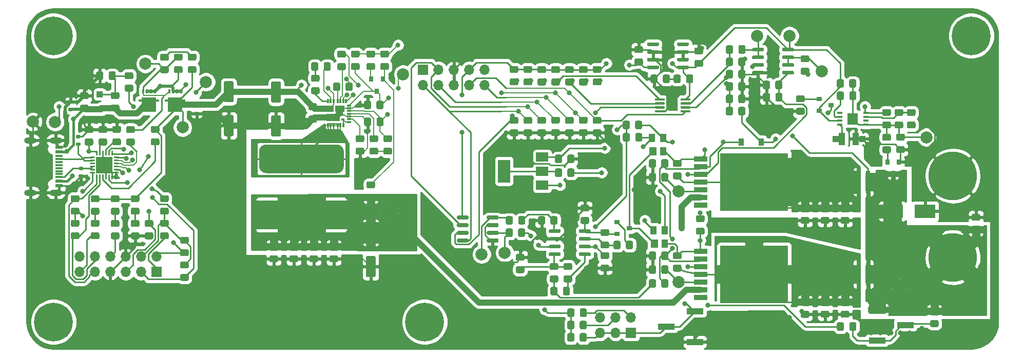
<source format=gbr>
%TF.GenerationSoftware,KiCad,Pcbnew,(5.1.6)-1*%
%TF.CreationDate,2020-09-19T17:54:41+02:00*%
%TF.ProjectId,USB_PD_PSU,5553425f-5044-45f5-9053-552e6b696361,rev?*%
%TF.SameCoordinates,Original*%
%TF.FileFunction,Copper,L1,Top*%
%TF.FilePolarity,Positive*%
%FSLAX46Y46*%
G04 Gerber Fmt 4.6, Leading zero omitted, Abs format (unit mm)*
G04 Created by KiCad (PCBNEW (5.1.6)-1) date 2020-09-19 17:54:41*
%MOMM*%
%LPD*%
G01*
G04 APERTURE LIST*
%TA.AperFunction,SMDPad,CuDef*%
%ADD10R,11.252200X9.448800*%
%TD*%
%TA.AperFunction,SMDPad,CuDef*%
%ADD11R,2.286000X0.939800*%
%TD*%
%TA.AperFunction,SMDPad,CuDef*%
%ADD12R,1.000000X1.000000*%
%TD*%
%TA.AperFunction,SMDPad,CuDef*%
%ADD13R,0.900000X1.200000*%
%TD*%
%TA.AperFunction,SMDPad,CuDef*%
%ADD14R,3.500000X2.300000*%
%TD*%
%TA.AperFunction,ComponentPad*%
%ADD15R,1.700000X1.700000*%
%TD*%
%TA.AperFunction,ComponentPad*%
%ADD16O,1.700000X1.700000*%
%TD*%
%TA.AperFunction,SMDPad,CuDef*%
%ADD17R,1.000000X2.000000*%
%TD*%
%TA.AperFunction,SMDPad,CuDef*%
%ADD18R,1.100000X1.000000*%
%TD*%
%TA.AperFunction,SMDPad,CuDef*%
%ADD19R,0.800000X0.900000*%
%TD*%
%TA.AperFunction,SMDPad,CuDef*%
%ADD20R,0.900000X0.800000*%
%TD*%
%TA.AperFunction,SMDPad,CuDef*%
%ADD21R,0.700000X3.800000*%
%TD*%
%TA.AperFunction,SMDPad,CuDef*%
%ADD22C,2.000000*%
%TD*%
%TA.AperFunction,SMDPad,CuDef*%
%ADD23R,2.700000X2.700000*%
%TD*%
%TA.AperFunction,SMDPad,CuDef*%
%ADD24R,0.600000X0.300000*%
%TD*%
%TA.AperFunction,SMDPad,CuDef*%
%ADD25R,1.150000X1.050000*%
%TD*%
%TA.AperFunction,SMDPad,CuDef*%
%ADD26R,0.300000X0.725000*%
%TD*%
%TA.AperFunction,SMDPad,CuDef*%
%ADD27R,0.725000X0.300000*%
%TD*%
%TA.AperFunction,SMDPad,CuDef*%
%ADD28R,2.175000X1.200000*%
%TD*%
%TA.AperFunction,SMDPad,CuDef*%
%ADD29R,0.650000X0.455000*%
%TD*%
%TA.AperFunction,SMDPad,CuDef*%
%ADD30R,1.575000X1.050000*%
%TD*%
%TA.AperFunction,SMDPad,CuDef*%
%ADD31R,0.300000X0.730000*%
%TD*%
%TA.AperFunction,SMDPad,CuDef*%
%ADD32R,2.350000X0.275000*%
%TD*%
%TA.AperFunction,SMDPad,CuDef*%
%ADD33R,0.580000X0.380000*%
%TD*%
%TA.AperFunction,SMDPad,CuDef*%
%ADD34R,1.000000X1.400000*%
%TD*%
%TA.AperFunction,SMDPad,CuDef*%
%ADD35R,1.200000X1.400000*%
%TD*%
%TA.AperFunction,SMDPad,CuDef*%
%ADD36R,0.889000X0.420000*%
%TD*%
%TA.AperFunction,SMDPad,CuDef*%
%ADD37R,1.680000X1.880000*%
%TD*%
%TA.AperFunction,SMDPad,CuDef*%
%ADD38R,2.450000X2.400000*%
%TD*%
%TA.AperFunction,SMDPad,CuDef*%
%ADD39R,3.510000X0.400000*%
%TD*%
%TA.AperFunction,SMDPad,CuDef*%
%ADD40R,0.400000X0.750000*%
%TD*%
%TA.AperFunction,SMDPad,CuDef*%
%ADD41R,1.150000X0.300000*%
%TD*%
%TA.AperFunction,SMDPad,CuDef*%
%ADD42R,1.150000X0.600000*%
%TD*%
%TA.AperFunction,ComponentPad*%
%ADD43O,2.100000X1.050000*%
%TD*%
%TA.AperFunction,ComponentPad*%
%ADD44O,2.000000X1.000000*%
%TD*%
%TA.AperFunction,ComponentPad*%
%ADD45C,8.000000*%
%TD*%
%TA.AperFunction,ComponentPad*%
%ADD46C,0.800000*%
%TD*%
%TA.AperFunction,ComponentPad*%
%ADD47C,6.400000*%
%TD*%
%TA.AperFunction,SMDPad,CuDef*%
%ADD48R,2.800000X1.020000*%
%TD*%
%TA.AperFunction,SMDPad,CuDef*%
%ADD49R,2.000000X3.800000*%
%TD*%
%TA.AperFunction,SMDPad,CuDef*%
%ADD50R,2.000000X1.500000*%
%TD*%
%TA.AperFunction,ViaPad*%
%ADD51C,0.800000*%
%TD*%
%TA.AperFunction,Conductor*%
%ADD52C,0.500000*%
%TD*%
%TA.AperFunction,Conductor*%
%ADD53C,0.250000*%
%TD*%
%TA.AperFunction,Conductor*%
%ADD54C,0.400000*%
%TD*%
%TA.AperFunction,Conductor*%
%ADD55C,1.000000*%
%TD*%
%TA.AperFunction,Conductor*%
%ADD56C,0.300000*%
%TD*%
%TA.AperFunction,Conductor*%
%ADD57C,0.200000*%
%TD*%
%TA.AperFunction,Conductor*%
%ADD58C,0.254000*%
%TD*%
G04 APERTURE END LIST*
%TO.P,U5,1*%
%TO.N,5V_lin*%
%TA.AperFunction,SMDPad,CuDef*%
G36*
G01*
X104108201Y-71556601D02*
X104108201Y-71256601D01*
G75*
G02*
X104258201Y-71106601I150000J0D01*
G01*
X105908201Y-71106601D01*
G75*
G02*
X106058201Y-71256601I0J-150000D01*
G01*
X106058201Y-71556601D01*
G75*
G02*
X105908201Y-71706601I-150000J0D01*
G01*
X104258201Y-71706601D01*
G75*
G02*
X104108201Y-71556601I0J150000D01*
G01*
G37*
%TD.AperFunction*%
%TO.P,U5,2*%
%TO.N,Net-(J3-Pad3)*%
%TA.AperFunction,SMDPad,CuDef*%
G36*
G01*
X104108201Y-72826601D02*
X104108201Y-72526601D01*
G75*
G02*
X104258201Y-72376601I150000J0D01*
G01*
X105908201Y-72376601D01*
G75*
G02*
X106058201Y-72526601I0J-150000D01*
G01*
X106058201Y-72826601D01*
G75*
G02*
X105908201Y-72976601I-150000J0D01*
G01*
X104258201Y-72976601D01*
G75*
G02*
X104108201Y-72826601I0J150000D01*
G01*
G37*
%TD.AperFunction*%
%TO.P,U5,3*%
%TO.N,Net-(J3-Pad1)*%
%TA.AperFunction,SMDPad,CuDef*%
G36*
G01*
X104108201Y-74096601D02*
X104108201Y-73796601D01*
G75*
G02*
X104258201Y-73646601I150000J0D01*
G01*
X105908201Y-73646601D01*
G75*
G02*
X106058201Y-73796601I0J-150000D01*
G01*
X106058201Y-74096601D01*
G75*
G02*
X105908201Y-74246601I-150000J0D01*
G01*
X104258201Y-74246601D01*
G75*
G02*
X104108201Y-74096601I0J150000D01*
G01*
G37*
%TD.AperFunction*%
%TO.P,U5,4*%
%TO.N,Net-(J3-Pad2)*%
%TA.AperFunction,SMDPad,CuDef*%
G36*
G01*
X104108201Y-75366601D02*
X104108201Y-75066601D01*
G75*
G02*
X104258201Y-74916601I150000J0D01*
G01*
X105908201Y-74916601D01*
G75*
G02*
X106058201Y-75066601I0J-150000D01*
G01*
X106058201Y-75366601D01*
G75*
G02*
X105908201Y-75516601I-150000J0D01*
G01*
X104258201Y-75516601D01*
G75*
G02*
X104108201Y-75366601I0J150000D01*
G01*
G37*
%TD.AperFunction*%
%TO.P,U5,5*%
%TO.N,GND*%
%TA.AperFunction,SMDPad,CuDef*%
G36*
G01*
X109058201Y-75366601D02*
X109058201Y-75066601D01*
G75*
G02*
X109208201Y-74916601I150000J0D01*
G01*
X110858201Y-74916601D01*
G75*
G02*
X111008201Y-75066601I0J-150000D01*
G01*
X111008201Y-75366601D01*
G75*
G02*
X110858201Y-75516601I-150000J0D01*
G01*
X109208201Y-75516601D01*
G75*
G02*
X109058201Y-75366601I0J150000D01*
G01*
G37*
%TD.AperFunction*%
%TO.P,U5,6*%
%TO.N,Net-(DAC_U1-Pad1)*%
%TA.AperFunction,SMDPad,CuDef*%
G36*
G01*
X109058201Y-74096601D02*
X109058201Y-73796601D01*
G75*
G02*
X109208201Y-73646601I150000J0D01*
G01*
X110858201Y-73646601D01*
G75*
G02*
X111008201Y-73796601I0J-150000D01*
G01*
X111008201Y-74096601D01*
G75*
G02*
X110858201Y-74246601I-150000J0D01*
G01*
X109208201Y-74246601D01*
G75*
G02*
X109058201Y-74096601I0J150000D01*
G01*
G37*
%TD.AperFunction*%
%TO.P,U5,7*%
%TO.N,GND*%
%TA.AperFunction,SMDPad,CuDef*%
G36*
G01*
X109058201Y-72826601D02*
X109058201Y-72526601D01*
G75*
G02*
X109208201Y-72376601I150000J0D01*
G01*
X110858201Y-72376601D01*
G75*
G02*
X111008201Y-72526601I0J-150000D01*
G01*
X111008201Y-72826601D01*
G75*
G02*
X110858201Y-72976601I-150000J0D01*
G01*
X109208201Y-72976601D01*
G75*
G02*
X109058201Y-72826601I0J150000D01*
G01*
G37*
%TD.AperFunction*%
%TO.P,U5,8*%
%TO.N,Net-(DAC_I1-Pad1)*%
%TA.AperFunction,SMDPad,CuDef*%
G36*
G01*
X109058201Y-71556601D02*
X109058201Y-71256601D01*
G75*
G02*
X109208201Y-71106601I150000J0D01*
G01*
X110858201Y-71106601D01*
G75*
G02*
X111008201Y-71256601I0J-150000D01*
G01*
X111008201Y-71556601D01*
G75*
G02*
X110858201Y-71706601I-150000J0D01*
G01*
X109208201Y-71706601D01*
G75*
G02*
X109058201Y-71556601I0J150000D01*
G01*
G37*
%TD.AperFunction*%
%TD*%
D10*
%TO.P,U13,8*%
%TO.N,Net-(C34-Pad1)*%
X153162000Y-80772000D03*
D11*
%TO.P,U13,7*%
%TO.N,N/C*%
X144360900Y-84582000D03*
%TO.P,U13,6*%
%TO.N,/LinReg/V_IN_BUCK*%
X144360900Y-83312000D03*
%TO.P,U13,5*%
%TO.N,Net-(R44-Pad1)*%
X144360900Y-82042000D03*
%TO.P,U13,4*%
%TO.N,Net-(C34-Pad1)*%
X144360900Y-80772000D03*
%TO.P,U13,3*%
%TO.N,I_MON*%
X144360900Y-79502000D03*
%TO.P,U13,2*%
%TO.N,I_Source*%
X144360900Y-78232000D03*
%TO.P,U13,1*%
%TO.N,Net-(R48-Pad2)*%
X144360900Y-76962000D03*
%TD*%
%TO.P,D8,2*%
%TO.N,GND*%
%TA.AperFunction,SMDPad,CuDef*%
G36*
G01*
X60951500Y-53944000D02*
X61476500Y-53944000D01*
G75*
G02*
X61614000Y-54081500I0J-137500D01*
G01*
X61614000Y-54356500D01*
G75*
G02*
X61476500Y-54494000I-137500J0D01*
G01*
X60951500Y-54494000D01*
G75*
G02*
X60814000Y-54356500I0J137500D01*
G01*
X60814000Y-54081500D01*
G75*
G02*
X60951500Y-53944000I137500J0D01*
G01*
G37*
%TD.AperFunction*%
%TO.P,D8,1*%
%TO.N,VSNK*%
%TA.AperFunction,SMDPad,CuDef*%
G36*
G01*
X60951500Y-52694000D02*
X61476500Y-52694000D01*
G75*
G02*
X61614000Y-52831500I0J-137500D01*
G01*
X61614000Y-53106500D01*
G75*
G02*
X61476500Y-53244000I-137500J0D01*
G01*
X60951500Y-53244000D01*
G75*
G02*
X60814000Y-53106500I0J137500D01*
G01*
X60814000Y-52831500D01*
G75*
G02*
X60951500Y-52694000I137500J0D01*
G01*
G37*
%TD.AperFunction*%
%TD*%
%TO.P,D3,2*%
%TO.N,GND*%
%TA.AperFunction,SMDPad,CuDef*%
G36*
G01*
X40648500Y-52599000D02*
X40123500Y-52599000D01*
G75*
G02*
X39986000Y-52461500I0J137500D01*
G01*
X39986000Y-52186500D01*
G75*
G02*
X40123500Y-52049000I137500J0D01*
G01*
X40648500Y-52049000D01*
G75*
G02*
X40786000Y-52186500I0J-137500D01*
G01*
X40786000Y-52461500D01*
G75*
G02*
X40648500Y-52599000I-137500J0D01*
G01*
G37*
%TD.AperFunction*%
%TO.P,D3,1*%
%TO.N,Net-(C1-Pad1)*%
%TA.AperFunction,SMDPad,CuDef*%
G36*
G01*
X40648500Y-53849000D02*
X40123500Y-53849000D01*
G75*
G02*
X39986000Y-53711500I0J137500D01*
G01*
X39986000Y-53436500D01*
G75*
G02*
X40123500Y-53299000I137500J0D01*
G01*
X40648500Y-53299000D01*
G75*
G02*
X40786000Y-53436500I0J-137500D01*
G01*
X40786000Y-53711500D01*
G75*
G02*
X40648500Y-53849000I-137500J0D01*
G01*
G37*
%TD.AperFunction*%
%TD*%
%TO.P,D2,2*%
%TO.N,GND*%
%TA.AperFunction,SMDPad,CuDef*%
G36*
G01*
X41918500Y-58324000D02*
X41393500Y-58324000D01*
G75*
G02*
X41256000Y-58186500I0J137500D01*
G01*
X41256000Y-57911500D01*
G75*
G02*
X41393500Y-57774000I137500J0D01*
G01*
X41918500Y-57774000D01*
G75*
G02*
X42056000Y-57911500I0J-137500D01*
G01*
X42056000Y-58186500D01*
G75*
G02*
X41918500Y-58324000I-137500J0D01*
G01*
G37*
%TD.AperFunction*%
%TO.P,D2,1*%
%TO.N,Net-(D2-Pad1)*%
%TA.AperFunction,SMDPad,CuDef*%
G36*
G01*
X41918500Y-59574000D02*
X41393500Y-59574000D01*
G75*
G02*
X41256000Y-59436500I0J137500D01*
G01*
X41256000Y-59161500D01*
G75*
G02*
X41393500Y-59024000I137500J0D01*
G01*
X41918500Y-59024000D01*
G75*
G02*
X42056000Y-59161500I0J-137500D01*
G01*
X42056000Y-59436500D01*
G75*
G02*
X41918500Y-59574000I-137500J0D01*
G01*
G37*
%TD.AperFunction*%
%TD*%
%TO.P,D1,2*%
%TO.N,GND*%
%TA.AperFunction,SMDPad,CuDef*%
G36*
G01*
X41876100Y-64281800D02*
X42401100Y-64281800D01*
G75*
G02*
X42538600Y-64419300I0J-137500D01*
G01*
X42538600Y-64694300D01*
G75*
G02*
X42401100Y-64831800I-137500J0D01*
G01*
X41876100Y-64831800D01*
G75*
G02*
X41738600Y-64694300I0J137500D01*
G01*
X41738600Y-64419300D01*
G75*
G02*
X41876100Y-64281800I137500J0D01*
G01*
G37*
%TD.AperFunction*%
%TO.P,D1,1*%
%TO.N,Net-(D1-Pad1)*%
%TA.AperFunction,SMDPad,CuDef*%
G36*
G01*
X41876100Y-63031800D02*
X42401100Y-63031800D01*
G75*
G02*
X42538600Y-63169300I0J-137500D01*
G01*
X42538600Y-63444300D01*
G75*
G02*
X42401100Y-63581800I-137500J0D01*
G01*
X41876100Y-63581800D01*
G75*
G02*
X41738600Y-63444300I0J137500D01*
G01*
X41738600Y-63169300D01*
G75*
G02*
X41876100Y-63031800I137500J0D01*
G01*
G37*
%TD.AperFunction*%
%TD*%
%TO.P,C1,1*%
%TO.N,Net-(C1-Pad1)*%
%TA.AperFunction,SMDPad,CuDef*%
G36*
G01*
X43122001Y-53933000D02*
X42221999Y-53933000D01*
G75*
G02*
X41972000Y-53683001I0J249999D01*
G01*
X41972000Y-53032999D01*
G75*
G02*
X42221999Y-52783000I249999J0D01*
G01*
X43122001Y-52783000D01*
G75*
G02*
X43372000Y-53032999I0J-249999D01*
G01*
X43372000Y-53683001D01*
G75*
G02*
X43122001Y-53933000I-249999J0D01*
G01*
G37*
%TD.AperFunction*%
%TO.P,C1,2*%
%TO.N,GND*%
%TA.AperFunction,SMDPad,CuDef*%
G36*
G01*
X43122001Y-51883000D02*
X42221999Y-51883000D01*
G75*
G02*
X41972000Y-51633001I0J249999D01*
G01*
X41972000Y-50982999D01*
G75*
G02*
X42221999Y-50733000I249999J0D01*
G01*
X43122001Y-50733000D01*
G75*
G02*
X43372000Y-50982999I0J-249999D01*
G01*
X43372000Y-51633001D01*
G75*
G02*
X43122001Y-51883000I-249999J0D01*
G01*
G37*
%TD.AperFunction*%
%TD*%
%TO.P,C2,2*%
%TO.N,GND*%
%TA.AperFunction,SMDPad,CuDef*%
G36*
G01*
X45787000Y-47555999D02*
X45787000Y-48456001D01*
G75*
G02*
X45537001Y-48706000I-249999J0D01*
G01*
X44886999Y-48706000D01*
G75*
G02*
X44637000Y-48456001I0J249999D01*
G01*
X44637000Y-47555999D01*
G75*
G02*
X44886999Y-47306000I249999J0D01*
G01*
X45537001Y-47306000D01*
G75*
G02*
X45787000Y-47555999I0J-249999D01*
G01*
G37*
%TD.AperFunction*%
%TO.P,C2,1*%
%TO.N,Net-(C2-Pad1)*%
%TA.AperFunction,SMDPad,CuDef*%
G36*
G01*
X47837000Y-47555999D02*
X47837000Y-48456001D01*
G75*
G02*
X47587001Y-48706000I-249999J0D01*
G01*
X46936999Y-48706000D01*
G75*
G02*
X46687000Y-48456001I0J249999D01*
G01*
X46687000Y-47555999D01*
G75*
G02*
X46936999Y-47306000I249999J0D01*
G01*
X47587001Y-47306000D01*
G75*
G02*
X47837000Y-47555999I0J-249999D01*
G01*
G37*
%TD.AperFunction*%
%TD*%
%TO.P,C3,1*%
%TO.N,2V7*%
%TA.AperFunction,SMDPad,CuDef*%
G36*
G01*
X46170001Y-59512000D02*
X45269999Y-59512000D01*
G75*
G02*
X45020000Y-59262001I0J249999D01*
G01*
X45020000Y-58611999D01*
G75*
G02*
X45269999Y-58362000I249999J0D01*
G01*
X46170001Y-58362000D01*
G75*
G02*
X46420000Y-58611999I0J-249999D01*
G01*
X46420000Y-59262001D01*
G75*
G02*
X46170001Y-59512000I-249999J0D01*
G01*
G37*
%TD.AperFunction*%
%TO.P,C3,2*%
%TO.N,GND*%
%TA.AperFunction,SMDPad,CuDef*%
G36*
G01*
X46170001Y-57462000D02*
X45269999Y-57462000D01*
G75*
G02*
X45020000Y-57212001I0J249999D01*
G01*
X45020000Y-56561999D01*
G75*
G02*
X45269999Y-56312000I249999J0D01*
G01*
X46170001Y-56312000D01*
G75*
G02*
X46420000Y-56561999I0J-249999D01*
G01*
X46420000Y-57212001D01*
G75*
G02*
X46170001Y-57462000I-249999J0D01*
G01*
G37*
%TD.AperFunction*%
%TD*%
%TO.P,C4,2*%
%TO.N,GND*%
%TA.AperFunction,SMDPad,CuDef*%
G36*
G01*
X48456001Y-57453000D02*
X47555999Y-57453000D01*
G75*
G02*
X47306000Y-57203001I0J249999D01*
G01*
X47306000Y-56552999D01*
G75*
G02*
X47555999Y-56303000I249999J0D01*
G01*
X48456001Y-56303000D01*
G75*
G02*
X48706000Y-56552999I0J-249999D01*
G01*
X48706000Y-57203001D01*
G75*
G02*
X48456001Y-57453000I-249999J0D01*
G01*
G37*
%TD.AperFunction*%
%TO.P,C4,1*%
%TO.N,Net-(C4-Pad1)*%
%TA.AperFunction,SMDPad,CuDef*%
G36*
G01*
X48456001Y-59503000D02*
X47555999Y-59503000D01*
G75*
G02*
X47306000Y-59253001I0J249999D01*
G01*
X47306000Y-58602999D01*
G75*
G02*
X47555999Y-58353000I249999J0D01*
G01*
X48456001Y-58353000D01*
G75*
G02*
X48706000Y-58602999I0J-249999D01*
G01*
X48706000Y-59253001D01*
G75*
G02*
X48456001Y-59503000I-249999J0D01*
G01*
G37*
%TD.AperFunction*%
%TD*%
%TO.P,C5,1*%
%TO.N,Net-(C5-Pad1)*%
%TA.AperFunction,SMDPad,CuDef*%
G36*
G01*
X43884001Y-59512000D02*
X42983999Y-59512000D01*
G75*
G02*
X42734000Y-59262001I0J249999D01*
G01*
X42734000Y-58611999D01*
G75*
G02*
X42983999Y-58362000I249999J0D01*
G01*
X43884001Y-58362000D01*
G75*
G02*
X44134000Y-58611999I0J-249999D01*
G01*
X44134000Y-59262001D01*
G75*
G02*
X43884001Y-59512000I-249999J0D01*
G01*
G37*
%TD.AperFunction*%
%TO.P,C5,2*%
%TO.N,GND*%
%TA.AperFunction,SMDPad,CuDef*%
G36*
G01*
X43884001Y-57462000D02*
X42983999Y-57462000D01*
G75*
G02*
X42734000Y-57212001I0J249999D01*
G01*
X42734000Y-56561999D01*
G75*
G02*
X42983999Y-56312000I249999J0D01*
G01*
X43884001Y-56312000D01*
G75*
G02*
X44134000Y-56561999I0J-249999D01*
G01*
X44134000Y-57212001D01*
G75*
G02*
X43884001Y-57462000I-249999J0D01*
G01*
G37*
%TD.AperFunction*%
%TD*%
%TO.P,C6,1*%
%TO.N,Net-(C6-Pad1)*%
%TA.AperFunction,SMDPad,CuDef*%
G36*
G01*
X60001999Y-44365000D02*
X60902001Y-44365000D01*
G75*
G02*
X61152000Y-44614999I0J-249999D01*
G01*
X61152000Y-45265001D01*
G75*
G02*
X60902001Y-45515000I-249999J0D01*
G01*
X60001999Y-45515000D01*
G75*
G02*
X59752000Y-45265001I0J249999D01*
G01*
X59752000Y-44614999D01*
G75*
G02*
X60001999Y-44365000I249999J0D01*
G01*
G37*
%TD.AperFunction*%
%TO.P,C6,2*%
%TO.N,VSNK*%
%TA.AperFunction,SMDPad,CuDef*%
G36*
G01*
X60001999Y-46415000D02*
X60902001Y-46415000D01*
G75*
G02*
X61152000Y-46664999I0J-249999D01*
G01*
X61152000Y-47315001D01*
G75*
G02*
X60902001Y-47565000I-249999J0D01*
G01*
X60001999Y-47565000D01*
G75*
G02*
X59752000Y-47315001I0J249999D01*
G01*
X59752000Y-46664999D01*
G75*
G02*
X60001999Y-46415000I249999J0D01*
G01*
G37*
%TD.AperFunction*%
%TD*%
%TO.P,C7,1*%
%TO.N,VSNK*%
%TA.AperFunction,SMDPad,CuDef*%
G36*
G01*
X65947200Y-48891600D02*
X67047200Y-48891600D01*
G75*
G02*
X67297200Y-49141600I0J-250000D01*
G01*
X67297200Y-52141600D01*
G75*
G02*
X67047200Y-52391600I-250000J0D01*
G01*
X65947200Y-52391600D01*
G75*
G02*
X65697200Y-52141600I0J250000D01*
G01*
X65697200Y-49141600D01*
G75*
G02*
X65947200Y-48891600I250000J0D01*
G01*
G37*
%TD.AperFunction*%
%TO.P,C7,2*%
%TO.N,GND*%
%TA.AperFunction,SMDPad,CuDef*%
G36*
G01*
X65947200Y-54491600D02*
X67047200Y-54491600D01*
G75*
G02*
X67297200Y-54741600I0J-250000D01*
G01*
X67297200Y-57741600D01*
G75*
G02*
X67047200Y-57991600I-250000J0D01*
G01*
X65947200Y-57991600D01*
G75*
G02*
X65697200Y-57741600I0J250000D01*
G01*
X65697200Y-54741600D01*
G75*
G02*
X65947200Y-54491600I250000J0D01*
G01*
G37*
%TD.AperFunction*%
%TD*%
%TO.P,C8,2*%
%TO.N,GND*%
%TA.AperFunction,SMDPad,CuDef*%
G36*
G01*
X73745000Y-54542400D02*
X74845000Y-54542400D01*
G75*
G02*
X75095000Y-54792400I0J-250000D01*
G01*
X75095000Y-57792400D01*
G75*
G02*
X74845000Y-58042400I-250000J0D01*
G01*
X73745000Y-58042400D01*
G75*
G02*
X73495000Y-57792400I0J250000D01*
G01*
X73495000Y-54792400D01*
G75*
G02*
X73745000Y-54542400I250000J0D01*
G01*
G37*
%TD.AperFunction*%
%TO.P,C8,1*%
%TO.N,VSNK*%
%TA.AperFunction,SMDPad,CuDef*%
G36*
G01*
X73745000Y-48942400D02*
X74845000Y-48942400D01*
G75*
G02*
X75095000Y-49192400I0J-250000D01*
G01*
X75095000Y-52192400D01*
G75*
G02*
X74845000Y-52442400I-250000J0D01*
G01*
X73745000Y-52442400D01*
G75*
G02*
X73495000Y-52192400I0J250000D01*
G01*
X73495000Y-49192400D01*
G75*
G02*
X73745000Y-48942400I250000J0D01*
G01*
G37*
%TD.AperFunction*%
%TD*%
%TO.P,C9,1*%
%TO.N,VSNK*%
%TA.AperFunction,SMDPad,CuDef*%
G36*
G01*
X79890199Y-52543800D02*
X80790201Y-52543800D01*
G75*
G02*
X81040200Y-52793799I0J-249999D01*
G01*
X81040200Y-53443801D01*
G75*
G02*
X80790201Y-53693800I-249999J0D01*
G01*
X79890199Y-53693800D01*
G75*
G02*
X79640200Y-53443801I0J249999D01*
G01*
X79640200Y-52793799D01*
G75*
G02*
X79890199Y-52543800I249999J0D01*
G01*
G37*
%TD.AperFunction*%
%TO.P,C9,2*%
%TO.N,GND*%
%TA.AperFunction,SMDPad,CuDef*%
G36*
G01*
X79890199Y-54593800D02*
X80790201Y-54593800D01*
G75*
G02*
X81040200Y-54843799I0J-249999D01*
G01*
X81040200Y-55493801D01*
G75*
G02*
X80790201Y-55743800I-249999J0D01*
G01*
X79890199Y-55743800D01*
G75*
G02*
X79640200Y-55493801I0J249999D01*
G01*
X79640200Y-54843799D01*
G75*
G02*
X79890199Y-54593800I249999J0D01*
G01*
G37*
%TD.AperFunction*%
%TD*%
%TO.P,C10,2*%
%TO.N,GND*%
%TA.AperFunction,SMDPad,CuDef*%
G36*
G01*
X87687999Y-59877000D02*
X88588001Y-59877000D01*
G75*
G02*
X88838000Y-60126999I0J-249999D01*
G01*
X88838000Y-60777001D01*
G75*
G02*
X88588001Y-61027000I-249999J0D01*
G01*
X87687999Y-61027000D01*
G75*
G02*
X87438000Y-60777001I0J249999D01*
G01*
X87438000Y-60126999D01*
G75*
G02*
X87687999Y-59877000I249999J0D01*
G01*
G37*
%TD.AperFunction*%
%TO.P,C10,1*%
%TO.N,Net-(C10-Pad1)*%
%TA.AperFunction,SMDPad,CuDef*%
G36*
G01*
X87687999Y-57827000D02*
X88588001Y-57827000D01*
G75*
G02*
X88838000Y-58076999I0J-249999D01*
G01*
X88838000Y-58727001D01*
G75*
G02*
X88588001Y-58977000I-249999J0D01*
G01*
X87687999Y-58977000D01*
G75*
G02*
X87438000Y-58727001I0J249999D01*
G01*
X87438000Y-58076999D01*
G75*
G02*
X87687999Y-57827000I249999J0D01*
G01*
G37*
%TD.AperFunction*%
%TD*%
%TO.P,C11,1*%
%TO.N,Net-(C11-Pad1)*%
%TA.AperFunction,SMDPad,CuDef*%
G36*
G01*
X80102800Y-46932001D02*
X80102800Y-46031999D01*
G75*
G02*
X80352799Y-45782000I249999J0D01*
G01*
X81002801Y-45782000D01*
G75*
G02*
X81252800Y-46031999I0J-249999D01*
G01*
X81252800Y-46932001D01*
G75*
G02*
X81002801Y-47182000I-249999J0D01*
G01*
X80352799Y-47182000D01*
G75*
G02*
X80102800Y-46932001I0J249999D01*
G01*
G37*
%TD.AperFunction*%
%TO.P,C11,2*%
%TO.N,Net-(C11-Pad2)*%
%TA.AperFunction,SMDPad,CuDef*%
G36*
G01*
X82152800Y-46932001D02*
X82152800Y-46031999D01*
G75*
G02*
X82402799Y-45782000I249999J0D01*
G01*
X83052801Y-45782000D01*
G75*
G02*
X83302800Y-46031999I0J-249999D01*
G01*
X83302800Y-46932001D01*
G75*
G02*
X83052801Y-47182000I-249999J0D01*
G01*
X82402799Y-47182000D01*
G75*
G02*
X82152800Y-46932001I0J249999D01*
G01*
G37*
%TD.AperFunction*%
%TD*%
%TO.P,C12,2*%
%TO.N,GND*%
%TA.AperFunction,SMDPad,CuDef*%
G36*
G01*
X73463999Y-77657000D02*
X74364001Y-77657000D01*
G75*
G02*
X74614000Y-77906999I0J-249999D01*
G01*
X74614000Y-78557001D01*
G75*
G02*
X74364001Y-78807000I-249999J0D01*
G01*
X73463999Y-78807000D01*
G75*
G02*
X73214000Y-78557001I0J249999D01*
G01*
X73214000Y-77906999D01*
G75*
G02*
X73463999Y-77657000I249999J0D01*
G01*
G37*
%TD.AperFunction*%
%TO.P,C12,1*%
%TO.N,/LinReg/V_IN_BUCK*%
%TA.AperFunction,SMDPad,CuDef*%
G36*
G01*
X73463999Y-75607000D02*
X74364001Y-75607000D01*
G75*
G02*
X74614000Y-75856999I0J-249999D01*
G01*
X74614000Y-76507001D01*
G75*
G02*
X74364001Y-76757000I-249999J0D01*
G01*
X73463999Y-76757000D01*
G75*
G02*
X73214000Y-76507001I0J249999D01*
G01*
X73214000Y-75856999D01*
G75*
G02*
X73463999Y-75607000I249999J0D01*
G01*
G37*
%TD.AperFunction*%
%TD*%
%TO.P,C13,2*%
%TO.N,Net-(C13-Pad2)*%
%TA.AperFunction,SMDPad,CuDef*%
G36*
G01*
X90874000Y-56076001D02*
X90874000Y-55175999D01*
G75*
G02*
X91123999Y-54926000I249999J0D01*
G01*
X91774001Y-54926000D01*
G75*
G02*
X92024000Y-55175999I0J-249999D01*
G01*
X92024000Y-56076001D01*
G75*
G02*
X91774001Y-56326000I-249999J0D01*
G01*
X91123999Y-56326000D01*
G75*
G02*
X90874000Y-56076001I0J249999D01*
G01*
G37*
%TD.AperFunction*%
%TO.P,C13,1*%
%TO.N,GND*%
%TA.AperFunction,SMDPad,CuDef*%
G36*
G01*
X88824000Y-56076001D02*
X88824000Y-55175999D01*
G75*
G02*
X89073999Y-54926000I249999J0D01*
G01*
X89724001Y-54926000D01*
G75*
G02*
X89974000Y-55175999I0J-249999D01*
G01*
X89974000Y-56076001D01*
G75*
G02*
X89724001Y-56326000I-249999J0D01*
G01*
X89073999Y-56326000D01*
G75*
G02*
X88824000Y-56076001I0J249999D01*
G01*
G37*
%TD.AperFunction*%
%TD*%
%TO.P,C14,1*%
%TO.N,/LinReg/V_IN_BUCK*%
%TA.AperFunction,SMDPad,CuDef*%
G36*
G01*
X76765999Y-75607000D02*
X77666001Y-75607000D01*
G75*
G02*
X77916000Y-75856999I0J-249999D01*
G01*
X77916000Y-76507001D01*
G75*
G02*
X77666001Y-76757000I-249999J0D01*
G01*
X76765999Y-76757000D01*
G75*
G02*
X76516000Y-76507001I0J249999D01*
G01*
X76516000Y-75856999D01*
G75*
G02*
X76765999Y-75607000I249999J0D01*
G01*
G37*
%TD.AperFunction*%
%TO.P,C14,2*%
%TO.N,GND*%
%TA.AperFunction,SMDPad,CuDef*%
G36*
G01*
X76765999Y-77657000D02*
X77666001Y-77657000D01*
G75*
G02*
X77916000Y-77906999I0J-249999D01*
G01*
X77916000Y-78557001D01*
G75*
G02*
X77666001Y-78807000I-249999J0D01*
G01*
X76765999Y-78807000D01*
G75*
G02*
X76516000Y-78557001I0J249999D01*
G01*
X76516000Y-77906999D01*
G75*
G02*
X76765999Y-77657000I249999J0D01*
G01*
G37*
%TD.AperFunction*%
%TD*%
%TO.P,C15,1*%
%TO.N,V_OUTPUT*%
%TA.AperFunction,SMDPad,CuDef*%
G36*
G01*
X86925999Y-43857000D02*
X87826001Y-43857000D01*
G75*
G02*
X88076000Y-44106999I0J-249999D01*
G01*
X88076000Y-44757001D01*
G75*
G02*
X87826001Y-45007000I-249999J0D01*
G01*
X86925999Y-45007000D01*
G75*
G02*
X86676000Y-44757001I0J249999D01*
G01*
X86676000Y-44106999D01*
G75*
G02*
X86925999Y-43857000I249999J0D01*
G01*
G37*
%TD.AperFunction*%
%TO.P,C15,2*%
%TO.N,Net-(BUCK_FB1-Pad1)*%
%TA.AperFunction,SMDPad,CuDef*%
G36*
G01*
X86925999Y-45907000D02*
X87826001Y-45907000D01*
G75*
G02*
X88076000Y-46156999I0J-249999D01*
G01*
X88076000Y-46807001D01*
G75*
G02*
X87826001Y-47057000I-249999J0D01*
G01*
X86925999Y-47057000D01*
G75*
G02*
X86676000Y-46807001I0J249999D01*
G01*
X86676000Y-46156999D01*
G75*
G02*
X86925999Y-45907000I249999J0D01*
G01*
G37*
%TD.AperFunction*%
%TD*%
%TO.P,C16,2*%
%TO.N,GND*%
%TA.AperFunction,SMDPad,CuDef*%
G36*
G01*
X80067999Y-77657000D02*
X80968001Y-77657000D01*
G75*
G02*
X81218000Y-77906999I0J-249999D01*
G01*
X81218000Y-78557001D01*
G75*
G02*
X80968001Y-78807000I-249999J0D01*
G01*
X80067999Y-78807000D01*
G75*
G02*
X79818000Y-78557001I0J249999D01*
G01*
X79818000Y-77906999D01*
G75*
G02*
X80067999Y-77657000I249999J0D01*
G01*
G37*
%TD.AperFunction*%
%TO.P,C16,1*%
%TO.N,/LinReg/V_IN_BUCK*%
%TA.AperFunction,SMDPad,CuDef*%
G36*
G01*
X80067999Y-75607000D02*
X80968001Y-75607000D01*
G75*
G02*
X81218000Y-75856999I0J-249999D01*
G01*
X81218000Y-76507001D01*
G75*
G02*
X80968001Y-76757000I-249999J0D01*
G01*
X80067999Y-76757000D01*
G75*
G02*
X79818000Y-76507001I0J249999D01*
G01*
X79818000Y-75856999D01*
G75*
G02*
X80067999Y-75607000I249999J0D01*
G01*
G37*
%TD.AperFunction*%
%TD*%
%TO.P,C17,1*%
%TO.N,/LinReg/V_IN_BUCK*%
%TA.AperFunction,SMDPad,CuDef*%
G36*
G01*
X83369999Y-75607000D02*
X84270001Y-75607000D01*
G75*
G02*
X84520000Y-75856999I0J-249999D01*
G01*
X84520000Y-76507001D01*
G75*
G02*
X84270001Y-76757000I-249999J0D01*
G01*
X83369999Y-76757000D01*
G75*
G02*
X83120000Y-76507001I0J249999D01*
G01*
X83120000Y-75856999D01*
G75*
G02*
X83369999Y-75607000I249999J0D01*
G01*
G37*
%TD.AperFunction*%
%TO.P,C17,2*%
%TO.N,GND*%
%TA.AperFunction,SMDPad,CuDef*%
G36*
G01*
X83369999Y-77657000D02*
X84270001Y-77657000D01*
G75*
G02*
X84520000Y-77906999I0J-249999D01*
G01*
X84520000Y-78557001D01*
G75*
G02*
X84270001Y-78807000I-249999J0D01*
G01*
X83369999Y-78807000D01*
G75*
G02*
X83120000Y-78557001I0J249999D01*
G01*
X83120000Y-77906999D01*
G75*
G02*
X83369999Y-77657000I249999J0D01*
G01*
G37*
%TD.AperFunction*%
%TD*%
%TO.P,C18,1*%
%TO.N,/LinReg/V_IN_BUCK*%
%TA.AperFunction,SMDPad,CuDef*%
G36*
G01*
X89366000Y-72158000D02*
X90466000Y-72158000D01*
G75*
G02*
X90716000Y-72408000I0J-250000D01*
G01*
X90716000Y-75408000D01*
G75*
G02*
X90466000Y-75658000I-250000J0D01*
G01*
X89366000Y-75658000D01*
G75*
G02*
X89116000Y-75408000I0J250000D01*
G01*
X89116000Y-72408000D01*
G75*
G02*
X89366000Y-72158000I250000J0D01*
G01*
G37*
%TD.AperFunction*%
%TO.P,C18,2*%
%TO.N,GND*%
%TA.AperFunction,SMDPad,CuDef*%
G36*
G01*
X89366000Y-77758000D02*
X90466000Y-77758000D01*
G75*
G02*
X90716000Y-78008000I0J-250000D01*
G01*
X90716000Y-81008000D01*
G75*
G02*
X90466000Y-81258000I-250000J0D01*
G01*
X89366000Y-81258000D01*
G75*
G02*
X89116000Y-81008000I0J250000D01*
G01*
X89116000Y-78008000D01*
G75*
G02*
X89366000Y-77758000I250000J0D01*
G01*
G37*
%TD.AperFunction*%
%TD*%
%TO.P,C19,2*%
%TO.N,GND*%
%TA.AperFunction,SMDPad,CuDef*%
G36*
G01*
X134562001Y-44254000D02*
X133661999Y-44254000D01*
G75*
G02*
X133412000Y-44004001I0J249999D01*
G01*
X133412000Y-43353999D01*
G75*
G02*
X133661999Y-43104000I249999J0D01*
G01*
X134562001Y-43104000D01*
G75*
G02*
X134812000Y-43353999I0J-249999D01*
G01*
X134812000Y-44004001D01*
G75*
G02*
X134562001Y-44254000I-249999J0D01*
G01*
G37*
%TD.AperFunction*%
%TO.P,C19,1*%
%TO.N,VSNK*%
%TA.AperFunction,SMDPad,CuDef*%
G36*
G01*
X134562001Y-46304000D02*
X133661999Y-46304000D01*
G75*
G02*
X133412000Y-46054001I0J249999D01*
G01*
X133412000Y-45403999D01*
G75*
G02*
X133661999Y-45154000I249999J0D01*
G01*
X134562001Y-45154000D01*
G75*
G02*
X134812000Y-45403999I0J-249999D01*
G01*
X134812000Y-46054001D01*
G75*
G02*
X134562001Y-46304000I-249999J0D01*
G01*
G37*
%TD.AperFunction*%
%TD*%
%TO.P,C20,1*%
%TO.N,5V_lin*%
%TA.AperFunction,SMDPad,CuDef*%
G36*
G01*
X144468001Y-46549000D02*
X143567999Y-46549000D01*
G75*
G02*
X143318000Y-46299001I0J249999D01*
G01*
X143318000Y-45648999D01*
G75*
G02*
X143567999Y-45399000I249999J0D01*
G01*
X144468001Y-45399000D01*
G75*
G02*
X144718000Y-45648999I0J-249999D01*
G01*
X144718000Y-46299001D01*
G75*
G02*
X144468001Y-46549000I-249999J0D01*
G01*
G37*
%TD.AperFunction*%
%TO.P,C20,2*%
%TO.N,GND*%
%TA.AperFunction,SMDPad,CuDef*%
G36*
G01*
X144468001Y-44499000D02*
X143567999Y-44499000D01*
G75*
G02*
X143318000Y-44249001I0J249999D01*
G01*
X143318000Y-43598999D01*
G75*
G02*
X143567999Y-43349000I249999J0D01*
G01*
X144468001Y-43349000D01*
G75*
G02*
X144718000Y-43598999I0J-249999D01*
G01*
X144718000Y-44249001D01*
G75*
G02*
X144468001Y-44499000I-249999J0D01*
G01*
G37*
%TD.AperFunction*%
%TD*%
%TO.P,C21,1*%
%TO.N,Net-(C21-Pad1)*%
%TA.AperFunction,SMDPad,CuDef*%
G36*
G01*
X148505000Y-48202001D02*
X148505000Y-47301999D01*
G75*
G02*
X148754999Y-47052000I249999J0D01*
G01*
X149405001Y-47052000D01*
G75*
G02*
X149655000Y-47301999I0J-249999D01*
G01*
X149655000Y-48202001D01*
G75*
G02*
X149405001Y-48452000I-249999J0D01*
G01*
X148754999Y-48452000D01*
G75*
G02*
X148505000Y-48202001I0J249999D01*
G01*
G37*
%TD.AperFunction*%
%TO.P,C21,2*%
%TO.N,GND*%
%TA.AperFunction,SMDPad,CuDef*%
G36*
G01*
X150555000Y-48202001D02*
X150555000Y-47301999D01*
G75*
G02*
X150804999Y-47052000I249999J0D01*
G01*
X151455001Y-47052000D01*
G75*
G02*
X151705000Y-47301999I0J-249999D01*
G01*
X151705000Y-48202001D01*
G75*
G02*
X151455001Y-48452000I-249999J0D01*
G01*
X150804999Y-48452000D01*
G75*
G02*
X150555000Y-48202001I0J249999D01*
G01*
G37*
%TD.AperFunction*%
%TD*%
%TO.P,C22,2*%
%TO.N,GND*%
%TA.AperFunction,SMDPad,CuDef*%
G36*
G01*
X150555000Y-46170001D02*
X150555000Y-45269999D01*
G75*
G02*
X150804999Y-45020000I249999J0D01*
G01*
X151455001Y-45020000D01*
G75*
G02*
X151705000Y-45269999I0J-249999D01*
G01*
X151705000Y-46170001D01*
G75*
G02*
X151455001Y-46420000I-249999J0D01*
G01*
X150804999Y-46420000D01*
G75*
G02*
X150555000Y-46170001I0J249999D01*
G01*
G37*
%TD.AperFunction*%
%TO.P,C22,1*%
%TO.N,Net-(C22-Pad1)*%
%TA.AperFunction,SMDPad,CuDef*%
G36*
G01*
X148505000Y-46170001D02*
X148505000Y-45269999D01*
G75*
G02*
X148754999Y-45020000I249999J0D01*
G01*
X149405001Y-45020000D01*
G75*
G02*
X149655000Y-45269999I0J-249999D01*
G01*
X149655000Y-46170001D01*
G75*
G02*
X149405001Y-46420000I-249999J0D01*
G01*
X148754999Y-46420000D01*
G75*
G02*
X148505000Y-46170001I0J249999D01*
G01*
G37*
%TD.AperFunction*%
%TD*%
%TO.P,C23,2*%
%TO.N,Net-(C23-Pad2)*%
%TA.AperFunction,SMDPad,CuDef*%
G36*
G01*
X121977999Y-80968000D02*
X122878001Y-80968000D01*
G75*
G02*
X123128000Y-81217999I0J-249999D01*
G01*
X123128000Y-81868001D01*
G75*
G02*
X122878001Y-82118000I-249999J0D01*
G01*
X121977999Y-82118000D01*
G75*
G02*
X121728000Y-81868001I0J249999D01*
G01*
X121728000Y-81217999D01*
G75*
G02*
X121977999Y-80968000I249999J0D01*
G01*
G37*
%TD.AperFunction*%
%TO.P,C23,1*%
%TO.N,Net-(C23-Pad1)*%
%TA.AperFunction,SMDPad,CuDef*%
G36*
G01*
X121977999Y-78918000D02*
X122878001Y-78918000D01*
G75*
G02*
X123128000Y-79167999I0J-249999D01*
G01*
X123128000Y-79818001D01*
G75*
G02*
X122878001Y-80068000I-249999J0D01*
G01*
X121977999Y-80068000D01*
G75*
G02*
X121728000Y-79818001I0J249999D01*
G01*
X121728000Y-79167999D01*
G75*
G02*
X121977999Y-78918000I249999J0D01*
G01*
G37*
%TD.AperFunction*%
%TD*%
%TO.P,C24,1*%
%TO.N,GND*%
%TA.AperFunction,SMDPad,CuDef*%
G36*
G01*
X117517000Y-72332001D02*
X117517000Y-71431999D01*
G75*
G02*
X117766999Y-71182000I249999J0D01*
G01*
X118417001Y-71182000D01*
G75*
G02*
X118667000Y-71431999I0J-249999D01*
G01*
X118667000Y-72332001D01*
G75*
G02*
X118417001Y-72582000I-249999J0D01*
G01*
X117766999Y-72582000D01*
G75*
G02*
X117517000Y-72332001I0J249999D01*
G01*
G37*
%TD.AperFunction*%
%TO.P,C24,2*%
%TO.N,Net-(C24-Pad2)*%
%TA.AperFunction,SMDPad,CuDef*%
G36*
G01*
X119567000Y-72332001D02*
X119567000Y-71431999D01*
G75*
G02*
X119816999Y-71182000I249999J0D01*
G01*
X120467001Y-71182000D01*
G75*
G02*
X120717000Y-71431999I0J-249999D01*
G01*
X120717000Y-72332001D01*
G75*
G02*
X120467001Y-72582000I-249999J0D01*
G01*
X119816999Y-72582000D01*
G75*
G02*
X119567000Y-72332001I0J249999D01*
G01*
G37*
%TD.AperFunction*%
%TD*%
%TO.P,C25,2*%
%TO.N,GND*%
%TA.AperFunction,SMDPad,CuDef*%
G36*
G01*
X155769000Y-51111999D02*
X155769000Y-52012001D01*
G75*
G02*
X155519001Y-52262000I-249999J0D01*
G01*
X154868999Y-52262000D01*
G75*
G02*
X154619000Y-52012001I0J249999D01*
G01*
X154619000Y-51111999D01*
G75*
G02*
X154868999Y-50862000I249999J0D01*
G01*
X155519001Y-50862000D01*
G75*
G02*
X155769000Y-51111999I0J-249999D01*
G01*
G37*
%TD.AperFunction*%
%TO.P,C25,1*%
%TO.N,I_MON*%
%TA.AperFunction,SMDPad,CuDef*%
G36*
G01*
X157819000Y-51111999D02*
X157819000Y-52012001D01*
G75*
G02*
X157569001Y-52262000I-249999J0D01*
G01*
X156918999Y-52262000D01*
G75*
G02*
X156669000Y-52012001I0J249999D01*
G01*
X156669000Y-51111999D01*
G75*
G02*
X156918999Y-50862000I249999J0D01*
G01*
X157569001Y-50862000D01*
G75*
G02*
X157819000Y-51111999I0J-249999D01*
G01*
G37*
%TD.AperFunction*%
%TD*%
%TO.P,C26,1*%
%TO.N,VSNK*%
%TA.AperFunction,SMDPad,CuDef*%
G36*
G01*
X128073999Y-77131000D02*
X128974001Y-77131000D01*
G75*
G02*
X129224000Y-77380999I0J-249999D01*
G01*
X129224000Y-78031001D01*
G75*
G02*
X128974001Y-78281000I-249999J0D01*
G01*
X128073999Y-78281000D01*
G75*
G02*
X127824000Y-78031001I0J249999D01*
G01*
X127824000Y-77380999D01*
G75*
G02*
X128073999Y-77131000I249999J0D01*
G01*
G37*
%TD.AperFunction*%
%TO.P,C26,2*%
%TO.N,GND*%
%TA.AperFunction,SMDPad,CuDef*%
G36*
G01*
X128073999Y-79181000D02*
X128974001Y-79181000D01*
G75*
G02*
X129224000Y-79430999I0J-249999D01*
G01*
X129224000Y-80081001D01*
G75*
G02*
X128974001Y-80331000I-249999J0D01*
G01*
X128073999Y-80331000D01*
G75*
G02*
X127824000Y-80081001I0J249999D01*
G01*
X127824000Y-79430999D01*
G75*
G02*
X128073999Y-79181000I249999J0D01*
G01*
G37*
%TD.AperFunction*%
%TD*%
%TO.P,C27,2*%
%TO.N,Net-(C27-Pad2)*%
%TA.AperFunction,SMDPad,CuDef*%
G36*
G01*
X128073999Y-75371000D02*
X128974001Y-75371000D01*
G75*
G02*
X129224000Y-75620999I0J-249999D01*
G01*
X129224000Y-76271001D01*
G75*
G02*
X128974001Y-76521000I-249999J0D01*
G01*
X128073999Y-76521000D01*
G75*
G02*
X127824000Y-76271001I0J249999D01*
G01*
X127824000Y-75620999D01*
G75*
G02*
X128073999Y-75371000I249999J0D01*
G01*
G37*
%TD.AperFunction*%
%TO.P,C27,1*%
%TO.N,Net-(C27-Pad1)*%
%TA.AperFunction,SMDPad,CuDef*%
G36*
G01*
X128073999Y-73321000D02*
X128974001Y-73321000D01*
G75*
G02*
X129224000Y-73570999I0J-249999D01*
G01*
X129224000Y-74221001D01*
G75*
G02*
X128974001Y-74471000I-249999J0D01*
G01*
X128073999Y-74471000D01*
G75*
G02*
X127824000Y-74221001I0J249999D01*
G01*
X127824000Y-73570999D01*
G75*
G02*
X128073999Y-73321000I249999J0D01*
G01*
G37*
%TD.AperFunction*%
%TD*%
%TO.P,C28,1*%
%TO.N,Net-(C28-Pad1)*%
%TA.AperFunction,SMDPad,CuDef*%
G36*
G01*
X148505000Y-50234001D02*
X148505000Y-49333999D01*
G75*
G02*
X148754999Y-49084000I249999J0D01*
G01*
X149405001Y-49084000D01*
G75*
G02*
X149655000Y-49333999I0J-249999D01*
G01*
X149655000Y-50234001D01*
G75*
G02*
X149405001Y-50484000I-249999J0D01*
G01*
X148754999Y-50484000D01*
G75*
G02*
X148505000Y-50234001I0J249999D01*
G01*
G37*
%TD.AperFunction*%
%TO.P,C28,2*%
%TO.N,GND*%
%TA.AperFunction,SMDPad,CuDef*%
G36*
G01*
X150555000Y-50234001D02*
X150555000Y-49333999D01*
G75*
G02*
X150804999Y-49084000I249999J0D01*
G01*
X151455001Y-49084000D01*
G75*
G02*
X151705000Y-49333999I0J-249999D01*
G01*
X151705000Y-50234001D01*
G75*
G02*
X151455001Y-50484000I-249999J0D01*
G01*
X150804999Y-50484000D01*
G75*
G02*
X150555000Y-50234001I0J249999D01*
G01*
G37*
%TD.AperFunction*%
%TD*%
%TO.P,C29,2*%
%TO.N,Net-(-5V1-Pad1)*%
%TA.AperFunction,SMDPad,CuDef*%
G36*
G01*
X168843000Y-49726001D02*
X168843000Y-48825999D01*
G75*
G02*
X169092999Y-48576000I249999J0D01*
G01*
X169743001Y-48576000D01*
G75*
G02*
X169993000Y-48825999I0J-249999D01*
G01*
X169993000Y-49726001D01*
G75*
G02*
X169743001Y-49976000I-249999J0D01*
G01*
X169092999Y-49976000D01*
G75*
G02*
X168843000Y-49726001I0J249999D01*
G01*
G37*
%TD.AperFunction*%
%TO.P,C29,1*%
%TO.N,5V_lin*%
%TA.AperFunction,SMDPad,CuDef*%
G36*
G01*
X166793000Y-49726001D02*
X166793000Y-48825999D01*
G75*
G02*
X167042999Y-48576000I249999J0D01*
G01*
X167693001Y-48576000D01*
G75*
G02*
X167943000Y-48825999I0J-249999D01*
G01*
X167943000Y-49726001D01*
G75*
G02*
X167693001Y-49976000I-249999J0D01*
G01*
X167042999Y-49976000D01*
G75*
G02*
X166793000Y-49726001I0J249999D01*
G01*
G37*
%TD.AperFunction*%
%TD*%
%TO.P,C30,2*%
%TO.N,I_Source*%
%TA.AperFunction,SMDPad,CuDef*%
G36*
G01*
X137855000Y-62934001D02*
X137855000Y-62033999D01*
G75*
G02*
X138104999Y-61784000I249999J0D01*
G01*
X138755001Y-61784000D01*
G75*
G02*
X139005000Y-62033999I0J-249999D01*
G01*
X139005000Y-62934001D01*
G75*
G02*
X138755001Y-63184000I-249999J0D01*
G01*
X138104999Y-63184000D01*
G75*
G02*
X137855000Y-62934001I0J249999D01*
G01*
G37*
%TD.AperFunction*%
%TO.P,C30,1*%
%TO.N,GND*%
%TA.AperFunction,SMDPad,CuDef*%
G36*
G01*
X135805000Y-62934001D02*
X135805000Y-62033999D01*
G75*
G02*
X136054999Y-61784000I249999J0D01*
G01*
X136705001Y-61784000D01*
G75*
G02*
X136955000Y-62033999I0J-249999D01*
G01*
X136955000Y-62934001D01*
G75*
G02*
X136705001Y-63184000I-249999J0D01*
G01*
X136054999Y-63184000D01*
G75*
G02*
X135805000Y-62934001I0J249999D01*
G01*
G37*
%TD.AperFunction*%
%TD*%
%TO.P,C31,1*%
%TO.N,I_Source*%
%TA.AperFunction,SMDPad,CuDef*%
G36*
G01*
X139005000Y-77273999D02*
X139005000Y-78174001D01*
G75*
G02*
X138755001Y-78424000I-249999J0D01*
G01*
X138104999Y-78424000D01*
G75*
G02*
X137855000Y-78174001I0J249999D01*
G01*
X137855000Y-77273999D01*
G75*
G02*
X138104999Y-77024000I249999J0D01*
G01*
X138755001Y-77024000D01*
G75*
G02*
X139005000Y-77273999I0J-249999D01*
G01*
G37*
%TD.AperFunction*%
%TO.P,C31,2*%
%TO.N,GND*%
%TA.AperFunction,SMDPad,CuDef*%
G36*
G01*
X136955000Y-77273999D02*
X136955000Y-78174001D01*
G75*
G02*
X136705001Y-78424000I-249999J0D01*
G01*
X136054999Y-78424000D01*
G75*
G02*
X135805000Y-78174001I0J249999D01*
G01*
X135805000Y-77273999D01*
G75*
G02*
X136054999Y-77024000I249999J0D01*
G01*
X136705001Y-77024000D01*
G75*
G02*
X136955000Y-77273999I0J-249999D01*
G01*
G37*
%TD.AperFunction*%
%TD*%
%TO.P,C32,1*%
%TO.N,Net-(C32-Pad1)*%
%TA.AperFunction,SMDPad,CuDef*%
G36*
G01*
X161093999Y-69257000D02*
X161994001Y-69257000D01*
G75*
G02*
X162244000Y-69506999I0J-249999D01*
G01*
X162244000Y-70157001D01*
G75*
G02*
X161994001Y-70407000I-249999J0D01*
G01*
X161093999Y-70407000D01*
G75*
G02*
X160844000Y-70157001I0J249999D01*
G01*
X160844000Y-69506999D01*
G75*
G02*
X161093999Y-69257000I249999J0D01*
G01*
G37*
%TD.AperFunction*%
%TO.P,C32,2*%
%TO.N,GND*%
%TA.AperFunction,SMDPad,CuDef*%
G36*
G01*
X161093999Y-71307000D02*
X161994001Y-71307000D01*
G75*
G02*
X162244000Y-71556999I0J-249999D01*
G01*
X162244000Y-72207001D01*
G75*
G02*
X161994001Y-72457000I-249999J0D01*
G01*
X161093999Y-72457000D01*
G75*
G02*
X160844000Y-72207001I0J249999D01*
G01*
X160844000Y-71556999D01*
G75*
G02*
X161093999Y-71307000I249999J0D01*
G01*
G37*
%TD.AperFunction*%
%TD*%
%TO.P,C33,2*%
%TO.N,Net-(-5V1-Pad1)*%
%TA.AperFunction,SMDPad,CuDef*%
G36*
G01*
X177742001Y-58723000D02*
X176841999Y-58723000D01*
G75*
G02*
X176592000Y-58473001I0J249999D01*
G01*
X176592000Y-57822999D01*
G75*
G02*
X176841999Y-57573000I249999J0D01*
G01*
X177742001Y-57573000D01*
G75*
G02*
X177992000Y-57822999I0J-249999D01*
G01*
X177992000Y-58473001D01*
G75*
G02*
X177742001Y-58723000I-249999J0D01*
G01*
G37*
%TD.AperFunction*%
%TO.P,C33,1*%
%TO.N,GND*%
%TA.AperFunction,SMDPad,CuDef*%
G36*
G01*
X177742001Y-60773000D02*
X176841999Y-60773000D01*
G75*
G02*
X176592000Y-60523001I0J249999D01*
G01*
X176592000Y-59872999D01*
G75*
G02*
X176841999Y-59623000I249999J0D01*
G01*
X177742001Y-59623000D01*
G75*
G02*
X177992000Y-59872999I0J-249999D01*
G01*
X177992000Y-60523001D01*
G75*
G02*
X177742001Y-60773000I-249999J0D01*
G01*
G37*
%TD.AperFunction*%
%TD*%
%TO.P,C34,2*%
%TO.N,GND*%
%TA.AperFunction,SMDPad,CuDef*%
G36*
G01*
X161093999Y-86810000D02*
X161994001Y-86810000D01*
G75*
G02*
X162244000Y-87059999I0J-249999D01*
G01*
X162244000Y-87710001D01*
G75*
G02*
X161994001Y-87960000I-249999J0D01*
G01*
X161093999Y-87960000D01*
G75*
G02*
X160844000Y-87710001I0J249999D01*
G01*
X160844000Y-87059999D01*
G75*
G02*
X161093999Y-86810000I249999J0D01*
G01*
G37*
%TD.AperFunction*%
%TO.P,C34,1*%
%TO.N,Net-(C34-Pad1)*%
%TA.AperFunction,SMDPad,CuDef*%
G36*
G01*
X161093999Y-84760000D02*
X161994001Y-84760000D01*
G75*
G02*
X162244000Y-85009999I0J-249999D01*
G01*
X162244000Y-85660001D01*
G75*
G02*
X161994001Y-85910000I-249999J0D01*
G01*
X161093999Y-85910000D01*
G75*
G02*
X160844000Y-85660001I0J249999D01*
G01*
X160844000Y-85009999D01*
G75*
G02*
X161093999Y-84760000I249999J0D01*
G01*
G37*
%TD.AperFunction*%
%TD*%
%TO.P,C35,2*%
%TO.N,GND*%
%TA.AperFunction,SMDPad,CuDef*%
G36*
G01*
X164395999Y-71307000D02*
X165296001Y-71307000D01*
G75*
G02*
X165546000Y-71556999I0J-249999D01*
G01*
X165546000Y-72207001D01*
G75*
G02*
X165296001Y-72457000I-249999J0D01*
G01*
X164395999Y-72457000D01*
G75*
G02*
X164146000Y-72207001I0J249999D01*
G01*
X164146000Y-71556999D01*
G75*
G02*
X164395999Y-71307000I249999J0D01*
G01*
G37*
%TD.AperFunction*%
%TO.P,C35,1*%
%TO.N,Net-(C32-Pad1)*%
%TA.AperFunction,SMDPad,CuDef*%
G36*
G01*
X164395999Y-69257000D02*
X165296001Y-69257000D01*
G75*
G02*
X165546000Y-69506999I0J-249999D01*
G01*
X165546000Y-70157001D01*
G75*
G02*
X165296001Y-70407000I-249999J0D01*
G01*
X164395999Y-70407000D01*
G75*
G02*
X164146000Y-70157001I0J249999D01*
G01*
X164146000Y-69506999D01*
G75*
G02*
X164395999Y-69257000I249999J0D01*
G01*
G37*
%TD.AperFunction*%
%TD*%
%TO.P,C36,1*%
%TO.N,Net-(C32-Pad1)*%
%TA.AperFunction,SMDPad,CuDef*%
G36*
G01*
X167697999Y-69257000D02*
X168598001Y-69257000D01*
G75*
G02*
X168848000Y-69506999I0J-249999D01*
G01*
X168848000Y-70157001D01*
G75*
G02*
X168598001Y-70407000I-249999J0D01*
G01*
X167697999Y-70407000D01*
G75*
G02*
X167448000Y-70157001I0J249999D01*
G01*
X167448000Y-69506999D01*
G75*
G02*
X167697999Y-69257000I249999J0D01*
G01*
G37*
%TD.AperFunction*%
%TO.P,C36,2*%
%TO.N,GND*%
%TA.AperFunction,SMDPad,CuDef*%
G36*
G01*
X167697999Y-71307000D02*
X168598001Y-71307000D01*
G75*
G02*
X168848000Y-71556999I0J-249999D01*
G01*
X168848000Y-72207001D01*
G75*
G02*
X168598001Y-72457000I-249999J0D01*
G01*
X167697999Y-72457000D01*
G75*
G02*
X167448000Y-72207001I0J249999D01*
G01*
X167448000Y-71556999D01*
G75*
G02*
X167697999Y-71307000I249999J0D01*
G01*
G37*
%TD.AperFunction*%
%TD*%
%TO.P,C37,2*%
%TO.N,GND*%
%TA.AperFunction,SMDPad,CuDef*%
G36*
G01*
X164395999Y-86801000D02*
X165296001Y-86801000D01*
G75*
G02*
X165546000Y-87050999I0J-249999D01*
G01*
X165546000Y-87701001D01*
G75*
G02*
X165296001Y-87951000I-249999J0D01*
G01*
X164395999Y-87951000D01*
G75*
G02*
X164146000Y-87701001I0J249999D01*
G01*
X164146000Y-87050999D01*
G75*
G02*
X164395999Y-86801000I249999J0D01*
G01*
G37*
%TD.AperFunction*%
%TO.P,C37,1*%
%TO.N,Net-(C34-Pad1)*%
%TA.AperFunction,SMDPad,CuDef*%
G36*
G01*
X164395999Y-84751000D02*
X165296001Y-84751000D01*
G75*
G02*
X165546000Y-85000999I0J-249999D01*
G01*
X165546000Y-85651001D01*
G75*
G02*
X165296001Y-85901000I-249999J0D01*
G01*
X164395999Y-85901000D01*
G75*
G02*
X164146000Y-85651001I0J249999D01*
G01*
X164146000Y-85000999D01*
G75*
G02*
X164395999Y-84751000I249999J0D01*
G01*
G37*
%TD.AperFunction*%
%TD*%
%TO.P,C38,2*%
%TO.N,GND*%
%TA.AperFunction,SMDPad,CuDef*%
G36*
G01*
X167697999Y-86801000D02*
X168598001Y-86801000D01*
G75*
G02*
X168848000Y-87050999I0J-249999D01*
G01*
X168848000Y-87701001D01*
G75*
G02*
X168598001Y-87951000I-249999J0D01*
G01*
X167697999Y-87951000D01*
G75*
G02*
X167448000Y-87701001I0J249999D01*
G01*
X167448000Y-87050999D01*
G75*
G02*
X167697999Y-86801000I249999J0D01*
G01*
G37*
%TD.AperFunction*%
%TO.P,C38,1*%
%TO.N,Net-(C34-Pad1)*%
%TA.AperFunction,SMDPad,CuDef*%
G36*
G01*
X167697999Y-84751000D02*
X168598001Y-84751000D01*
G75*
G02*
X168848000Y-85000999I0J-249999D01*
G01*
X168848000Y-85651001D01*
G75*
G02*
X168598001Y-85901000I-249999J0D01*
G01*
X167697999Y-85901000D01*
G75*
G02*
X167448000Y-85651001I0J249999D01*
G01*
X167448000Y-85000999D01*
G75*
G02*
X167697999Y-84751000I249999J0D01*
G01*
G37*
%TD.AperFunction*%
%TD*%
%TO.P,C39,1*%
%TO.N,V_OUTPUT*%
%TA.AperFunction,SMDPad,CuDef*%
G36*
G01*
X190188001Y-73990000D02*
X189287999Y-73990000D01*
G75*
G02*
X189038000Y-73740001I0J249999D01*
G01*
X189038000Y-73089999D01*
G75*
G02*
X189287999Y-72840000I249999J0D01*
G01*
X190188001Y-72840000D01*
G75*
G02*
X190438000Y-73089999I0J-249999D01*
G01*
X190438000Y-73740001D01*
G75*
G02*
X190188001Y-73990000I-249999J0D01*
G01*
G37*
%TD.AperFunction*%
%TO.P,C39,2*%
%TO.N,GND*%
%TA.AperFunction,SMDPad,CuDef*%
G36*
G01*
X190188001Y-71940000D02*
X189287999Y-71940000D01*
G75*
G02*
X189038000Y-71690001I0J249999D01*
G01*
X189038000Y-71039999D01*
G75*
G02*
X189287999Y-70790000I249999J0D01*
G01*
X190188001Y-70790000D01*
G75*
G02*
X190438000Y-71039999I0J-249999D01*
G01*
X190438000Y-71690001D01*
G75*
G02*
X190188001Y-71940000I-249999J0D01*
G01*
G37*
%TD.AperFunction*%
%TD*%
D12*
%TO.P,D4,1*%
%TO.N,Net-(C2-Pad1)*%
X45212000Y-51074000D03*
%TO.P,D4,2*%
%TO.N,Net-(C1-Pad1)*%
X45212000Y-53574000D03*
%TD*%
%TO.P,D5,2*%
%TO.N,Net-(D5-Pad2)*%
%TA.AperFunction,SMDPad,CuDef*%
G36*
G01*
X48202001Y-72956000D02*
X47301999Y-72956000D01*
G75*
G02*
X47052000Y-72706001I0J249999D01*
G01*
X47052000Y-72055999D01*
G75*
G02*
X47301999Y-71806000I249999J0D01*
G01*
X48202001Y-71806000D01*
G75*
G02*
X48452000Y-72055999I0J-249999D01*
G01*
X48452000Y-72706001D01*
G75*
G02*
X48202001Y-72956000I-249999J0D01*
G01*
G37*
%TD.AperFunction*%
%TO.P,D5,1*%
%TO.N,POWER_OK2*%
%TA.AperFunction,SMDPad,CuDef*%
G36*
G01*
X48202001Y-75006000D02*
X47301999Y-75006000D01*
G75*
G02*
X47052000Y-74756001I0J249999D01*
G01*
X47052000Y-74105999D01*
G75*
G02*
X47301999Y-73856000I249999J0D01*
G01*
X48202001Y-73856000D01*
G75*
G02*
X48452000Y-74105999I0J-249999D01*
G01*
X48452000Y-74756001D01*
G75*
G02*
X48202001Y-75006000I-249999J0D01*
G01*
G37*
%TD.AperFunction*%
%TD*%
%TO.P,D6,1*%
%TO.N,POWER_OK3*%
%TA.AperFunction,SMDPad,CuDef*%
G36*
G01*
X44900001Y-74997000D02*
X43999999Y-74997000D01*
G75*
G02*
X43750000Y-74747001I0J249999D01*
G01*
X43750000Y-74096999D01*
G75*
G02*
X43999999Y-73847000I249999J0D01*
G01*
X44900001Y-73847000D01*
G75*
G02*
X45150000Y-74096999I0J-249999D01*
G01*
X45150000Y-74747001D01*
G75*
G02*
X44900001Y-74997000I-249999J0D01*
G01*
G37*
%TD.AperFunction*%
%TO.P,D6,2*%
%TO.N,Net-(D6-Pad2)*%
%TA.AperFunction,SMDPad,CuDef*%
G36*
G01*
X44900001Y-72947000D02*
X43999999Y-72947000D01*
G75*
G02*
X43750000Y-72697001I0J249999D01*
G01*
X43750000Y-72046999D01*
G75*
G02*
X43999999Y-71797000I249999J0D01*
G01*
X44900001Y-71797000D01*
G75*
G02*
X45150000Y-72046999I0J-249999D01*
G01*
X45150000Y-72697001D01*
G75*
G02*
X44900001Y-72947000I-249999J0D01*
G01*
G37*
%TD.AperFunction*%
%TD*%
%TO.P,D7,2*%
%TO.N,Net-(D7-Pad2)*%
%TA.AperFunction,SMDPad,CuDef*%
G36*
G01*
X51504001Y-72956000D02*
X50603999Y-72956000D01*
G75*
G02*
X50354000Y-72706001I0J249999D01*
G01*
X50354000Y-72055999D01*
G75*
G02*
X50603999Y-71806000I249999J0D01*
G01*
X51504001Y-71806000D01*
G75*
G02*
X51754000Y-72055999I0J-249999D01*
G01*
X51754000Y-72706001D01*
G75*
G02*
X51504001Y-72956000I-249999J0D01*
G01*
G37*
%TD.AperFunction*%
%TO.P,D7,1*%
%TO.N,GND*%
%TA.AperFunction,SMDPad,CuDef*%
G36*
G01*
X51504001Y-75006000D02*
X50603999Y-75006000D01*
G75*
G02*
X50354000Y-74756001I0J249999D01*
G01*
X50354000Y-74105999D01*
G75*
G02*
X50603999Y-73856000I249999J0D01*
G01*
X51504001Y-73856000D01*
G75*
G02*
X51754000Y-74105999I0J-249999D01*
G01*
X51754000Y-74756001D01*
G75*
G02*
X51504001Y-75006000I-249999J0D01*
G01*
G37*
%TD.AperFunction*%
%TD*%
%TO.P,D9,1*%
%TO.N,Net-(D9-Pad1)*%
%TA.AperFunction,SMDPad,CuDef*%
G36*
G01*
X89973999Y-57827000D02*
X90874001Y-57827000D01*
G75*
G02*
X91124000Y-58076999I0J-249999D01*
G01*
X91124000Y-58727001D01*
G75*
G02*
X90874001Y-58977000I-249999J0D01*
G01*
X89973999Y-58977000D01*
G75*
G02*
X89724000Y-58727001I0J249999D01*
G01*
X89724000Y-58076999D01*
G75*
G02*
X89973999Y-57827000I249999J0D01*
G01*
G37*
%TD.AperFunction*%
%TO.P,D9,2*%
%TO.N,Net-(D9-Pad2)*%
%TA.AperFunction,SMDPad,CuDef*%
G36*
G01*
X89973999Y-59877000D02*
X90874001Y-59877000D01*
G75*
G02*
X91124000Y-60126999I0J-249999D01*
G01*
X91124000Y-60777001D01*
G75*
G02*
X90874001Y-61027000I-249999J0D01*
G01*
X89973999Y-61027000D01*
G75*
G02*
X89724000Y-60777001I0J249999D01*
G01*
X89724000Y-60126999D01*
G75*
G02*
X89973999Y-59877000I249999J0D01*
G01*
G37*
%TD.AperFunction*%
%TD*%
D13*
%TO.P,D10,1*%
%TO.N,V_OUTPUT*%
X154304000Y-58928000D03*
%TO.P,D10,2*%
%TO.N,I_Source*%
X151004000Y-58928000D03*
%TD*%
D14*
%TO.P,D11,1*%
%TO.N,V_OUTPUT*%
X175956000Y-70358000D03*
%TO.P,D11,2*%
%TO.N,GND*%
X181356000Y-70358000D03*
%TD*%
%TO.P,D12,1*%
%TO.N,GND*%
%TA.AperFunction,SMDPad,CuDef*%
G36*
G01*
X136059000Y-48964001D02*
X136059000Y-48063999D01*
G75*
G02*
X136308999Y-47814000I249999J0D01*
G01*
X136959001Y-47814000D01*
G75*
G02*
X137209000Y-48063999I0J-249999D01*
G01*
X137209000Y-48964001D01*
G75*
G02*
X136959001Y-49214000I-249999J0D01*
G01*
X136308999Y-49214000D01*
G75*
G02*
X136059000Y-48964001I0J249999D01*
G01*
G37*
%TD.AperFunction*%
%TO.P,D12,2*%
%TO.N,Net-(D12-Pad2)*%
%TA.AperFunction,SMDPad,CuDef*%
G36*
G01*
X138109000Y-48964001D02*
X138109000Y-48063999D01*
G75*
G02*
X138358999Y-47814000I249999J0D01*
G01*
X139009001Y-47814000D01*
G75*
G02*
X139259000Y-48063999I0J-249999D01*
G01*
X139259000Y-48964001D01*
G75*
G02*
X139009001Y-49214000I-249999J0D01*
G01*
X138358999Y-49214000D01*
G75*
G02*
X138109000Y-48964001I0J249999D01*
G01*
G37*
%TD.AperFunction*%
%TD*%
D15*
%TO.P,J2,1*%
%TO.N,Alert*%
X54584600Y-80416400D03*
D16*
%TO.P,J2,2*%
%TO.N,A_B_SIDE*%
X54584600Y-77876400D03*
%TO.P,J2,3*%
%TO.N,ATTACH*%
X52044600Y-80416400D03*
%TO.P,J2,4*%
%TO.N,VPP*%
X52044600Y-77876400D03*
%TO.P,J2,5*%
%TO.N,Reset*%
X49504600Y-80416400D03*
%TO.P,J2,6*%
%TO.N,GND*%
X49504600Y-77876400D03*
%TO.P,J2,7*%
X46964600Y-80416400D03*
%TO.P,J2,8*%
%TO.N,POWER_OK2*%
X46964600Y-77876400D03*
%TO.P,J2,9*%
%TO.N,SCL*%
X44424600Y-80416400D03*
%TO.P,J2,10*%
%TO.N,SDA*%
X44424600Y-77876400D03*
%TO.P,J2,11*%
%TO.N,POWER_OK3*%
X41884600Y-80416400D03*
%TO.P,J2,12*%
%TO.N,GPIO*%
X41884600Y-77876400D03*
%TD*%
D15*
%TO.P,J3,1*%
%TO.N,Net-(J3-Pad1)*%
X98552000Y-46990000D03*
D16*
%TO.P,J3,2*%
%TO.N,Net-(J3-Pad2)*%
X98552000Y-49530000D03*
%TO.P,J3,3*%
%TO.N,Net-(J3-Pad3)*%
X101092000Y-46990000D03*
%TO.P,J3,4*%
%TO.N,Net-(J3-Pad4)*%
X101092000Y-49530000D03*
%TO.P,J3,5*%
%TO.N,GND*%
X103632000Y-46990000D03*
%TO.P,J3,6*%
X103632000Y-49530000D03*
%TO.P,J3,7*%
%TO.N,5V_lin*%
X106172000Y-46990000D03*
%TO.P,J3,8*%
%TO.N,Net-(J3-Pad8)*%
X106172000Y-49530000D03*
%TO.P,J3,9*%
%TO.N,Net-(J3-Pad9)*%
X108712000Y-46990000D03*
%TO.P,J3,10*%
%TO.N,Net-(J3-Pad10)*%
X108712000Y-49530000D03*
%TD*%
%TO.P,L1,2*%
%TO.N,/LinReg/V_IN_BUCK*%
%TA.AperFunction,SMDPad,CuDef*%
G36*
G01*
X71486000Y-72159500D02*
X71486000Y-69784500D01*
G75*
G02*
X72673500Y-68597000I1187500J0D01*
G01*
X84298500Y-68597000D01*
G75*
G02*
X85486000Y-69784500I0J-1187500D01*
G01*
X85486000Y-72159500D01*
G75*
G02*
X84298500Y-73347000I-1187500J0D01*
G01*
X72673500Y-73347000D01*
G75*
G02*
X71486000Y-72159500I0J1187500D01*
G01*
G37*
%TD.AperFunction*%
%TO.P,L1,1*%
%TO.N,Net-(L1-Pad1)*%
%TA.AperFunction,SMDPad,CuDef*%
G36*
G01*
X71486000Y-62909500D02*
X71486000Y-60534500D01*
G75*
G02*
X72673500Y-59347000I1187500J0D01*
G01*
X84298500Y-59347000D01*
G75*
G02*
X85486000Y-60534500I0J-1187500D01*
G01*
X85486000Y-62909500D01*
G75*
G02*
X84298500Y-64097000I-1187500J0D01*
G01*
X72673500Y-64097000D01*
G75*
G02*
X71486000Y-62909500I0J1187500D01*
G01*
G37*
%TD.AperFunction*%
%TD*%
D17*
%TO.P,L2,1*%
%TO.N,Net-(L2-Pad1)*%
X167626000Y-58420000D03*
D18*
X166576000Y-58420000D03*
D17*
%TO.P,L2,2*%
%TO.N,GND*%
X169926000Y-58420000D03*
D18*
X170976000Y-58420000D03*
%TD*%
D19*
%TO.P,Q1,3*%
%TO.N,Net-(BUCK_FB1-Pad1)*%
X90932000Y-50546000D03*
%TO.P,Q1,2*%
%TO.N,Net-(Q1-Pad2)*%
X89982000Y-48546000D03*
%TO.P,Q1,1*%
%TO.N,Net-(Q1-Pad1)*%
X91882000Y-48546000D03*
%TD*%
D20*
%TO.P,Q2,3*%
%TO.N,Net-(Q2-Pad3)*%
X132572000Y-73152000D03*
%TO.P,Q2,2*%
%TO.N,Net-(C27-Pad1)*%
X130572000Y-74102000D03*
%TO.P,Q2,1*%
%TO.N,Net-(Q2-Pad1)*%
X130572000Y-72202000D03*
%TD*%
%TO.P,Q3,1*%
%TO.N,Net-(Q3-Pad1)*%
X163862000Y-51882000D03*
%TO.P,Q3,2*%
%TO.N,5V_lin*%
X163862000Y-53782000D03*
%TO.P,Q3,3*%
%TO.N,Net-(Q3-Pad3)*%
X165862000Y-52832000D03*
%TD*%
D19*
%TO.P,Q4,1*%
%TO.N,GND*%
X177038000Y-62230000D03*
%TO.P,Q4,2*%
%TO.N,Net-(Q4-Pad2)*%
X175138000Y-62230000D03*
%TO.P,Q4,3*%
%TO.N,V_OUTPUT*%
X176088000Y-64230000D03*
%TD*%
%TO.P,R1,2*%
%TO.N,Alert*%
%TA.AperFunction,SMDPad,CuDef*%
G36*
G01*
X55429999Y-73847000D02*
X56330001Y-73847000D01*
G75*
G02*
X56580000Y-74096999I0J-249999D01*
G01*
X56580000Y-74747001D01*
G75*
G02*
X56330001Y-74997000I-249999J0D01*
G01*
X55429999Y-74997000D01*
G75*
G02*
X55180000Y-74747001I0J249999D01*
G01*
X55180000Y-74096999D01*
G75*
G02*
X55429999Y-73847000I249999J0D01*
G01*
G37*
%TD.AperFunction*%
%TO.P,R1,1*%
%TO.N,VPP*%
%TA.AperFunction,SMDPad,CuDef*%
G36*
G01*
X55429999Y-71797000D02*
X56330001Y-71797000D01*
G75*
G02*
X56580000Y-72046999I0J-249999D01*
G01*
X56580000Y-72697001D01*
G75*
G02*
X56330001Y-72947000I-249999J0D01*
G01*
X55429999Y-72947000D01*
G75*
G02*
X55180000Y-72697001I0J249999D01*
G01*
X55180000Y-72046999D01*
G75*
G02*
X55429999Y-71797000I249999J0D01*
G01*
G37*
%TD.AperFunction*%
%TD*%
%TO.P,R2,1*%
%TO.N,Reset*%
%TA.AperFunction,SMDPad,CuDef*%
G36*
G01*
X52889999Y-71806000D02*
X53790001Y-71806000D01*
G75*
G02*
X54040000Y-72055999I0J-249999D01*
G01*
X54040000Y-72706001D01*
G75*
G02*
X53790001Y-72956000I-249999J0D01*
G01*
X52889999Y-72956000D01*
G75*
G02*
X52640000Y-72706001I0J249999D01*
G01*
X52640000Y-72055999D01*
G75*
G02*
X52889999Y-71806000I249999J0D01*
G01*
G37*
%TD.AperFunction*%
%TO.P,R2,2*%
%TO.N,GND*%
%TA.AperFunction,SMDPad,CuDef*%
G36*
G01*
X52889999Y-73856000D02*
X53790001Y-73856000D01*
G75*
G02*
X54040000Y-74105999I0J-249999D01*
G01*
X54040000Y-74756001D01*
G75*
G02*
X53790001Y-75006000I-249999J0D01*
G01*
X52889999Y-75006000D01*
G75*
G02*
X52640000Y-74756001I0J249999D01*
G01*
X52640000Y-74105999D01*
G75*
G02*
X52889999Y-73856000I249999J0D01*
G01*
G37*
%TD.AperFunction*%
%TD*%
%TO.P,R3,1*%
%TO.N,VPP*%
%TA.AperFunction,SMDPad,CuDef*%
G36*
G01*
X58731999Y-74591000D02*
X59632001Y-74591000D01*
G75*
G02*
X59882000Y-74840999I0J-249999D01*
G01*
X59882000Y-75491001D01*
G75*
G02*
X59632001Y-75741000I-249999J0D01*
G01*
X58731999Y-75741000D01*
G75*
G02*
X58482000Y-75491001I0J249999D01*
G01*
X58482000Y-74840999D01*
G75*
G02*
X58731999Y-74591000I249999J0D01*
G01*
G37*
%TD.AperFunction*%
%TO.P,R3,2*%
%TO.N,A_B_SIDE*%
%TA.AperFunction,SMDPad,CuDef*%
G36*
G01*
X58731999Y-76641000D02*
X59632001Y-76641000D01*
G75*
G02*
X59882000Y-76890999I0J-249999D01*
G01*
X59882000Y-77541001D01*
G75*
G02*
X59632001Y-77791000I-249999J0D01*
G01*
X58731999Y-77791000D01*
G75*
G02*
X58482000Y-77541001I0J249999D01*
G01*
X58482000Y-76890999D01*
G75*
G02*
X58731999Y-76641000I249999J0D01*
G01*
G37*
%TD.AperFunction*%
%TD*%
%TO.P,R4,2*%
%TO.N,ATTACH*%
%TA.AperFunction,SMDPad,CuDef*%
G36*
G01*
X58731999Y-80714000D02*
X59632001Y-80714000D01*
G75*
G02*
X59882000Y-80963999I0J-249999D01*
G01*
X59882000Y-81614001D01*
G75*
G02*
X59632001Y-81864000I-249999J0D01*
G01*
X58731999Y-81864000D01*
G75*
G02*
X58482000Y-81614001I0J249999D01*
G01*
X58482000Y-80963999D01*
G75*
G02*
X58731999Y-80714000I249999J0D01*
G01*
G37*
%TD.AperFunction*%
%TO.P,R4,1*%
%TO.N,VPP*%
%TA.AperFunction,SMDPad,CuDef*%
G36*
G01*
X58731999Y-78664000D02*
X59632001Y-78664000D01*
G75*
G02*
X59882000Y-78913999I0J-249999D01*
G01*
X59882000Y-79564001D01*
G75*
G02*
X59632001Y-79814000I-249999J0D01*
G01*
X58731999Y-79814000D01*
G75*
G02*
X58482000Y-79564001I0J249999D01*
G01*
X58482000Y-78913999D01*
G75*
G02*
X58731999Y-78664000I249999J0D01*
G01*
G37*
%TD.AperFunction*%
%TD*%
%TO.P,R5,1*%
%TO.N,VPP*%
%TA.AperFunction,SMDPad,CuDef*%
G36*
G01*
X56330001Y-70933000D02*
X55429999Y-70933000D01*
G75*
G02*
X55180000Y-70683001I0J249999D01*
G01*
X55180000Y-70032999D01*
G75*
G02*
X55429999Y-69783000I249999J0D01*
G01*
X56330001Y-69783000D01*
G75*
G02*
X56580000Y-70032999I0J-249999D01*
G01*
X56580000Y-70683001D01*
G75*
G02*
X56330001Y-70933000I-249999J0D01*
G01*
G37*
%TD.AperFunction*%
%TO.P,R5,2*%
%TO.N,GPIO*%
%TA.AperFunction,SMDPad,CuDef*%
G36*
G01*
X56330001Y-68883000D02*
X55429999Y-68883000D01*
G75*
G02*
X55180000Y-68633001I0J249999D01*
G01*
X55180000Y-67982999D01*
G75*
G02*
X55429999Y-67733000I249999J0D01*
G01*
X56330001Y-67733000D01*
G75*
G02*
X56580000Y-67982999I0J-249999D01*
G01*
X56580000Y-68633001D01*
G75*
G02*
X56330001Y-68883000I-249999J0D01*
G01*
G37*
%TD.AperFunction*%
%TD*%
%TO.P,R6,2*%
%TO.N,SDA*%
%TA.AperFunction,SMDPad,CuDef*%
G36*
G01*
X40697999Y-73847000D02*
X41598001Y-73847000D01*
G75*
G02*
X41848000Y-74096999I0J-249999D01*
G01*
X41848000Y-74747001D01*
G75*
G02*
X41598001Y-74997000I-249999J0D01*
G01*
X40697999Y-74997000D01*
G75*
G02*
X40448000Y-74747001I0J249999D01*
G01*
X40448000Y-74096999D01*
G75*
G02*
X40697999Y-73847000I249999J0D01*
G01*
G37*
%TD.AperFunction*%
%TO.P,R6,1*%
%TO.N,VPP*%
%TA.AperFunction,SMDPad,CuDef*%
G36*
G01*
X40697999Y-71797000D02*
X41598001Y-71797000D01*
G75*
G02*
X41848000Y-72046999I0J-249999D01*
G01*
X41848000Y-72697001D01*
G75*
G02*
X41598001Y-72947000I-249999J0D01*
G01*
X40697999Y-72947000D01*
G75*
G02*
X40448000Y-72697001I0J249999D01*
G01*
X40448000Y-72046999D01*
G75*
G02*
X40697999Y-71797000I249999J0D01*
G01*
G37*
%TD.AperFunction*%
%TD*%
%TO.P,R7,2*%
%TO.N,SCL*%
%TA.AperFunction,SMDPad,CuDef*%
G36*
G01*
X41598001Y-68883000D02*
X40697999Y-68883000D01*
G75*
G02*
X40448000Y-68633001I0J249999D01*
G01*
X40448000Y-67982999D01*
G75*
G02*
X40697999Y-67733000I249999J0D01*
G01*
X41598001Y-67733000D01*
G75*
G02*
X41848000Y-67982999I0J-249999D01*
G01*
X41848000Y-68633001D01*
G75*
G02*
X41598001Y-68883000I-249999J0D01*
G01*
G37*
%TD.AperFunction*%
%TO.P,R7,1*%
%TO.N,VPP*%
%TA.AperFunction,SMDPad,CuDef*%
G36*
G01*
X41598001Y-70933000D02*
X40697999Y-70933000D01*
G75*
G02*
X40448000Y-70683001I0J249999D01*
G01*
X40448000Y-70032999D01*
G75*
G02*
X40697999Y-69783000I249999J0D01*
G01*
X41598001Y-69783000D01*
G75*
G02*
X41848000Y-70032999I0J-249999D01*
G01*
X41848000Y-70683001D01*
G75*
G02*
X41598001Y-70933000I-249999J0D01*
G01*
G37*
%TD.AperFunction*%
%TD*%
%TO.P,R8,1*%
%TO.N,Net-(C1-Pad1)*%
%TA.AperFunction,SMDPad,CuDef*%
G36*
G01*
X48202001Y-53915000D02*
X47301999Y-53915000D01*
G75*
G02*
X47052000Y-53665001I0J249999D01*
G01*
X47052000Y-53014999D01*
G75*
G02*
X47301999Y-52765000I249999J0D01*
G01*
X48202001Y-52765000D01*
G75*
G02*
X48452000Y-53014999I0J-249999D01*
G01*
X48452000Y-53665001D01*
G75*
G02*
X48202001Y-53915000I-249999J0D01*
G01*
G37*
%TD.AperFunction*%
%TO.P,R8,2*%
%TO.N,Net-(C2-Pad1)*%
%TA.AperFunction,SMDPad,CuDef*%
G36*
G01*
X48202001Y-51865000D02*
X47301999Y-51865000D01*
G75*
G02*
X47052000Y-51615001I0J249999D01*
G01*
X47052000Y-50964999D01*
G75*
G02*
X47301999Y-50715000I249999J0D01*
G01*
X48202001Y-50715000D01*
G75*
G02*
X48452000Y-50964999I0J-249999D01*
G01*
X48452000Y-51615001D01*
G75*
G02*
X48202001Y-51865000I-249999J0D01*
G01*
G37*
%TD.AperFunction*%
%TD*%
%TO.P,R9,2*%
%TO.N,Net-(R9-Pad2)*%
%TA.AperFunction,SMDPad,CuDef*%
G36*
G01*
X49587999Y-49472000D02*
X50488001Y-49472000D01*
G75*
G02*
X50738000Y-49721999I0J-249999D01*
G01*
X50738000Y-50372001D01*
G75*
G02*
X50488001Y-50622000I-249999J0D01*
G01*
X49587999Y-50622000D01*
G75*
G02*
X49338000Y-50372001I0J249999D01*
G01*
X49338000Y-49721999D01*
G75*
G02*
X49587999Y-49472000I249999J0D01*
G01*
G37*
%TD.AperFunction*%
%TO.P,R9,1*%
%TO.N,Net-(C2-Pad1)*%
%TA.AperFunction,SMDPad,CuDef*%
G36*
G01*
X49587999Y-47422000D02*
X50488001Y-47422000D01*
G75*
G02*
X50738000Y-47671999I0J-249999D01*
G01*
X50738000Y-48322001D01*
G75*
G02*
X50488001Y-48572000I-249999J0D01*
G01*
X49587999Y-48572000D01*
G75*
G02*
X49338000Y-48322001I0J249999D01*
G01*
X49338000Y-47671999D01*
G75*
G02*
X49587999Y-47422000I249999J0D01*
G01*
G37*
%TD.AperFunction*%
%TD*%
%TO.P,R10,1*%
%TO.N,Net-(C5-Pad1)*%
%TA.AperFunction,SMDPad,CuDef*%
G36*
G01*
X58616001Y-47565000D02*
X57715999Y-47565000D01*
G75*
G02*
X57466000Y-47315001I0J249999D01*
G01*
X57466000Y-46664999D01*
G75*
G02*
X57715999Y-46415000I249999J0D01*
G01*
X58616001Y-46415000D01*
G75*
G02*
X58866000Y-46664999I0J-249999D01*
G01*
X58866000Y-47315001D01*
G75*
G02*
X58616001Y-47565000I-249999J0D01*
G01*
G37*
%TD.AperFunction*%
%TO.P,R10,2*%
%TO.N,Net-(GATE1-Pad1)*%
%TA.AperFunction,SMDPad,CuDef*%
G36*
G01*
X58616001Y-45515000D02*
X57715999Y-45515000D01*
G75*
G02*
X57466000Y-45265001I0J249999D01*
G01*
X57466000Y-44614999D01*
G75*
G02*
X57715999Y-44365000I249999J0D01*
G01*
X58616001Y-44365000D01*
G75*
G02*
X58866000Y-44614999I0J-249999D01*
G01*
X58866000Y-45265001D01*
G75*
G02*
X58616001Y-45515000I-249999J0D01*
G01*
G37*
%TD.AperFunction*%
%TD*%
%TO.P,R11,2*%
%TO.N,Net-(R11-Pad2)*%
%TA.AperFunction,SMDPad,CuDef*%
G36*
G01*
X49841999Y-58371000D02*
X50742001Y-58371000D01*
G75*
G02*
X50992000Y-58620999I0J-249999D01*
G01*
X50992000Y-59271001D01*
G75*
G02*
X50742001Y-59521000I-249999J0D01*
G01*
X49841999Y-59521000D01*
G75*
G02*
X49592000Y-59271001I0J249999D01*
G01*
X49592000Y-58620999D01*
G75*
G02*
X49841999Y-58371000I249999J0D01*
G01*
G37*
%TD.AperFunction*%
%TO.P,R11,1*%
%TO.N,Net-(GATE1-Pad1)*%
%TA.AperFunction,SMDPad,CuDef*%
G36*
G01*
X49841999Y-56321000D02*
X50742001Y-56321000D01*
G75*
G02*
X50992000Y-56570999I0J-249999D01*
G01*
X50992000Y-57221001D01*
G75*
G02*
X50742001Y-57471000I-249999J0D01*
G01*
X49841999Y-57471000D01*
G75*
G02*
X49592000Y-57221001I0J249999D01*
G01*
X49592000Y-56570999D01*
G75*
G02*
X49841999Y-56321000I249999J0D01*
G01*
G37*
%TD.AperFunction*%
%TD*%
%TO.P,R12,1*%
%TO.N,VSNK*%
%TA.AperFunction,SMDPad,CuDef*%
G36*
G01*
X47301999Y-67751000D02*
X48202001Y-67751000D01*
G75*
G02*
X48452000Y-68000999I0J-249999D01*
G01*
X48452000Y-68651001D01*
G75*
G02*
X48202001Y-68901000I-249999J0D01*
G01*
X47301999Y-68901000D01*
G75*
G02*
X47052000Y-68651001I0J249999D01*
G01*
X47052000Y-68000999D01*
G75*
G02*
X47301999Y-67751000I249999J0D01*
G01*
G37*
%TD.AperFunction*%
%TO.P,R12,2*%
%TO.N,Net-(D5-Pad2)*%
%TA.AperFunction,SMDPad,CuDef*%
G36*
G01*
X47301999Y-69801000D02*
X48202001Y-69801000D01*
G75*
G02*
X48452000Y-70050999I0J-249999D01*
G01*
X48452000Y-70701001D01*
G75*
G02*
X48202001Y-70951000I-249999J0D01*
G01*
X47301999Y-70951000D01*
G75*
G02*
X47052000Y-70701001I0J249999D01*
G01*
X47052000Y-70050999D01*
G75*
G02*
X47301999Y-69801000I249999J0D01*
G01*
G37*
%TD.AperFunction*%
%TD*%
%TO.P,R13,2*%
%TO.N,Net-(R13-Pad2)*%
%TA.AperFunction,SMDPad,CuDef*%
G36*
G01*
X53905999Y-58353000D02*
X54806001Y-58353000D01*
G75*
G02*
X55056000Y-58602999I0J-249999D01*
G01*
X55056000Y-59253001D01*
G75*
G02*
X54806001Y-59503000I-249999J0D01*
G01*
X53905999Y-59503000D01*
G75*
G02*
X53656000Y-59253001I0J249999D01*
G01*
X53656000Y-58602999D01*
G75*
G02*
X53905999Y-58353000I249999J0D01*
G01*
G37*
%TD.AperFunction*%
%TO.P,R13,1*%
%TO.N,VSNK*%
%TA.AperFunction,SMDPad,CuDef*%
G36*
G01*
X53905999Y-56303000D02*
X54806001Y-56303000D01*
G75*
G02*
X55056000Y-56552999I0J-249999D01*
G01*
X55056000Y-57203001D01*
G75*
G02*
X54806001Y-57453000I-249999J0D01*
G01*
X53905999Y-57453000D01*
G75*
G02*
X53656000Y-57203001I0J249999D01*
G01*
X53656000Y-56552999D01*
G75*
G02*
X53905999Y-56303000I249999J0D01*
G01*
G37*
%TD.AperFunction*%
%TD*%
%TO.P,R14,1*%
%TO.N,Net-(C6-Pad1)*%
%TA.AperFunction,SMDPad,CuDef*%
G36*
G01*
X55429999Y-44383000D02*
X56330001Y-44383000D01*
G75*
G02*
X56580000Y-44632999I0J-249999D01*
G01*
X56580000Y-45283001D01*
G75*
G02*
X56330001Y-45533000I-249999J0D01*
G01*
X55429999Y-45533000D01*
G75*
G02*
X55180000Y-45283001I0J249999D01*
G01*
X55180000Y-44632999D01*
G75*
G02*
X55429999Y-44383000I249999J0D01*
G01*
G37*
%TD.AperFunction*%
%TO.P,R14,2*%
%TO.N,Net-(GATE1-Pad1)*%
%TA.AperFunction,SMDPad,CuDef*%
G36*
G01*
X55429999Y-46433000D02*
X56330001Y-46433000D01*
G75*
G02*
X56580000Y-46682999I0J-249999D01*
G01*
X56580000Y-47333001D01*
G75*
G02*
X56330001Y-47583000I-249999J0D01*
G01*
X55429999Y-47583000D01*
G75*
G02*
X55180000Y-47333001I0J249999D01*
G01*
X55180000Y-46682999D01*
G75*
G02*
X55429999Y-46433000I249999J0D01*
G01*
G37*
%TD.AperFunction*%
%TD*%
%TO.P,R15,2*%
%TO.N,Net-(D6-Pad2)*%
%TA.AperFunction,SMDPad,CuDef*%
G36*
G01*
X43999999Y-69792000D02*
X44900001Y-69792000D01*
G75*
G02*
X45150000Y-70041999I0J-249999D01*
G01*
X45150000Y-70692001D01*
G75*
G02*
X44900001Y-70942000I-249999J0D01*
G01*
X43999999Y-70942000D01*
G75*
G02*
X43750000Y-70692001I0J249999D01*
G01*
X43750000Y-70041999D01*
G75*
G02*
X43999999Y-69792000I249999J0D01*
G01*
G37*
%TD.AperFunction*%
%TO.P,R15,1*%
%TO.N,VSNK*%
%TA.AperFunction,SMDPad,CuDef*%
G36*
G01*
X43999999Y-67742000D02*
X44900001Y-67742000D01*
G75*
G02*
X45150000Y-67991999I0J-249999D01*
G01*
X45150000Y-68642001D01*
G75*
G02*
X44900001Y-68892000I-249999J0D01*
G01*
X43999999Y-68892000D01*
G75*
G02*
X43750000Y-68642001I0J249999D01*
G01*
X43750000Y-67991999D01*
G75*
G02*
X43999999Y-67742000I249999J0D01*
G01*
G37*
%TD.AperFunction*%
%TD*%
%TO.P,R16,1*%
%TO.N,VSNK*%
%TA.AperFunction,SMDPad,CuDef*%
G36*
G01*
X50603999Y-67733000D02*
X51504001Y-67733000D01*
G75*
G02*
X51754000Y-67982999I0J-249999D01*
G01*
X51754000Y-68633001D01*
G75*
G02*
X51504001Y-68883000I-249999J0D01*
G01*
X50603999Y-68883000D01*
G75*
G02*
X50354000Y-68633001I0J249999D01*
G01*
X50354000Y-67982999D01*
G75*
G02*
X50603999Y-67733000I249999J0D01*
G01*
G37*
%TD.AperFunction*%
%TO.P,R16,2*%
%TO.N,Net-(D7-Pad2)*%
%TA.AperFunction,SMDPad,CuDef*%
G36*
G01*
X50603999Y-69783000D02*
X51504001Y-69783000D01*
G75*
G02*
X51754000Y-70032999I0J-249999D01*
G01*
X51754000Y-70683001D01*
G75*
G02*
X51504001Y-70933000I-249999J0D01*
G01*
X50603999Y-70933000D01*
G75*
G02*
X50354000Y-70683001I0J249999D01*
G01*
X50354000Y-70032999D01*
G75*
G02*
X50603999Y-69783000I249999J0D01*
G01*
G37*
%TD.AperFunction*%
%TD*%
%TO.P,R17,1*%
%TO.N,Net-(C11-Pad1)*%
%TA.AperFunction,SMDPad,CuDef*%
G36*
G01*
X80321999Y-47844800D02*
X81222001Y-47844800D01*
G75*
G02*
X81472000Y-48094799I0J-249999D01*
G01*
X81472000Y-48744801D01*
G75*
G02*
X81222001Y-48994800I-249999J0D01*
G01*
X80321999Y-48994800D01*
G75*
G02*
X80072000Y-48744801I0J249999D01*
G01*
X80072000Y-48094799D01*
G75*
G02*
X80321999Y-47844800I249999J0D01*
G01*
G37*
%TD.AperFunction*%
%TO.P,R17,2*%
%TO.N,Net-(R17-Pad2)*%
%TA.AperFunction,SMDPad,CuDef*%
G36*
G01*
X80321999Y-49894800D02*
X81222001Y-49894800D01*
G75*
G02*
X81472000Y-50144799I0J-249999D01*
G01*
X81472000Y-50794801D01*
G75*
G02*
X81222001Y-51044800I-249999J0D01*
G01*
X80321999Y-51044800D01*
G75*
G02*
X80072000Y-50794801I0J249999D01*
G01*
X80072000Y-50144799D01*
G75*
G02*
X80321999Y-49894800I249999J0D01*
G01*
G37*
%TD.AperFunction*%
%TD*%
%TO.P,R18,1*%
%TO.N,Net-(R18-Pad1)*%
%TA.AperFunction,SMDPad,CuDef*%
G36*
G01*
X83712140Y-50272101D02*
X83712140Y-49372099D01*
G75*
G02*
X83962139Y-49122100I249999J0D01*
G01*
X84612141Y-49122100D01*
G75*
G02*
X84862140Y-49372099I0J-249999D01*
G01*
X84862140Y-50272101D01*
G75*
G02*
X84612141Y-50522100I-249999J0D01*
G01*
X83962139Y-50522100D01*
G75*
G02*
X83712140Y-50272101I0J249999D01*
G01*
G37*
%TD.AperFunction*%
%TO.P,R18,2*%
%TO.N,GND*%
%TA.AperFunction,SMDPad,CuDef*%
G36*
G01*
X85762140Y-50272101D02*
X85762140Y-49372099D01*
G75*
G02*
X86012139Y-49122100I249999J0D01*
G01*
X86662141Y-49122100D01*
G75*
G02*
X86912140Y-49372099I0J-249999D01*
G01*
X86912140Y-50272101D01*
G75*
G02*
X86662141Y-50522100I-249999J0D01*
G01*
X86012139Y-50522100D01*
G75*
G02*
X85762140Y-50272101I0J249999D01*
G01*
G37*
%TD.AperFunction*%
%TD*%
%TO.P,R19,1*%
%TO.N,Net-(C13-Pad2)*%
%TA.AperFunction,SMDPad,CuDef*%
G36*
G01*
X92259999Y-57827000D02*
X93160001Y-57827000D01*
G75*
G02*
X93410000Y-58076999I0J-249999D01*
G01*
X93410000Y-58727001D01*
G75*
G02*
X93160001Y-58977000I-249999J0D01*
G01*
X92259999Y-58977000D01*
G75*
G02*
X92010000Y-58727001I0J249999D01*
G01*
X92010000Y-58076999D01*
G75*
G02*
X92259999Y-57827000I249999J0D01*
G01*
G37*
%TD.AperFunction*%
%TO.P,R19,2*%
%TO.N,Net-(D9-Pad2)*%
%TA.AperFunction,SMDPad,CuDef*%
G36*
G01*
X92259999Y-59877000D02*
X93160001Y-59877000D01*
G75*
G02*
X93410000Y-60126999I0J-249999D01*
G01*
X93410000Y-60777001D01*
G75*
G02*
X93160001Y-61027000I-249999J0D01*
G01*
X92259999Y-61027000D01*
G75*
G02*
X92010000Y-60777001I0J249999D01*
G01*
X92010000Y-60126999D01*
G75*
G02*
X92259999Y-59877000I249999J0D01*
G01*
G37*
%TD.AperFunction*%
%TD*%
%TO.P,R20,2*%
%TO.N,GND*%
%TA.AperFunction,SMDPad,CuDef*%
G36*
G01*
X89965000Y-52381999D02*
X89965000Y-53282001D01*
G75*
G02*
X89715001Y-53532000I-249999J0D01*
G01*
X89064999Y-53532000D01*
G75*
G02*
X88815000Y-53282001I0J249999D01*
G01*
X88815000Y-52381999D01*
G75*
G02*
X89064999Y-52132000I249999J0D01*
G01*
X89715001Y-52132000D01*
G75*
G02*
X89965000Y-52381999I0J-249999D01*
G01*
G37*
%TD.AperFunction*%
%TO.P,R20,1*%
%TO.N,Net-(BUCK_FB1-Pad1)*%
%TA.AperFunction,SMDPad,CuDef*%
G36*
G01*
X92015000Y-52381999D02*
X92015000Y-53282001D01*
G75*
G02*
X91765001Y-53532000I-249999J0D01*
G01*
X91114999Y-53532000D01*
G75*
G02*
X90865000Y-53282001I0J249999D01*
G01*
X90865000Y-52381999D01*
G75*
G02*
X91114999Y-52132000I249999J0D01*
G01*
X91765001Y-52132000D01*
G75*
G02*
X92015000Y-52381999I0J-249999D01*
G01*
G37*
%TD.AperFunction*%
%TD*%
%TO.P,R21,2*%
%TO.N,Net-(C13-Pad2)*%
%TA.AperFunction,SMDPad,CuDef*%
G36*
G01*
X85540001Y-45016000D02*
X84639999Y-45016000D01*
G75*
G02*
X84390000Y-44766001I0J249999D01*
G01*
X84390000Y-44115999D01*
G75*
G02*
X84639999Y-43866000I249999J0D01*
G01*
X85540001Y-43866000D01*
G75*
G02*
X85790000Y-44115999I0J-249999D01*
G01*
X85790000Y-44766001D01*
G75*
G02*
X85540001Y-45016000I-249999J0D01*
G01*
G37*
%TD.AperFunction*%
%TO.P,R21,1*%
%TO.N,Net-(R21-Pad1)*%
%TA.AperFunction,SMDPad,CuDef*%
G36*
G01*
X85540001Y-47066000D02*
X84639999Y-47066000D01*
G75*
G02*
X84390000Y-46816001I0J249999D01*
G01*
X84390000Y-46165999D01*
G75*
G02*
X84639999Y-45916000I249999J0D01*
G01*
X85540001Y-45916000D01*
G75*
G02*
X85790000Y-46165999I0J-249999D01*
G01*
X85790000Y-46816001D01*
G75*
G02*
X85540001Y-47066000I-249999J0D01*
G01*
G37*
%TD.AperFunction*%
%TD*%
%TO.P,R22,1*%
%TO.N,V_OUTPUT*%
%TA.AperFunction,SMDPad,CuDef*%
G36*
G01*
X89465999Y-43857000D02*
X90366001Y-43857000D01*
G75*
G02*
X90616000Y-44106999I0J-249999D01*
G01*
X90616000Y-44757001D01*
G75*
G02*
X90366001Y-45007000I-249999J0D01*
G01*
X89465999Y-45007000D01*
G75*
G02*
X89216000Y-44757001I0J249999D01*
G01*
X89216000Y-44106999D01*
G75*
G02*
X89465999Y-43857000I249999J0D01*
G01*
G37*
%TD.AperFunction*%
%TO.P,R22,2*%
%TO.N,Net-(Q1-Pad2)*%
%TA.AperFunction,SMDPad,CuDef*%
G36*
G01*
X89465999Y-45907000D02*
X90366001Y-45907000D01*
G75*
G02*
X90616000Y-46156999I0J-249999D01*
G01*
X90616000Y-46807001D01*
G75*
G02*
X90366001Y-47057000I-249999J0D01*
G01*
X89465999Y-47057000D01*
G75*
G02*
X89216000Y-46807001I0J249999D01*
G01*
X89216000Y-46156999D01*
G75*
G02*
X89465999Y-45907000I249999J0D01*
G01*
G37*
%TD.AperFunction*%
%TD*%
%TO.P,R23,2*%
%TO.N,Net-(Q1-Pad1)*%
%TA.AperFunction,SMDPad,CuDef*%
G36*
G01*
X91751999Y-45907000D02*
X92652001Y-45907000D01*
G75*
G02*
X92902000Y-46156999I0J-249999D01*
G01*
X92902000Y-46807001D01*
G75*
G02*
X92652001Y-47057000I-249999J0D01*
G01*
X91751999Y-47057000D01*
G75*
G02*
X91502000Y-46807001I0J249999D01*
G01*
X91502000Y-46156999D01*
G75*
G02*
X91751999Y-45907000I249999J0D01*
G01*
G37*
%TD.AperFunction*%
%TO.P,R23,1*%
%TO.N,V_OUTPUT*%
%TA.AperFunction,SMDPad,CuDef*%
G36*
G01*
X91751999Y-43857000D02*
X92652001Y-43857000D01*
G75*
G02*
X92902000Y-44106999I0J-249999D01*
G01*
X92902000Y-44757001D01*
G75*
G02*
X92652001Y-45007000I-249999J0D01*
G01*
X91751999Y-45007000D01*
G75*
G02*
X91502000Y-44757001I0J249999D01*
G01*
X91502000Y-44106999D01*
G75*
G02*
X91751999Y-43857000I249999J0D01*
G01*
G37*
%TD.AperFunction*%
%TD*%
%TO.P,R24,1*%
%TO.N,Net-(Q1-Pad1)*%
%TA.AperFunction,SMDPad,CuDef*%
G36*
G01*
X89465999Y-65447000D02*
X90366001Y-65447000D01*
G75*
G02*
X90616000Y-65696999I0J-249999D01*
G01*
X90616000Y-66347001D01*
G75*
G02*
X90366001Y-66597000I-249999J0D01*
G01*
X89465999Y-66597000D01*
G75*
G02*
X89216000Y-66347001I0J249999D01*
G01*
X89216000Y-65696999D01*
G75*
G02*
X89465999Y-65447000I249999J0D01*
G01*
G37*
%TD.AperFunction*%
%TO.P,R24,2*%
%TO.N,/LinReg/V_IN_BUCK*%
%TA.AperFunction,SMDPad,CuDef*%
G36*
G01*
X89465999Y-67497000D02*
X90366001Y-67497000D01*
G75*
G02*
X90616000Y-67746999I0J-249999D01*
G01*
X90616000Y-68397001D01*
G75*
G02*
X90366001Y-68647000I-249999J0D01*
G01*
X89465999Y-68647000D01*
G75*
G02*
X89216000Y-68397001I0J249999D01*
G01*
X89216000Y-67746999D01*
G75*
G02*
X89465999Y-67497000I249999J0D01*
G01*
G37*
%TD.AperFunction*%
%TD*%
%TO.P,R25,2*%
%TO.N,Net-(DAC_U1-Pad1)*%
%TA.AperFunction,SMDPad,CuDef*%
G36*
G01*
X113333000Y-73463999D02*
X113333000Y-74364001D01*
G75*
G02*
X113083001Y-74614000I-249999J0D01*
G01*
X112432999Y-74614000D01*
G75*
G02*
X112183000Y-74364001I0J249999D01*
G01*
X112183000Y-73463999D01*
G75*
G02*
X112432999Y-73214000I249999J0D01*
G01*
X113083001Y-73214000D01*
G75*
G02*
X113333000Y-73463999I0J-249999D01*
G01*
G37*
%TD.AperFunction*%
%TO.P,R25,1*%
%TO.N,Net-(R25-Pad1)*%
%TA.AperFunction,SMDPad,CuDef*%
G36*
G01*
X115383000Y-73463999D02*
X115383000Y-74364001D01*
G75*
G02*
X115133001Y-74614000I-249999J0D01*
G01*
X114482999Y-74614000D01*
G75*
G02*
X114233000Y-74364001I0J249999D01*
G01*
X114233000Y-73463999D01*
G75*
G02*
X114482999Y-73214000I249999J0D01*
G01*
X115133001Y-73214000D01*
G75*
G02*
X115383000Y-73463999I0J-249999D01*
G01*
G37*
%TD.AperFunction*%
%TD*%
%TO.P,R26,2*%
%TO.N,Net-(DAC_I1-Pad1)*%
%TA.AperFunction,SMDPad,CuDef*%
G36*
G01*
X113351000Y-71431999D02*
X113351000Y-72332001D01*
G75*
G02*
X113101001Y-72582000I-249999J0D01*
G01*
X112450999Y-72582000D01*
G75*
G02*
X112201000Y-72332001I0J249999D01*
G01*
X112201000Y-71431999D01*
G75*
G02*
X112450999Y-71182000I249999J0D01*
G01*
X113101001Y-71182000D01*
G75*
G02*
X113351000Y-71431999I0J-249999D01*
G01*
G37*
%TD.AperFunction*%
%TO.P,R26,1*%
%TO.N,Net-(C24-Pad2)*%
%TA.AperFunction,SMDPad,CuDef*%
G36*
G01*
X115401000Y-71431999D02*
X115401000Y-72332001D01*
G75*
G02*
X115151001Y-72582000I-249999J0D01*
G01*
X114500999Y-72582000D01*
G75*
G02*
X114251000Y-72332001I0J249999D01*
G01*
X114251000Y-71431999D01*
G75*
G02*
X114500999Y-71182000I249999J0D01*
G01*
X115151001Y-71182000D01*
G75*
G02*
X115401000Y-71431999I0J-249999D01*
G01*
G37*
%TD.AperFunction*%
%TD*%
%TO.P,R27,2*%
%TO.N,GND*%
%TA.AperFunction,SMDPad,CuDef*%
G36*
G01*
X115004001Y-78544000D02*
X114103999Y-78544000D01*
G75*
G02*
X113854000Y-78294001I0J249999D01*
G01*
X113854000Y-77643999D01*
G75*
G02*
X114103999Y-77394000I249999J0D01*
G01*
X115004001Y-77394000D01*
G75*
G02*
X115254000Y-77643999I0J-249999D01*
G01*
X115254000Y-78294001D01*
G75*
G02*
X115004001Y-78544000I-249999J0D01*
G01*
G37*
%TD.AperFunction*%
%TO.P,R27,1*%
%TO.N,Net-(C23-Pad1)*%
%TA.AperFunction,SMDPad,CuDef*%
G36*
G01*
X115004001Y-80594000D02*
X114103999Y-80594000D01*
G75*
G02*
X113854000Y-80344001I0J249999D01*
G01*
X113854000Y-79693999D01*
G75*
G02*
X114103999Y-79444000I249999J0D01*
G01*
X115004001Y-79444000D01*
G75*
G02*
X115254000Y-79693999I0J-249999D01*
G01*
X115254000Y-80344001D01*
G75*
G02*
X115004001Y-80594000I-249999J0D01*
G01*
G37*
%TD.AperFunction*%
%TD*%
%TO.P,R28,1*%
%TO.N,Net-(ADC_V1-Pad1)*%
%TA.AperFunction,SMDPad,CuDef*%
G36*
G01*
X151723000Y-43237999D02*
X151723000Y-44138001D01*
G75*
G02*
X151473001Y-44388000I-249999J0D01*
G01*
X150822999Y-44388000D01*
G75*
G02*
X150573000Y-44138001I0J249999D01*
G01*
X150573000Y-43237999D01*
G75*
G02*
X150822999Y-42988000I249999J0D01*
G01*
X151473001Y-42988000D01*
G75*
G02*
X151723000Y-43237999I0J-249999D01*
G01*
G37*
%TD.AperFunction*%
%TO.P,R28,2*%
%TO.N,Net-(C22-Pad1)*%
%TA.AperFunction,SMDPad,CuDef*%
G36*
G01*
X149673000Y-43237999D02*
X149673000Y-44138001D01*
G75*
G02*
X149423001Y-44388000I-249999J0D01*
G01*
X148772999Y-44388000D01*
G75*
G02*
X148523000Y-44138001I0J249999D01*
G01*
X148523000Y-43237999D01*
G75*
G02*
X148772999Y-42988000I249999J0D01*
G01*
X149423001Y-42988000D01*
G75*
G02*
X149673000Y-43237999I0J-249999D01*
G01*
G37*
%TD.AperFunction*%
%TD*%
%TO.P,R29,2*%
%TO.N,Net-(C21-Pad1)*%
%TA.AperFunction,SMDPad,CuDef*%
G36*
G01*
X161093999Y-46678000D02*
X161994001Y-46678000D01*
G75*
G02*
X162244000Y-46927999I0J-249999D01*
G01*
X162244000Y-47578001D01*
G75*
G02*
X161994001Y-47828000I-249999J0D01*
G01*
X161093999Y-47828000D01*
G75*
G02*
X160844000Y-47578001I0J249999D01*
G01*
X160844000Y-46927999D01*
G75*
G02*
X161093999Y-46678000I249999J0D01*
G01*
G37*
%TD.AperFunction*%
%TO.P,R29,1*%
%TO.N,Net-(ADC_I1-Pad1)*%
%TA.AperFunction,SMDPad,CuDef*%
G36*
G01*
X161093999Y-44628000D02*
X161994001Y-44628000D01*
G75*
G02*
X162244000Y-44877999I0J-249999D01*
G01*
X162244000Y-45528001D01*
G75*
G02*
X161994001Y-45778000I-249999J0D01*
G01*
X161093999Y-45778000D01*
G75*
G02*
X160844000Y-45528001I0J249999D01*
G01*
X160844000Y-44877999D01*
G75*
G02*
X161093999Y-44628000I249999J0D01*
G01*
G37*
%TD.AperFunction*%
%TD*%
%TO.P,R30,1*%
%TO.N,Net-(R30-Pad1)*%
%TA.AperFunction,SMDPad,CuDef*%
G36*
G01*
X120592001Y-82118000D02*
X119691999Y-82118000D01*
G75*
G02*
X119442000Y-81868001I0J249999D01*
G01*
X119442000Y-81217999D01*
G75*
G02*
X119691999Y-80968000I249999J0D01*
G01*
X120592001Y-80968000D01*
G75*
G02*
X120842000Y-81217999I0J-249999D01*
G01*
X120842000Y-81868001D01*
G75*
G02*
X120592001Y-82118000I-249999J0D01*
G01*
G37*
%TD.AperFunction*%
%TO.P,R30,2*%
%TO.N,Net-(C23-Pad1)*%
%TA.AperFunction,SMDPad,CuDef*%
G36*
G01*
X120592001Y-80068000D02*
X119691999Y-80068000D01*
G75*
G02*
X119442000Y-79818001I0J249999D01*
G01*
X119442000Y-79167999D01*
G75*
G02*
X119691999Y-78918000I249999J0D01*
G01*
X120592001Y-78918000D01*
G75*
G02*
X120842000Y-79167999I0J-249999D01*
G01*
X120842000Y-79818001D01*
G75*
G02*
X120592001Y-80068000I-249999J0D01*
G01*
G37*
%TD.AperFunction*%
%TD*%
%TO.P,R31,1*%
%TO.N,Net-(C23-Pad2)*%
%TA.AperFunction,SMDPad,CuDef*%
G36*
G01*
X122758000Y-83115999D02*
X122758000Y-84016001D01*
G75*
G02*
X122508001Y-84266000I-249999J0D01*
G01*
X121857999Y-84266000D01*
G75*
G02*
X121608000Y-84016001I0J249999D01*
G01*
X121608000Y-83115999D01*
G75*
G02*
X121857999Y-82866000I249999J0D01*
G01*
X122508001Y-82866000D01*
G75*
G02*
X122758000Y-83115999I0J-249999D01*
G01*
G37*
%TD.AperFunction*%
%TO.P,R31,2*%
%TO.N,Net-(R30-Pad1)*%
%TA.AperFunction,SMDPad,CuDef*%
G36*
G01*
X120708000Y-83115999D02*
X120708000Y-84016001D01*
G75*
G02*
X120458001Y-84266000I-249999J0D01*
G01*
X119807999Y-84266000D01*
G75*
G02*
X119558000Y-84016001I0J249999D01*
G01*
X119558000Y-83115999D01*
G75*
G02*
X119807999Y-82866000I249999J0D01*
G01*
X120458001Y-82866000D01*
G75*
G02*
X120708000Y-83115999I0J-249999D01*
G01*
G37*
%TD.AperFunction*%
%TD*%
%TO.P,R32,2*%
%TO.N,Net-(R30-Pad1)*%
%TA.AperFunction,SMDPad,CuDef*%
G36*
G01*
X136955000Y-81845999D02*
X136955000Y-82746001D01*
G75*
G02*
X136705001Y-82996000I-249999J0D01*
G01*
X136054999Y-82996000D01*
G75*
G02*
X135805000Y-82746001I0J249999D01*
G01*
X135805000Y-81845999D01*
G75*
G02*
X136054999Y-81596000I249999J0D01*
G01*
X136705001Y-81596000D01*
G75*
G02*
X136955000Y-81845999I0J-249999D01*
G01*
G37*
%TD.AperFunction*%
%TO.P,R32,1*%
%TO.N,I_Source*%
%TA.AperFunction,SMDPad,CuDef*%
G36*
G01*
X139005000Y-81845999D02*
X139005000Y-82746001D01*
G75*
G02*
X138755001Y-82996000I-249999J0D01*
G01*
X138104999Y-82996000D01*
G75*
G02*
X137855000Y-82746001I0J249999D01*
G01*
X137855000Y-81845999D01*
G75*
G02*
X138104999Y-81596000I249999J0D01*
G01*
X138755001Y-81596000D01*
G75*
G02*
X139005000Y-81845999I0J-249999D01*
G01*
G37*
%TD.AperFunction*%
%TD*%
%TO.P,R33,2*%
%TO.N,Net-(C27-Pad1)*%
%TA.AperFunction,SMDPad,CuDef*%
G36*
G01*
X124771999Y-71316000D02*
X125672001Y-71316000D01*
G75*
G02*
X125922000Y-71565999I0J-249999D01*
G01*
X125922000Y-72216001D01*
G75*
G02*
X125672001Y-72466000I-249999J0D01*
G01*
X124771999Y-72466000D01*
G75*
G02*
X124522000Y-72216001I0J249999D01*
G01*
X124522000Y-71565999D01*
G75*
G02*
X124771999Y-71316000I249999J0D01*
G01*
G37*
%TD.AperFunction*%
%TO.P,R33,1*%
%TO.N,GND*%
%TA.AperFunction,SMDPad,CuDef*%
G36*
G01*
X124771999Y-69266000D02*
X125672001Y-69266000D01*
G75*
G02*
X125922000Y-69515999I0J-249999D01*
G01*
X125922000Y-70166001D01*
G75*
G02*
X125672001Y-70416000I-249999J0D01*
G01*
X124771999Y-70416000D01*
G75*
G02*
X124522000Y-70166001I0J249999D01*
G01*
X124522000Y-69515999D01*
G75*
G02*
X124771999Y-69266000I249999J0D01*
G01*
G37*
%TD.AperFunction*%
%TD*%
%TO.P,R34,1*%
%TO.N,GND*%
%TA.AperFunction,SMDPad,CuDef*%
G36*
G01*
X154601000Y-49980001D02*
X154601000Y-49079999D01*
G75*
G02*
X154850999Y-48830000I249999J0D01*
G01*
X155501001Y-48830000D01*
G75*
G02*
X155751000Y-49079999I0J-249999D01*
G01*
X155751000Y-49980001D01*
G75*
G02*
X155501001Y-50230000I-249999J0D01*
G01*
X154850999Y-50230000D01*
G75*
G02*
X154601000Y-49980001I0J249999D01*
G01*
G37*
%TD.AperFunction*%
%TO.P,R34,2*%
%TO.N,I_MON*%
%TA.AperFunction,SMDPad,CuDef*%
G36*
G01*
X156651000Y-49980001D02*
X156651000Y-49079999D01*
G75*
G02*
X156900999Y-48830000I249999J0D01*
G01*
X157551001Y-48830000D01*
G75*
G02*
X157801000Y-49079999I0J-249999D01*
G01*
X157801000Y-49980001D01*
G75*
G02*
X157551001Y-50230000I-249999J0D01*
G01*
X156900999Y-50230000D01*
G75*
G02*
X156651000Y-49980001I0J249999D01*
G01*
G37*
%TD.AperFunction*%
%TD*%
%TO.P,R35,2*%
%TO.N,Net-(R35-Pad2)*%
%TA.AperFunction,SMDPad,CuDef*%
G36*
G01*
X133546000Y-58616001D02*
X133546000Y-57715999D01*
G75*
G02*
X133795999Y-57466000I249999J0D01*
G01*
X134446001Y-57466000D01*
G75*
G02*
X134696000Y-57715999I0J-249999D01*
G01*
X134696000Y-58616001D01*
G75*
G02*
X134446001Y-58866000I-249999J0D01*
G01*
X133795999Y-58866000D01*
G75*
G02*
X133546000Y-58616001I0J249999D01*
G01*
G37*
%TD.AperFunction*%
%TO.P,R35,1*%
%TO.N,VSNK*%
%TA.AperFunction,SMDPad,CuDef*%
G36*
G01*
X131496000Y-58616001D02*
X131496000Y-57715999D01*
G75*
G02*
X131745999Y-57466000I249999J0D01*
G01*
X132396001Y-57466000D01*
G75*
G02*
X132646000Y-57715999I0J-249999D01*
G01*
X132646000Y-58616001D01*
G75*
G02*
X132396001Y-58866000I-249999J0D01*
G01*
X131745999Y-58866000D01*
G75*
G02*
X131496000Y-58616001I0J249999D01*
G01*
G37*
%TD.AperFunction*%
%TD*%
%TO.P,R36,1*%
%TO.N,Net-(Q2-Pad1)*%
%TA.AperFunction,SMDPad,CuDef*%
G36*
G01*
X133163000Y-75495999D02*
X133163000Y-76396001D01*
G75*
G02*
X132913001Y-76646000I-249999J0D01*
G01*
X132262999Y-76646000D01*
G75*
G02*
X132013000Y-76396001I0J249999D01*
G01*
X132013000Y-75495999D01*
G75*
G02*
X132262999Y-75246000I249999J0D01*
G01*
X132913001Y-75246000D01*
G75*
G02*
X133163000Y-75495999I0J-249999D01*
G01*
G37*
%TD.AperFunction*%
%TO.P,R36,2*%
%TO.N,Net-(C27-Pad2)*%
%TA.AperFunction,SMDPad,CuDef*%
G36*
G01*
X131113000Y-75495999D02*
X131113000Y-76396001D01*
G75*
G02*
X130863001Y-76646000I-249999J0D01*
G01*
X130212999Y-76646000D01*
G75*
G02*
X129963000Y-76396001I0J249999D01*
G01*
X129963000Y-75495999D01*
G75*
G02*
X130212999Y-75246000I249999J0D01*
G01*
X130863001Y-75246000D01*
G75*
G02*
X131113000Y-75495999I0J-249999D01*
G01*
G37*
%TD.AperFunction*%
%TD*%
%TO.P,R37,1*%
%TO.N,VSNK*%
%TA.AperFunction,SMDPad,CuDef*%
G36*
G01*
X131487000Y-56584001D02*
X131487000Y-55683999D01*
G75*
G02*
X131736999Y-55434000I249999J0D01*
G01*
X132387001Y-55434000D01*
G75*
G02*
X132637000Y-55683999I0J-249999D01*
G01*
X132637000Y-56584001D01*
G75*
G02*
X132387001Y-56834000I-249999J0D01*
G01*
X131736999Y-56834000D01*
G75*
G02*
X131487000Y-56584001I0J249999D01*
G01*
G37*
%TD.AperFunction*%
%TO.P,R37,2*%
%TO.N,Net-(R37-Pad2)*%
%TA.AperFunction,SMDPad,CuDef*%
G36*
G01*
X133537000Y-56584001D02*
X133537000Y-55683999D01*
G75*
G02*
X133786999Y-55434000I249999J0D01*
G01*
X134437001Y-55434000D01*
G75*
G02*
X134687000Y-55683999I0J-249999D01*
G01*
X134687000Y-56584001D01*
G75*
G02*
X134437001Y-56834000I-249999J0D01*
G01*
X133786999Y-56834000D01*
G75*
G02*
X133537000Y-56584001I0J249999D01*
G01*
G37*
%TD.AperFunction*%
%TD*%
%TO.P,R38,2*%
%TO.N,V_OUTPUT*%
%TA.AperFunction,SMDPad,CuDef*%
G36*
G01*
X150555000Y-54298001D02*
X150555000Y-53397999D01*
G75*
G02*
X150804999Y-53148000I249999J0D01*
G01*
X151455001Y-53148000D01*
G75*
G02*
X151705000Y-53397999I0J-249999D01*
G01*
X151705000Y-54298001D01*
G75*
G02*
X151455001Y-54548000I-249999J0D01*
G01*
X150804999Y-54548000D01*
G75*
G02*
X150555000Y-54298001I0J249999D01*
G01*
G37*
%TD.AperFunction*%
%TO.P,R38,1*%
%TO.N,Net-(C28-Pad1)*%
%TA.AperFunction,SMDPad,CuDef*%
G36*
G01*
X148505000Y-54298001D02*
X148505000Y-53397999D01*
G75*
G02*
X148754999Y-53148000I249999J0D01*
G01*
X149405001Y-53148000D01*
G75*
G02*
X149655000Y-53397999I0J-249999D01*
G01*
X149655000Y-54298001D01*
G75*
G02*
X149405001Y-54548000I-249999J0D01*
G01*
X148754999Y-54548000D01*
G75*
G02*
X148505000Y-54298001I0J249999D01*
G01*
G37*
%TD.AperFunction*%
%TD*%
%TO.P,R39,1*%
%TO.N,GND*%
%TA.AperFunction,SMDPad,CuDef*%
G36*
G01*
X151705000Y-51365999D02*
X151705000Y-52266001D01*
G75*
G02*
X151455001Y-52516000I-249999J0D01*
G01*
X150804999Y-52516000D01*
G75*
G02*
X150555000Y-52266001I0J249999D01*
G01*
X150555000Y-51365999D01*
G75*
G02*
X150804999Y-51116000I249999J0D01*
G01*
X151455001Y-51116000D01*
G75*
G02*
X151705000Y-51365999I0J-249999D01*
G01*
G37*
%TD.AperFunction*%
%TO.P,R39,2*%
%TO.N,Net-(C28-Pad1)*%
%TA.AperFunction,SMDPad,CuDef*%
G36*
G01*
X149655000Y-51365999D02*
X149655000Y-52266001D01*
G75*
G02*
X149405001Y-52516000I-249999J0D01*
G01*
X148754999Y-52516000D01*
G75*
G02*
X148505000Y-52266001I0J249999D01*
G01*
X148505000Y-51365999D01*
G75*
G02*
X148754999Y-51116000I249999J0D01*
G01*
X149405001Y-51116000D01*
G75*
G02*
X149655000Y-51365999I0J-249999D01*
G01*
G37*
%TD.AperFunction*%
%TD*%
%TO.P,R40,1*%
%TO.N,Net-(Q3-Pad1)*%
%TA.AperFunction,SMDPad,CuDef*%
G36*
G01*
X160331999Y-51232000D02*
X161232001Y-51232000D01*
G75*
G02*
X161482000Y-51481999I0J-249999D01*
G01*
X161482000Y-52132001D01*
G75*
G02*
X161232001Y-52382000I-249999J0D01*
G01*
X160331999Y-52382000D01*
G75*
G02*
X160082000Y-52132001I0J249999D01*
G01*
X160082000Y-51481999D01*
G75*
G02*
X160331999Y-51232000I249999J0D01*
G01*
G37*
%TD.AperFunction*%
%TO.P,R40,2*%
%TO.N,GND*%
%TA.AperFunction,SMDPad,CuDef*%
G36*
G01*
X160331999Y-53282000D02*
X161232001Y-53282000D01*
G75*
G02*
X161482000Y-53531999I0J-249999D01*
G01*
X161482000Y-54182001D01*
G75*
G02*
X161232001Y-54432000I-249999J0D01*
G01*
X160331999Y-54432000D01*
G75*
G02*
X160082000Y-54182001I0J249999D01*
G01*
X160082000Y-53531999D01*
G75*
G02*
X160331999Y-53282000I249999J0D01*
G01*
G37*
%TD.AperFunction*%
%TD*%
%TO.P,R41,2*%
%TO.N,Net-(Q3-Pad3)*%
%TA.AperFunction,SMDPad,CuDef*%
G36*
G01*
X175456001Y-54659000D02*
X174555999Y-54659000D01*
G75*
G02*
X174306000Y-54409001I0J249999D01*
G01*
X174306000Y-53758999D01*
G75*
G02*
X174555999Y-53509000I249999J0D01*
G01*
X175456001Y-53509000D01*
G75*
G02*
X175706000Y-53758999I0J-249999D01*
G01*
X175706000Y-54409001D01*
G75*
G02*
X175456001Y-54659000I-249999J0D01*
G01*
G37*
%TD.AperFunction*%
%TO.P,R41,1*%
%TO.N,Net-(-5V1-Pad1)*%
%TA.AperFunction,SMDPad,CuDef*%
G36*
G01*
X175456001Y-56709000D02*
X174555999Y-56709000D01*
G75*
G02*
X174306000Y-56459001I0J249999D01*
G01*
X174306000Y-55808999D01*
G75*
G02*
X174555999Y-55559000I249999J0D01*
G01*
X175456001Y-55559000D01*
G75*
G02*
X175706000Y-55808999I0J-249999D01*
G01*
X175706000Y-56459001D01*
G75*
G02*
X175456001Y-56709000I-249999J0D01*
G01*
G37*
%TD.AperFunction*%
%TD*%
%TO.P,R42,2*%
%TO.N,Net-(R42-Pad2)*%
%TA.AperFunction,SMDPad,CuDef*%
G36*
G01*
X167961000Y-50857999D02*
X167961000Y-51758001D01*
G75*
G02*
X167711001Y-52008000I-249999J0D01*
G01*
X167060999Y-52008000D01*
G75*
G02*
X166811000Y-51758001I0J249999D01*
G01*
X166811000Y-50857999D01*
G75*
G02*
X167060999Y-50608000I249999J0D01*
G01*
X167711001Y-50608000D01*
G75*
G02*
X167961000Y-50857999I0J-249999D01*
G01*
G37*
%TD.AperFunction*%
%TO.P,R42,1*%
%TO.N,Net-(-5V1-Pad1)*%
%TA.AperFunction,SMDPad,CuDef*%
G36*
G01*
X170011000Y-50857999D02*
X170011000Y-51758001D01*
G75*
G02*
X169761001Y-52008000I-249999J0D01*
G01*
X169110999Y-52008000D01*
G75*
G02*
X168861000Y-51758001I0J249999D01*
G01*
X168861000Y-50857999D01*
G75*
G02*
X169110999Y-50608000I249999J0D01*
G01*
X169761001Y-50608000D01*
G75*
G02*
X170011000Y-50857999I0J-249999D01*
G01*
G37*
%TD.AperFunction*%
%TD*%
%TO.P,R43,1*%
%TO.N,Net-(R43-Pad1)*%
%TA.AperFunction,SMDPad,CuDef*%
G36*
G01*
X139005000Y-64319999D02*
X139005000Y-65220001D01*
G75*
G02*
X138755001Y-65470000I-249999J0D01*
G01*
X138104999Y-65470000D01*
G75*
G02*
X137855000Y-65220001I0J249999D01*
G01*
X137855000Y-64319999D01*
G75*
G02*
X138104999Y-64070000I249999J0D01*
G01*
X138755001Y-64070000D01*
G75*
G02*
X139005000Y-64319999I0J-249999D01*
G01*
G37*
%TD.AperFunction*%
%TO.P,R43,2*%
%TO.N,GND*%
%TA.AperFunction,SMDPad,CuDef*%
G36*
G01*
X136955000Y-64319999D02*
X136955000Y-65220001D01*
G75*
G02*
X136705001Y-65470000I-249999J0D01*
G01*
X136054999Y-65470000D01*
G75*
G02*
X135805000Y-65220001I0J249999D01*
G01*
X135805000Y-64319999D01*
G75*
G02*
X136054999Y-64070000I249999J0D01*
G01*
X136705001Y-64070000D01*
G75*
G02*
X136955000Y-64319999I0J-249999D01*
G01*
G37*
%TD.AperFunction*%
%TD*%
%TO.P,R44,2*%
%TO.N,GND*%
%TA.AperFunction,SMDPad,CuDef*%
G36*
G01*
X136955000Y-79559999D02*
X136955000Y-80460001D01*
G75*
G02*
X136705001Y-80710000I-249999J0D01*
G01*
X136054999Y-80710000D01*
G75*
G02*
X135805000Y-80460001I0J249999D01*
G01*
X135805000Y-79559999D01*
G75*
G02*
X136054999Y-79310000I249999J0D01*
G01*
X136705001Y-79310000D01*
G75*
G02*
X136955000Y-79559999I0J-249999D01*
G01*
G37*
%TD.AperFunction*%
%TO.P,R44,1*%
%TO.N,Net-(R44-Pad1)*%
%TA.AperFunction,SMDPad,CuDef*%
G36*
G01*
X139005000Y-79559999D02*
X139005000Y-80460001D01*
G75*
G02*
X138755001Y-80710000I-249999J0D01*
G01*
X138104999Y-80710000D01*
G75*
G02*
X137855000Y-80460001I0J249999D01*
G01*
X137855000Y-79559999D01*
G75*
G02*
X138104999Y-79310000I249999J0D01*
G01*
X138755001Y-79310000D01*
G75*
G02*
X139005000Y-79559999I0J-249999D01*
G01*
G37*
%TD.AperFunction*%
%TD*%
%TO.P,R45,1*%
%TO.N,Net-(R45-Pad1)*%
%TA.AperFunction,SMDPad,CuDef*%
G36*
G01*
X178619999Y-53509000D02*
X179520001Y-53509000D01*
G75*
G02*
X179770000Y-53758999I0J-249999D01*
G01*
X179770000Y-54409001D01*
G75*
G02*
X179520001Y-54659000I-249999J0D01*
G01*
X178619999Y-54659000D01*
G75*
G02*
X178370000Y-54409001I0J249999D01*
G01*
X178370000Y-53758999D01*
G75*
G02*
X178619999Y-53509000I249999J0D01*
G01*
G37*
%TD.AperFunction*%
%TO.P,R45,2*%
%TO.N,N/C*%
%TA.AperFunction,SMDPad,CuDef*%
G36*
G01*
X178619999Y-55559000D02*
X179520001Y-55559000D01*
G75*
G02*
X179770000Y-55808999I0J-249999D01*
G01*
X179770000Y-56459001D01*
G75*
G02*
X179520001Y-56709000I-249999J0D01*
G01*
X178619999Y-56709000D01*
G75*
G02*
X178370000Y-56459001I0J249999D01*
G01*
X178370000Y-55808999D01*
G75*
G02*
X178619999Y-55559000I249999J0D01*
G01*
G37*
%TD.AperFunction*%
%TD*%
%TO.P,R46,2*%
%TO.N,Net-(R45-Pad1)*%
%TA.AperFunction,SMDPad,CuDef*%
G36*
G01*
X177488001Y-54659000D02*
X176587999Y-54659000D01*
G75*
G02*
X176338000Y-54409001I0J249999D01*
G01*
X176338000Y-53758999D01*
G75*
G02*
X176587999Y-53509000I249999J0D01*
G01*
X177488001Y-53509000D01*
G75*
G02*
X177738000Y-53758999I0J-249999D01*
G01*
X177738000Y-54409001D01*
G75*
G02*
X177488001Y-54659000I-249999J0D01*
G01*
G37*
%TD.AperFunction*%
%TO.P,R46,1*%
%TO.N,Net-(-5V1-Pad1)*%
%TA.AperFunction,SMDPad,CuDef*%
G36*
G01*
X177488001Y-56709000D02*
X176587999Y-56709000D01*
G75*
G02*
X176338000Y-56459001I0J249999D01*
G01*
X176338000Y-55808999D01*
G75*
G02*
X176587999Y-55559000I249999J0D01*
G01*
X177488001Y-55559000D01*
G75*
G02*
X177738000Y-55808999I0J-249999D01*
G01*
X177738000Y-56459001D01*
G75*
G02*
X177488001Y-56709000I-249999J0D01*
G01*
G37*
%TD.AperFunction*%
%TD*%
%TO.P,R47,1*%
%TO.N,Net-(C32-Pad1)*%
%TA.AperFunction,SMDPad,CuDef*%
G36*
G01*
X140912001Y-65109000D02*
X140011999Y-65109000D01*
G75*
G02*
X139762000Y-64859001I0J249999D01*
G01*
X139762000Y-64208999D01*
G75*
G02*
X140011999Y-63959000I249999J0D01*
G01*
X140912001Y-63959000D01*
G75*
G02*
X141162000Y-64208999I0J-249999D01*
G01*
X141162000Y-64859001D01*
G75*
G02*
X140912001Y-65109000I-249999J0D01*
G01*
G37*
%TD.AperFunction*%
%TO.P,R47,2*%
%TO.N,Net-(R47-Pad2)*%
%TA.AperFunction,SMDPad,CuDef*%
G36*
G01*
X140912001Y-63059000D02*
X140011999Y-63059000D01*
G75*
G02*
X139762000Y-62809001I0J249999D01*
G01*
X139762000Y-62158999D01*
G75*
G02*
X140011999Y-61909000I249999J0D01*
G01*
X140912001Y-61909000D01*
G75*
G02*
X141162000Y-62158999I0J-249999D01*
G01*
X141162000Y-62809001D01*
G75*
G02*
X140912001Y-63059000I-249999J0D01*
G01*
G37*
%TD.AperFunction*%
%TD*%
%TO.P,R48,2*%
%TO.N,Net-(R48-Pad2)*%
%TA.AperFunction,SMDPad,CuDef*%
G36*
G01*
X140912001Y-78299000D02*
X140011999Y-78299000D01*
G75*
G02*
X139762000Y-78049001I0J249999D01*
G01*
X139762000Y-77398999D01*
G75*
G02*
X140011999Y-77149000I249999J0D01*
G01*
X140912001Y-77149000D01*
G75*
G02*
X141162000Y-77398999I0J-249999D01*
G01*
X141162000Y-78049001D01*
G75*
G02*
X140912001Y-78299000I-249999J0D01*
G01*
G37*
%TD.AperFunction*%
%TO.P,R48,1*%
%TO.N,Net-(C34-Pad1)*%
%TA.AperFunction,SMDPad,CuDef*%
G36*
G01*
X140912001Y-80349000D02*
X140011999Y-80349000D01*
G75*
G02*
X139762000Y-80099001I0J249999D01*
G01*
X139762000Y-79448999D01*
G75*
G02*
X140011999Y-79199000I249999J0D01*
G01*
X140912001Y-79199000D01*
G75*
G02*
X141162000Y-79448999I0J-249999D01*
G01*
X141162000Y-80099001D01*
G75*
G02*
X140912001Y-80349000I-249999J0D01*
G01*
G37*
%TD.AperFunction*%
%TD*%
D21*
%TO.P,R49,1*%
%TO.N,V_OUTPUT*%
X171958000Y-65532000D03*
%TO.P,R49,2*%
%TO.N,Net-(C32-Pad1)*%
X170408000Y-65532000D03*
%TD*%
%TO.P,R50,2*%
%TO.N,Net-(C34-Pad1)*%
X170408000Y-80772000D03*
%TO.P,R50,1*%
%TO.N,V_OUTPUT*%
X171958000Y-80772000D03*
%TD*%
%TO.P,R51,1*%
%TO.N,Net-(Q4-Pad2)*%
%TA.AperFunction,SMDPad,CuDef*%
G36*
G01*
X175456001Y-60791000D02*
X174555999Y-60791000D01*
G75*
G02*
X174306000Y-60541001I0J249999D01*
G01*
X174306000Y-59890999D01*
G75*
G02*
X174555999Y-59641000I249999J0D01*
G01*
X175456001Y-59641000D01*
G75*
G02*
X175706000Y-59890999I0J-249999D01*
G01*
X175706000Y-60541001D01*
G75*
G02*
X175456001Y-60791000I-249999J0D01*
G01*
G37*
%TD.AperFunction*%
%TO.P,R51,2*%
%TO.N,Net-(-5V1-Pad1)*%
%TA.AperFunction,SMDPad,CuDef*%
G36*
G01*
X175456001Y-58741000D02*
X174555999Y-58741000D01*
G75*
G02*
X174306000Y-58491001I0J249999D01*
G01*
X174306000Y-57840999D01*
G75*
G02*
X174555999Y-57591000I249999J0D01*
G01*
X175456001Y-57591000D01*
G75*
G02*
X175706000Y-57840999I0J-249999D01*
G01*
X175706000Y-58491001D01*
G75*
G02*
X175456001Y-58741000I-249999J0D01*
G01*
G37*
%TD.AperFunction*%
%TD*%
%TO.P,R52,2*%
%TO.N,Net-(D12-Pad2)*%
%TA.AperFunction,SMDPad,CuDef*%
G36*
G01*
X141037000Y-48063999D02*
X141037000Y-48964001D01*
G75*
G02*
X140787001Y-49214000I-249999J0D01*
G01*
X140136999Y-49214000D01*
G75*
G02*
X139887000Y-48964001I0J249999D01*
G01*
X139887000Y-48063999D01*
G75*
G02*
X140136999Y-47814000I249999J0D01*
G01*
X140787001Y-47814000D01*
G75*
G02*
X141037000Y-48063999I0J-249999D01*
G01*
G37*
%TD.AperFunction*%
%TO.P,R52,1*%
%TO.N,5V_lin*%
%TA.AperFunction,SMDPad,CuDef*%
G36*
G01*
X143087000Y-48063999D02*
X143087000Y-48964001D01*
G75*
G02*
X142837001Y-49214000I-249999J0D01*
G01*
X142186999Y-49214000D01*
G75*
G02*
X141937000Y-48964001I0J249999D01*
G01*
X141937000Y-48063999D01*
G75*
G02*
X142186999Y-47814000I249999J0D01*
G01*
X142837001Y-47814000D01*
G75*
G02*
X143087000Y-48063999I0J-249999D01*
G01*
G37*
%TD.AperFunction*%
%TD*%
%TO.P,R53,1*%
%TO.N,Net-(J3-Pad1)*%
%TA.AperFunction,SMDPad,CuDef*%
G36*
G01*
X113988001Y-49597000D02*
X113087999Y-49597000D01*
G75*
G02*
X112838000Y-49347001I0J249999D01*
G01*
X112838000Y-48696999D01*
G75*
G02*
X113087999Y-48447000I249999J0D01*
G01*
X113988001Y-48447000D01*
G75*
G02*
X114238000Y-48696999I0J-249999D01*
G01*
X114238000Y-49347001D01*
G75*
G02*
X113988001Y-49597000I-249999J0D01*
G01*
G37*
%TD.AperFunction*%
%TO.P,R53,2*%
%TO.N,5V_lin*%
%TA.AperFunction,SMDPad,CuDef*%
G36*
G01*
X113988001Y-47547000D02*
X113087999Y-47547000D01*
G75*
G02*
X112838000Y-47297001I0J249999D01*
G01*
X112838000Y-46646999D01*
G75*
G02*
X113087999Y-46397000I249999J0D01*
G01*
X113988001Y-46397000D01*
G75*
G02*
X114238000Y-46646999I0J-249999D01*
G01*
X114238000Y-47297001D01*
G75*
G02*
X113988001Y-47547000I-249999J0D01*
G01*
G37*
%TD.AperFunction*%
%TD*%
%TO.P,R54,2*%
%TO.N,Net-(J3-Pad1)*%
%TA.AperFunction,SMDPad,CuDef*%
G36*
G01*
X113988001Y-55938000D02*
X113087999Y-55938000D01*
G75*
G02*
X112838000Y-55688001I0J249999D01*
G01*
X112838000Y-55037999D01*
G75*
G02*
X113087999Y-54788000I249999J0D01*
G01*
X113988001Y-54788000D01*
G75*
G02*
X114238000Y-55037999I0J-249999D01*
G01*
X114238000Y-55688001D01*
G75*
G02*
X113988001Y-55938000I-249999J0D01*
G01*
G37*
%TD.AperFunction*%
%TO.P,R54,1*%
%TO.N,GND*%
%TA.AperFunction,SMDPad,CuDef*%
G36*
G01*
X113988001Y-57988000D02*
X113087999Y-57988000D01*
G75*
G02*
X112838000Y-57738001I0J249999D01*
G01*
X112838000Y-57087999D01*
G75*
G02*
X113087999Y-56838000I249999J0D01*
G01*
X113988001Y-56838000D01*
G75*
G02*
X114238000Y-57087999I0J-249999D01*
G01*
X114238000Y-57738001D01*
G75*
G02*
X113988001Y-57988000I-249999J0D01*
G01*
G37*
%TD.AperFunction*%
%TD*%
%TO.P,R55,1*%
%TO.N,Net-(J3-Pad2)*%
%TA.AperFunction,SMDPad,CuDef*%
G36*
G01*
X116274001Y-49597000D02*
X115373999Y-49597000D01*
G75*
G02*
X115124000Y-49347001I0J249999D01*
G01*
X115124000Y-48696999D01*
G75*
G02*
X115373999Y-48447000I249999J0D01*
G01*
X116274001Y-48447000D01*
G75*
G02*
X116524000Y-48696999I0J-249999D01*
G01*
X116524000Y-49347001D01*
G75*
G02*
X116274001Y-49597000I-249999J0D01*
G01*
G37*
%TD.AperFunction*%
%TO.P,R55,2*%
%TO.N,5V_lin*%
%TA.AperFunction,SMDPad,CuDef*%
G36*
G01*
X116274001Y-47547000D02*
X115373999Y-47547000D01*
G75*
G02*
X115124000Y-47297001I0J249999D01*
G01*
X115124000Y-46646999D01*
G75*
G02*
X115373999Y-46397000I249999J0D01*
G01*
X116274001Y-46397000D01*
G75*
G02*
X116524000Y-46646999I0J-249999D01*
G01*
X116524000Y-47297001D01*
G75*
G02*
X116274001Y-47547000I-249999J0D01*
G01*
G37*
%TD.AperFunction*%
%TD*%
%TO.P,R56,2*%
%TO.N,Net-(J3-Pad2)*%
%TA.AperFunction,SMDPad,CuDef*%
G36*
G01*
X116274001Y-55947000D02*
X115373999Y-55947000D01*
G75*
G02*
X115124000Y-55697001I0J249999D01*
G01*
X115124000Y-55046999D01*
G75*
G02*
X115373999Y-54797000I249999J0D01*
G01*
X116274001Y-54797000D01*
G75*
G02*
X116524000Y-55046999I0J-249999D01*
G01*
X116524000Y-55697001D01*
G75*
G02*
X116274001Y-55947000I-249999J0D01*
G01*
G37*
%TD.AperFunction*%
%TO.P,R56,1*%
%TO.N,GND*%
%TA.AperFunction,SMDPad,CuDef*%
G36*
G01*
X116274001Y-57997000D02*
X115373999Y-57997000D01*
G75*
G02*
X115124000Y-57747001I0J249999D01*
G01*
X115124000Y-57096999D01*
G75*
G02*
X115373999Y-56847000I249999J0D01*
G01*
X116274001Y-56847000D01*
G75*
G02*
X116524000Y-57096999I0J-249999D01*
G01*
X116524000Y-57747001D01*
G75*
G02*
X116274001Y-57997000I-249999J0D01*
G01*
G37*
%TD.AperFunction*%
%TD*%
%TO.P,R57,2*%
%TO.N,5V_lin*%
%TA.AperFunction,SMDPad,CuDef*%
G36*
G01*
X118560001Y-47565000D02*
X117659999Y-47565000D01*
G75*
G02*
X117410000Y-47315001I0J249999D01*
G01*
X117410000Y-46664999D01*
G75*
G02*
X117659999Y-46415000I249999J0D01*
G01*
X118560001Y-46415000D01*
G75*
G02*
X118810000Y-46664999I0J-249999D01*
G01*
X118810000Y-47315001D01*
G75*
G02*
X118560001Y-47565000I-249999J0D01*
G01*
G37*
%TD.AperFunction*%
%TO.P,R57,1*%
%TO.N,Net-(J3-Pad3)*%
%TA.AperFunction,SMDPad,CuDef*%
G36*
G01*
X118560001Y-49615000D02*
X117659999Y-49615000D01*
G75*
G02*
X117410000Y-49365001I0J249999D01*
G01*
X117410000Y-48714999D01*
G75*
G02*
X117659999Y-48465000I249999J0D01*
G01*
X118560001Y-48465000D01*
G75*
G02*
X118810000Y-48714999I0J-249999D01*
G01*
X118810000Y-49365001D01*
G75*
G02*
X118560001Y-49615000I-249999J0D01*
G01*
G37*
%TD.AperFunction*%
%TD*%
%TO.P,R58,1*%
%TO.N,GND*%
%TA.AperFunction,SMDPad,CuDef*%
G36*
G01*
X118560001Y-57997000D02*
X117659999Y-57997000D01*
G75*
G02*
X117410000Y-57747001I0J249999D01*
G01*
X117410000Y-57096999D01*
G75*
G02*
X117659999Y-56847000I249999J0D01*
G01*
X118560001Y-56847000D01*
G75*
G02*
X118810000Y-57096999I0J-249999D01*
G01*
X118810000Y-57747001D01*
G75*
G02*
X118560001Y-57997000I-249999J0D01*
G01*
G37*
%TD.AperFunction*%
%TO.P,R58,2*%
%TO.N,Net-(J3-Pad3)*%
%TA.AperFunction,SMDPad,CuDef*%
G36*
G01*
X118560001Y-55947000D02*
X117659999Y-55947000D01*
G75*
G02*
X117410000Y-55697001I0J249999D01*
G01*
X117410000Y-55046999D01*
G75*
G02*
X117659999Y-54797000I249999J0D01*
G01*
X118560001Y-54797000D01*
G75*
G02*
X118810000Y-55046999I0J-249999D01*
G01*
X118810000Y-55697001D01*
G75*
G02*
X118560001Y-55947000I-249999J0D01*
G01*
G37*
%TD.AperFunction*%
%TD*%
%TO.P,R59,1*%
%TO.N,Net-(J3-Pad4)*%
%TA.AperFunction,SMDPad,CuDef*%
G36*
G01*
X120846001Y-49615000D02*
X119945999Y-49615000D01*
G75*
G02*
X119696000Y-49365001I0J249999D01*
G01*
X119696000Y-48714999D01*
G75*
G02*
X119945999Y-48465000I249999J0D01*
G01*
X120846001Y-48465000D01*
G75*
G02*
X121096000Y-48714999I0J-249999D01*
G01*
X121096000Y-49365001D01*
G75*
G02*
X120846001Y-49615000I-249999J0D01*
G01*
G37*
%TD.AperFunction*%
%TO.P,R59,2*%
%TO.N,5V_lin*%
%TA.AperFunction,SMDPad,CuDef*%
G36*
G01*
X120846001Y-47565000D02*
X119945999Y-47565000D01*
G75*
G02*
X119696000Y-47315001I0J249999D01*
G01*
X119696000Y-46664999D01*
G75*
G02*
X119945999Y-46415000I249999J0D01*
G01*
X120846001Y-46415000D01*
G75*
G02*
X121096000Y-46664999I0J-249999D01*
G01*
X121096000Y-47315001D01*
G75*
G02*
X120846001Y-47565000I-249999J0D01*
G01*
G37*
%TD.AperFunction*%
%TD*%
%TO.P,R60,2*%
%TO.N,Net-(J3-Pad4)*%
%TA.AperFunction,SMDPad,CuDef*%
G36*
G01*
X120846001Y-55929000D02*
X119945999Y-55929000D01*
G75*
G02*
X119696000Y-55679001I0J249999D01*
G01*
X119696000Y-55028999D01*
G75*
G02*
X119945999Y-54779000I249999J0D01*
G01*
X120846001Y-54779000D01*
G75*
G02*
X121096000Y-55028999I0J-249999D01*
G01*
X121096000Y-55679001D01*
G75*
G02*
X120846001Y-55929000I-249999J0D01*
G01*
G37*
%TD.AperFunction*%
%TO.P,R60,1*%
%TO.N,GND*%
%TA.AperFunction,SMDPad,CuDef*%
G36*
G01*
X120846001Y-57979000D02*
X119945999Y-57979000D01*
G75*
G02*
X119696000Y-57729001I0J249999D01*
G01*
X119696000Y-57078999D01*
G75*
G02*
X119945999Y-56829000I249999J0D01*
G01*
X120846001Y-56829000D01*
G75*
G02*
X121096000Y-57078999I0J-249999D01*
G01*
X121096000Y-57729001D01*
G75*
G02*
X120846001Y-57979000I-249999J0D01*
G01*
G37*
%TD.AperFunction*%
%TD*%
%TO.P,R61,2*%
%TO.N,5V_lin*%
%TA.AperFunction,SMDPad,CuDef*%
G36*
G01*
X123132001Y-47565000D02*
X122231999Y-47565000D01*
G75*
G02*
X121982000Y-47315001I0J249999D01*
G01*
X121982000Y-46664999D01*
G75*
G02*
X122231999Y-46415000I249999J0D01*
G01*
X123132001Y-46415000D01*
G75*
G02*
X123382000Y-46664999I0J-249999D01*
G01*
X123382000Y-47315001D01*
G75*
G02*
X123132001Y-47565000I-249999J0D01*
G01*
G37*
%TD.AperFunction*%
%TO.P,R61,1*%
%TO.N,Net-(J3-Pad10)*%
%TA.AperFunction,SMDPad,CuDef*%
G36*
G01*
X123132001Y-49615000D02*
X122231999Y-49615000D01*
G75*
G02*
X121982000Y-49365001I0J249999D01*
G01*
X121982000Y-48714999D01*
G75*
G02*
X122231999Y-48465000I249999J0D01*
G01*
X123132001Y-48465000D01*
G75*
G02*
X123382000Y-48714999I0J-249999D01*
G01*
X123382000Y-49365001D01*
G75*
G02*
X123132001Y-49615000I-249999J0D01*
G01*
G37*
%TD.AperFunction*%
%TD*%
%TO.P,R62,1*%
%TO.N,GND*%
%TA.AperFunction,SMDPad,CuDef*%
G36*
G01*
X123132001Y-57997000D02*
X122231999Y-57997000D01*
G75*
G02*
X121982000Y-57747001I0J249999D01*
G01*
X121982000Y-57096999D01*
G75*
G02*
X122231999Y-56847000I249999J0D01*
G01*
X123132001Y-56847000D01*
G75*
G02*
X123382000Y-57096999I0J-249999D01*
G01*
X123382000Y-57747001D01*
G75*
G02*
X123132001Y-57997000I-249999J0D01*
G01*
G37*
%TD.AperFunction*%
%TO.P,R62,2*%
%TO.N,Net-(J3-Pad10)*%
%TA.AperFunction,SMDPad,CuDef*%
G36*
G01*
X123132001Y-55947000D02*
X122231999Y-55947000D01*
G75*
G02*
X121982000Y-55697001I0J249999D01*
G01*
X121982000Y-55046999D01*
G75*
G02*
X122231999Y-54797000I249999J0D01*
G01*
X123132001Y-54797000D01*
G75*
G02*
X123382000Y-55046999I0J-249999D01*
G01*
X123382000Y-55697001D01*
G75*
G02*
X123132001Y-55947000I-249999J0D01*
G01*
G37*
%TD.AperFunction*%
%TD*%
%TO.P,R63,1*%
%TO.N,Net-(J3-Pad9)*%
%TA.AperFunction,SMDPad,CuDef*%
G36*
G01*
X125418001Y-49615000D02*
X124517999Y-49615000D01*
G75*
G02*
X124268000Y-49365001I0J249999D01*
G01*
X124268000Y-48714999D01*
G75*
G02*
X124517999Y-48465000I249999J0D01*
G01*
X125418001Y-48465000D01*
G75*
G02*
X125668000Y-48714999I0J-249999D01*
G01*
X125668000Y-49365001D01*
G75*
G02*
X125418001Y-49615000I-249999J0D01*
G01*
G37*
%TD.AperFunction*%
%TO.P,R63,2*%
%TO.N,5V_lin*%
%TA.AperFunction,SMDPad,CuDef*%
G36*
G01*
X125418001Y-47565000D02*
X124517999Y-47565000D01*
G75*
G02*
X124268000Y-47315001I0J249999D01*
G01*
X124268000Y-46664999D01*
G75*
G02*
X124517999Y-46415000I249999J0D01*
G01*
X125418001Y-46415000D01*
G75*
G02*
X125668000Y-46664999I0J-249999D01*
G01*
X125668000Y-47315001D01*
G75*
G02*
X125418001Y-47565000I-249999J0D01*
G01*
G37*
%TD.AperFunction*%
%TD*%
%TO.P,R64,2*%
%TO.N,Net-(J3-Pad9)*%
%TA.AperFunction,SMDPad,CuDef*%
G36*
G01*
X125418001Y-55929000D02*
X124517999Y-55929000D01*
G75*
G02*
X124268000Y-55679001I0J249999D01*
G01*
X124268000Y-55028999D01*
G75*
G02*
X124517999Y-54779000I249999J0D01*
G01*
X125418001Y-54779000D01*
G75*
G02*
X125668000Y-55028999I0J-249999D01*
G01*
X125668000Y-55679001D01*
G75*
G02*
X125418001Y-55929000I-249999J0D01*
G01*
G37*
%TD.AperFunction*%
%TO.P,R64,1*%
%TO.N,GND*%
%TA.AperFunction,SMDPad,CuDef*%
G36*
G01*
X125418001Y-57979000D02*
X124517999Y-57979000D01*
G75*
G02*
X124268000Y-57729001I0J249999D01*
G01*
X124268000Y-57078999D01*
G75*
G02*
X124517999Y-56829000I249999J0D01*
G01*
X125418001Y-56829000D01*
G75*
G02*
X125668000Y-57078999I0J-249999D01*
G01*
X125668000Y-57729001D01*
G75*
G02*
X125418001Y-57979000I-249999J0D01*
G01*
G37*
%TD.AperFunction*%
%TD*%
%TO.P,R65,2*%
%TO.N,5V_lin*%
%TA.AperFunction,SMDPad,CuDef*%
G36*
G01*
X127704001Y-47547000D02*
X126803999Y-47547000D01*
G75*
G02*
X126554000Y-47297001I0J249999D01*
G01*
X126554000Y-46646999D01*
G75*
G02*
X126803999Y-46397000I249999J0D01*
G01*
X127704001Y-46397000D01*
G75*
G02*
X127954000Y-46646999I0J-249999D01*
G01*
X127954000Y-47297001D01*
G75*
G02*
X127704001Y-47547000I-249999J0D01*
G01*
G37*
%TD.AperFunction*%
%TO.P,R65,1*%
%TO.N,Net-(J3-Pad8)*%
%TA.AperFunction,SMDPad,CuDef*%
G36*
G01*
X127704001Y-49597000D02*
X126803999Y-49597000D01*
G75*
G02*
X126554000Y-49347001I0J249999D01*
G01*
X126554000Y-48696999D01*
G75*
G02*
X126803999Y-48447000I249999J0D01*
G01*
X127704001Y-48447000D01*
G75*
G02*
X127954000Y-48696999I0J-249999D01*
G01*
X127954000Y-49347001D01*
G75*
G02*
X127704001Y-49597000I-249999J0D01*
G01*
G37*
%TD.AperFunction*%
%TD*%
%TO.P,R66,1*%
%TO.N,GND*%
%TA.AperFunction,SMDPad,CuDef*%
G36*
G01*
X127704001Y-57997000D02*
X126803999Y-57997000D01*
G75*
G02*
X126554000Y-57747001I0J249999D01*
G01*
X126554000Y-57096999D01*
G75*
G02*
X126803999Y-56847000I249999J0D01*
G01*
X127704001Y-56847000D01*
G75*
G02*
X127954000Y-57096999I0J-249999D01*
G01*
X127954000Y-57747001D01*
G75*
G02*
X127704001Y-57997000I-249999J0D01*
G01*
G37*
%TD.AperFunction*%
%TO.P,R66,2*%
%TO.N,Net-(J3-Pad8)*%
%TA.AperFunction,SMDPad,CuDef*%
G36*
G01*
X127704001Y-55947000D02*
X126803999Y-55947000D01*
G75*
G02*
X126554000Y-55697001I0J249999D01*
G01*
X126554000Y-55046999D01*
G75*
G02*
X126803999Y-54797000I249999J0D01*
G01*
X127704001Y-54797000D01*
G75*
G02*
X127954000Y-55046999I0J-249999D01*
G01*
X127954000Y-55697001D01*
G75*
G02*
X127704001Y-55947000I-249999J0D01*
G01*
G37*
%TD.AperFunction*%
%TD*%
D22*
%TO.P,GND1,1*%
%TO.N,GND*%
X34188400Y-55600600D03*
%TD*%
%TO.P,V_BUS1,1*%
%TO.N,Net-(C1-Pad1)*%
X37846000Y-55626000D03*
%TD*%
%TO.P,GATE1,1*%
%TO.N,Net-(GATE1-Pad1)*%
X52730400Y-46024800D03*
%TD*%
%TO.P,V_SNK1,1*%
%TO.N,VSNK*%
X58877200Y-56540400D03*
%TD*%
%TO.P,BUCK_FB1,1*%
%TO.N,Net-(BUCK_FB1-Pad1)*%
X95250000Y-47752000D03*
%TD*%
%TO.P,BUCK_V1,1*%
%TO.N,/LinReg/V_IN_BUCK*%
X92964000Y-70612000D03*
%TD*%
%TO.P,DAC_U1,1*%
%TO.N,Net-(DAC_U1-Pad1)*%
X112014000Y-77216000D03*
%TD*%
%TO.P,5V1,1*%
%TO.N,5V_lin*%
X159004000Y-41402000D03*
%TD*%
%TO.P,DAC_I1,1*%
%TO.N,Net-(DAC_I1-Pad1)*%
X108204000Y-77470000D03*
%TD*%
%TO.P,ADC_V1,1*%
%TO.N,Net-(ADC_V1-Pad1)*%
X153670000Y-41402000D03*
%TD*%
%TO.P,ADC_I1,1*%
%TO.N,Net-(ADC_I1-Pad1)*%
X164338000Y-47244000D03*
%TD*%
%TO.P,TEMP_1,1*%
%TO.N,Net-(R43-Pad1)*%
X140716000Y-67056000D03*
%TD*%
%TO.P,TEMP_2,1*%
%TO.N,Net-(R44-Pad1)*%
X140716000Y-82042000D03*
%TD*%
%TO.P,-5V1,1*%
%TO.N,Net-(-5V1-Pad1)*%
X181610000Y-58166000D03*
%TD*%
%TO.P,V_OUT1,1*%
%TO.N,V_OUTPUT*%
X177292000Y-83058000D03*
%TD*%
%TO.P,U1,1*%
%TO.N,Net-(D2-Pad1)*%
%TA.AperFunction,SMDPad,CuDef*%
G36*
G01*
X43599000Y-61550500D02*
X43599000Y-61425500D01*
G75*
G02*
X43661500Y-61363000I62500J0D01*
G01*
X44361500Y-61363000D01*
G75*
G02*
X44424000Y-61425500I0J-62500D01*
G01*
X44424000Y-61550500D01*
G75*
G02*
X44361500Y-61613000I-62500J0D01*
G01*
X43661500Y-61613000D01*
G75*
G02*
X43599000Y-61550500I0J62500D01*
G01*
G37*
%TD.AperFunction*%
%TO.P,U1,2*%
%TA.AperFunction,SMDPad,CuDef*%
G36*
G01*
X43599000Y-62050500D02*
X43599000Y-61925500D01*
G75*
G02*
X43661500Y-61863000I62500J0D01*
G01*
X44361500Y-61863000D01*
G75*
G02*
X44424000Y-61925500I0J-62500D01*
G01*
X44424000Y-62050500D01*
G75*
G02*
X44361500Y-62113000I-62500J0D01*
G01*
X43661500Y-62113000D01*
G75*
G02*
X43599000Y-62050500I0J62500D01*
G01*
G37*
%TD.AperFunction*%
%TO.P,U1,3*%
%TO.N,N/C*%
%TA.AperFunction,SMDPad,CuDef*%
G36*
G01*
X43599000Y-62550500D02*
X43599000Y-62425500D01*
G75*
G02*
X43661500Y-62363000I62500J0D01*
G01*
X44361500Y-62363000D01*
G75*
G02*
X44424000Y-62425500I0J-62500D01*
G01*
X44424000Y-62550500D01*
G75*
G02*
X44361500Y-62613000I-62500J0D01*
G01*
X43661500Y-62613000D01*
G75*
G02*
X43599000Y-62550500I0J62500D01*
G01*
G37*
%TD.AperFunction*%
%TO.P,U1,4*%
%TO.N,Net-(D1-Pad1)*%
%TA.AperFunction,SMDPad,CuDef*%
G36*
G01*
X43599000Y-63050500D02*
X43599000Y-62925500D01*
G75*
G02*
X43661500Y-62863000I62500J0D01*
G01*
X44361500Y-62863000D01*
G75*
G02*
X44424000Y-62925500I0J-62500D01*
G01*
X44424000Y-63050500D01*
G75*
G02*
X44361500Y-63113000I-62500J0D01*
G01*
X43661500Y-63113000D01*
G75*
G02*
X43599000Y-63050500I0J62500D01*
G01*
G37*
%TD.AperFunction*%
%TO.P,U1,5*%
%TA.AperFunction,SMDPad,CuDef*%
G36*
G01*
X43599000Y-63550500D02*
X43599000Y-63425500D01*
G75*
G02*
X43661500Y-63363000I62500J0D01*
G01*
X44361500Y-63363000D01*
G75*
G02*
X44424000Y-63425500I0J-62500D01*
G01*
X44424000Y-63550500D01*
G75*
G02*
X44361500Y-63613000I-62500J0D01*
G01*
X43661500Y-63613000D01*
G75*
G02*
X43599000Y-63550500I0J62500D01*
G01*
G37*
%TD.AperFunction*%
%TO.P,U1,6*%
%TO.N,Reset*%
%TA.AperFunction,SMDPad,CuDef*%
G36*
G01*
X43599000Y-64050500D02*
X43599000Y-63925500D01*
G75*
G02*
X43661500Y-63863000I62500J0D01*
G01*
X44361500Y-63863000D01*
G75*
G02*
X44424000Y-63925500I0J-62500D01*
G01*
X44424000Y-64050500D01*
G75*
G02*
X44361500Y-64113000I-62500J0D01*
G01*
X43661500Y-64113000D01*
G75*
G02*
X43599000Y-64050500I0J62500D01*
G01*
G37*
%TD.AperFunction*%
%TO.P,U1,7*%
%TO.N,SCL*%
%TA.AperFunction,SMDPad,CuDef*%
G36*
G01*
X44599000Y-65050500D02*
X44599000Y-64350500D01*
G75*
G02*
X44661500Y-64288000I62500J0D01*
G01*
X44786500Y-64288000D01*
G75*
G02*
X44849000Y-64350500I0J-62500D01*
G01*
X44849000Y-65050500D01*
G75*
G02*
X44786500Y-65113000I-62500J0D01*
G01*
X44661500Y-65113000D01*
G75*
G02*
X44599000Y-65050500I0J62500D01*
G01*
G37*
%TD.AperFunction*%
%TO.P,U1,8*%
%TO.N,SDA*%
%TA.AperFunction,SMDPad,CuDef*%
G36*
G01*
X45099000Y-65050500D02*
X45099000Y-64350500D01*
G75*
G02*
X45161500Y-64288000I62500J0D01*
G01*
X45286500Y-64288000D01*
G75*
G02*
X45349000Y-64350500I0J-62500D01*
G01*
X45349000Y-65050500D01*
G75*
G02*
X45286500Y-65113000I-62500J0D01*
G01*
X45161500Y-65113000D01*
G75*
G02*
X45099000Y-65050500I0J62500D01*
G01*
G37*
%TD.AperFunction*%
%TO.P,U1,9*%
%TO.N,Net-(R13-Pad2)*%
%TA.AperFunction,SMDPad,CuDef*%
G36*
G01*
X45599000Y-65050500D02*
X45599000Y-64350500D01*
G75*
G02*
X45661500Y-64288000I62500J0D01*
G01*
X45786500Y-64288000D01*
G75*
G02*
X45849000Y-64350500I0J-62500D01*
G01*
X45849000Y-65050500D01*
G75*
G02*
X45786500Y-65113000I-62500J0D01*
G01*
X45661500Y-65113000D01*
G75*
G02*
X45599000Y-65050500I0J62500D01*
G01*
G37*
%TD.AperFunction*%
%TO.P,U1,10*%
%TO.N,GND*%
%TA.AperFunction,SMDPad,CuDef*%
G36*
G01*
X46099000Y-65050500D02*
X46099000Y-64350500D01*
G75*
G02*
X46161500Y-64288000I62500J0D01*
G01*
X46286500Y-64288000D01*
G75*
G02*
X46349000Y-64350500I0J-62500D01*
G01*
X46349000Y-65050500D01*
G75*
G02*
X46286500Y-65113000I-62500J0D01*
G01*
X46161500Y-65113000D01*
G75*
G02*
X46099000Y-65050500I0J62500D01*
G01*
G37*
%TD.AperFunction*%
%TO.P,U1,11*%
%TO.N,ATTACH*%
%TA.AperFunction,SMDPad,CuDef*%
G36*
G01*
X46599000Y-65050500D02*
X46599000Y-64350500D01*
G75*
G02*
X46661500Y-64288000I62500J0D01*
G01*
X46786500Y-64288000D01*
G75*
G02*
X46849000Y-64350500I0J-62500D01*
G01*
X46849000Y-65050500D01*
G75*
G02*
X46786500Y-65113000I-62500J0D01*
G01*
X46661500Y-65113000D01*
G75*
G02*
X46599000Y-65050500I0J62500D01*
G01*
G37*
%TD.AperFunction*%
%TO.P,U1,12*%
%TO.N,GND*%
%TA.AperFunction,SMDPad,CuDef*%
G36*
G01*
X47099000Y-65050500D02*
X47099000Y-64350500D01*
G75*
G02*
X47161500Y-64288000I62500J0D01*
G01*
X47286500Y-64288000D01*
G75*
G02*
X47349000Y-64350500I0J-62500D01*
G01*
X47349000Y-65050500D01*
G75*
G02*
X47286500Y-65113000I-62500J0D01*
G01*
X47161500Y-65113000D01*
G75*
G02*
X47099000Y-65050500I0J62500D01*
G01*
G37*
%TD.AperFunction*%
%TO.P,U1,13*%
%TA.AperFunction,SMDPad,CuDef*%
G36*
G01*
X47524000Y-64050500D02*
X47524000Y-63925500D01*
G75*
G02*
X47586500Y-63863000I62500J0D01*
G01*
X48286500Y-63863000D01*
G75*
G02*
X48349000Y-63925500I0J-62500D01*
G01*
X48349000Y-64050500D01*
G75*
G02*
X48286500Y-64113000I-62500J0D01*
G01*
X47586500Y-64113000D01*
G75*
G02*
X47524000Y-64050500I0J62500D01*
G01*
G37*
%TD.AperFunction*%
%TO.P,U1,14*%
%TO.N,POWER_OK3*%
%TA.AperFunction,SMDPad,CuDef*%
G36*
G01*
X47524000Y-63550500D02*
X47524000Y-63425500D01*
G75*
G02*
X47586500Y-63363000I62500J0D01*
G01*
X48286500Y-63363000D01*
G75*
G02*
X48349000Y-63425500I0J-62500D01*
G01*
X48349000Y-63550500D01*
G75*
G02*
X48286500Y-63613000I-62500J0D01*
G01*
X47586500Y-63613000D01*
G75*
G02*
X47524000Y-63550500I0J62500D01*
G01*
G37*
%TD.AperFunction*%
%TO.P,U1,15*%
%TO.N,GPIO*%
%TA.AperFunction,SMDPad,CuDef*%
G36*
G01*
X47524000Y-63050500D02*
X47524000Y-62925500D01*
G75*
G02*
X47586500Y-62863000I62500J0D01*
G01*
X48286500Y-62863000D01*
G75*
G02*
X48349000Y-62925500I0J-62500D01*
G01*
X48349000Y-63050500D01*
G75*
G02*
X48286500Y-63113000I-62500J0D01*
G01*
X47586500Y-63113000D01*
G75*
G02*
X47524000Y-63050500I0J62500D01*
G01*
G37*
%TD.AperFunction*%
%TO.P,U1,16*%
%TO.N,Net-(R11-Pad2)*%
%TA.AperFunction,SMDPad,CuDef*%
G36*
G01*
X47524000Y-62550500D02*
X47524000Y-62425500D01*
G75*
G02*
X47586500Y-62363000I62500J0D01*
G01*
X48286500Y-62363000D01*
G75*
G02*
X48349000Y-62425500I0J-62500D01*
G01*
X48349000Y-62550500D01*
G75*
G02*
X48286500Y-62613000I-62500J0D01*
G01*
X47586500Y-62613000D01*
G75*
G02*
X47524000Y-62550500I0J62500D01*
G01*
G37*
%TD.AperFunction*%
%TO.P,U1,17*%
%TO.N,A_B_SIDE*%
%TA.AperFunction,SMDPad,CuDef*%
G36*
G01*
X47524000Y-62050500D02*
X47524000Y-61925500D01*
G75*
G02*
X47586500Y-61863000I62500J0D01*
G01*
X48286500Y-61863000D01*
G75*
G02*
X48349000Y-61925500I0J-62500D01*
G01*
X48349000Y-62050500D01*
G75*
G02*
X48286500Y-62113000I-62500J0D01*
G01*
X47586500Y-62113000D01*
G75*
G02*
X47524000Y-62050500I0J62500D01*
G01*
G37*
%TD.AperFunction*%
%TO.P,U1,18*%
%TO.N,Net-(R9-Pad2)*%
%TA.AperFunction,SMDPad,CuDef*%
G36*
G01*
X47524000Y-61550500D02*
X47524000Y-61425500D01*
G75*
G02*
X47586500Y-61363000I62500J0D01*
G01*
X48286500Y-61363000D01*
G75*
G02*
X48349000Y-61425500I0J-62500D01*
G01*
X48349000Y-61550500D01*
G75*
G02*
X48286500Y-61613000I-62500J0D01*
G01*
X47586500Y-61613000D01*
G75*
G02*
X47524000Y-61550500I0J62500D01*
G01*
G37*
%TD.AperFunction*%
%TO.P,U1,19*%
%TO.N,Alert*%
%TA.AperFunction,SMDPad,CuDef*%
G36*
G01*
X47099000Y-61125500D02*
X47099000Y-60425500D01*
G75*
G02*
X47161500Y-60363000I62500J0D01*
G01*
X47286500Y-60363000D01*
G75*
G02*
X47349000Y-60425500I0J-62500D01*
G01*
X47349000Y-61125500D01*
G75*
G02*
X47286500Y-61188000I-62500J0D01*
G01*
X47161500Y-61188000D01*
G75*
G02*
X47099000Y-61125500I0J62500D01*
G01*
G37*
%TD.AperFunction*%
%TO.P,U1,20*%
%TO.N,POWER_OK2*%
%TA.AperFunction,SMDPad,CuDef*%
G36*
G01*
X46599000Y-61125500D02*
X46599000Y-60425500D01*
G75*
G02*
X46661500Y-60363000I62500J0D01*
G01*
X46786500Y-60363000D01*
G75*
G02*
X46849000Y-60425500I0J-62500D01*
G01*
X46849000Y-61125500D01*
G75*
G02*
X46786500Y-61188000I-62500J0D01*
G01*
X46661500Y-61188000D01*
G75*
G02*
X46599000Y-61125500I0J62500D01*
G01*
G37*
%TD.AperFunction*%
%TO.P,U1,21*%
%TO.N,Net-(C4-Pad1)*%
%TA.AperFunction,SMDPad,CuDef*%
G36*
G01*
X46099000Y-61125500D02*
X46099000Y-60425500D01*
G75*
G02*
X46161500Y-60363000I62500J0D01*
G01*
X46286500Y-60363000D01*
G75*
G02*
X46349000Y-60425500I0J-62500D01*
G01*
X46349000Y-61125500D01*
G75*
G02*
X46286500Y-61188000I-62500J0D01*
G01*
X46161500Y-61188000D01*
G75*
G02*
X46099000Y-61125500I0J62500D01*
G01*
G37*
%TD.AperFunction*%
%TO.P,U1,22*%
%TO.N,GND*%
%TA.AperFunction,SMDPad,CuDef*%
G36*
G01*
X45599000Y-61125500D02*
X45599000Y-60425500D01*
G75*
G02*
X45661500Y-60363000I62500J0D01*
G01*
X45786500Y-60363000D01*
G75*
G02*
X45849000Y-60425500I0J-62500D01*
G01*
X45849000Y-61125500D01*
G75*
G02*
X45786500Y-61188000I-62500J0D01*
G01*
X45661500Y-61188000D01*
G75*
G02*
X45599000Y-61125500I0J62500D01*
G01*
G37*
%TD.AperFunction*%
%TO.P,U1,23*%
%TO.N,2V7*%
%TA.AperFunction,SMDPad,CuDef*%
G36*
G01*
X45099000Y-61125500D02*
X45099000Y-60425500D01*
G75*
G02*
X45161500Y-60363000I62500J0D01*
G01*
X45286500Y-60363000D01*
G75*
G02*
X45349000Y-60425500I0J-62500D01*
G01*
X45349000Y-61125500D01*
G75*
G02*
X45286500Y-61188000I-62500J0D01*
G01*
X45161500Y-61188000D01*
G75*
G02*
X45099000Y-61125500I0J62500D01*
G01*
G37*
%TD.AperFunction*%
%TO.P,U1,24*%
%TO.N,Net-(C5-Pad1)*%
%TA.AperFunction,SMDPad,CuDef*%
G36*
G01*
X44599000Y-61125500D02*
X44599000Y-60425500D01*
G75*
G02*
X44661500Y-60363000I62500J0D01*
G01*
X44786500Y-60363000D01*
G75*
G02*
X44849000Y-60425500I0J-62500D01*
G01*
X44849000Y-61125500D01*
G75*
G02*
X44786500Y-61188000I-62500J0D01*
G01*
X44661500Y-61188000D01*
G75*
G02*
X44599000Y-61125500I0J62500D01*
G01*
G37*
%TD.AperFunction*%
D23*
%TO.P,U1,25*%
%TO.N,GND*%
X45974000Y-62738000D03*
%TD*%
D24*
%TO.P,U4,1*%
%TO.N,VSNK*%
X82353400Y-53378600D03*
%TO.P,U4,2*%
X82353400Y-53828600D03*
D25*
%TO.P,U4,26*%
X83178400Y-53453600D03*
D26*
%TO.P,U4,24*%
%TO.N,Net-(R17-Pad2)*%
X82878400Y-52203600D03*
%TO.P,U4,23*%
%TO.N,Net-(C11-Pad2)*%
X83328400Y-52203600D03*
%TO.P,U4,22*%
%TO.N,VSNK*%
X83778400Y-52203600D03*
%TO.P,U4,21*%
%TO.N,Net-(R18-Pad1)*%
X84478400Y-52203600D03*
%TO.P,U4,20*%
%TO.N,Net-(R21-Pad1)*%
X84928400Y-52203600D03*
%TO.P,U4,19*%
%TO.N,VSNK*%
X85378400Y-52203600D03*
%TO.P,U4,18*%
%TO.N,/LinReg/V_IN_BUCK*%
X85828400Y-52203600D03*
D27*
%TO.P,U4,17*%
%TO.N,Net-(BUCK_FB1-Pad1)*%
X86353400Y-52928600D03*
%TO.P,U4,16*%
%TO.N,GND*%
X86353400Y-53378600D03*
%TO.P,U4,15*%
%TO.N,Net-(C13-Pad2)*%
X86353400Y-53828600D03*
%TO.P,U4,14*%
%TO.N,Net-(D9-Pad1)*%
X86353400Y-54278600D03*
%TO.P,U4,13*%
%TO.N,GND*%
X86353400Y-54728600D03*
%TO.P,U4,12*%
%TO.N,Net-(C10-Pad1)*%
X86353400Y-55178600D03*
%TO.P,U4,11*%
%TO.N,Net-(U4-Pad10)*%
X86353400Y-55628600D03*
D24*
%TO.P,U4,3*%
%TO.N,GND*%
X82353400Y-54728600D03*
%TO.P,U4,4*%
X82353400Y-55178600D03*
D28*
%TO.P,U4,27*%
X83690900Y-54878600D03*
D29*
X85103400Y-54506100D03*
D30*
%TO.P,U4,25*%
X84840900Y-53453600D03*
D26*
%TO.P,U4,5*%
%TO.N,Net-(L1-Pad1)*%
X82878400Y-56203600D03*
%TO.P,U4,6*%
X83328400Y-56203600D03*
%TO.P,U4,7*%
X83778400Y-56203600D03*
%TO.P,U4,8*%
X84478400Y-56203600D03*
%TO.P,U4,9*%
X84928400Y-56203600D03*
D31*
%TO.P,U4,10*%
%TO.N,Net-(U4-Pad10)*%
X85378400Y-56198600D03*
D32*
%TO.P,U4,5*%
%TO.N,Net-(L1-Pad1)*%
X83903400Y-55916100D03*
D33*
%TO.P,U4,28*%
%TO.N,Net-(U4-Pad10)*%
X85338400Y-55193600D03*
%TD*%
%TO.P,U6,8*%
%TO.N,5V_lin*%
%TA.AperFunction,SMDPad,CuDef*%
G36*
G01*
X157775000Y-43838000D02*
X157775000Y-43538000D01*
G75*
G02*
X157925000Y-43388000I150000J0D01*
G01*
X159575000Y-43388000D01*
G75*
G02*
X159725000Y-43538000I0J-150000D01*
G01*
X159725000Y-43838000D01*
G75*
G02*
X159575000Y-43988000I-150000J0D01*
G01*
X157925000Y-43988000D01*
G75*
G02*
X157775000Y-43838000I0J150000D01*
G01*
G37*
%TD.AperFunction*%
%TO.P,U6,7*%
%TO.N,Net-(ADC_I1-Pad1)*%
%TA.AperFunction,SMDPad,CuDef*%
G36*
G01*
X157775000Y-45108000D02*
X157775000Y-44808000D01*
G75*
G02*
X157925000Y-44658000I150000J0D01*
G01*
X159575000Y-44658000D01*
G75*
G02*
X159725000Y-44808000I0J-150000D01*
G01*
X159725000Y-45108000D01*
G75*
G02*
X159575000Y-45258000I-150000J0D01*
G01*
X157925000Y-45258000D01*
G75*
G02*
X157775000Y-45108000I0J150000D01*
G01*
G37*
%TD.AperFunction*%
%TO.P,U6,6*%
%TA.AperFunction,SMDPad,CuDef*%
G36*
G01*
X157775000Y-46378000D02*
X157775000Y-46078000D01*
G75*
G02*
X157925000Y-45928000I150000J0D01*
G01*
X159575000Y-45928000D01*
G75*
G02*
X159725000Y-46078000I0J-150000D01*
G01*
X159725000Y-46378000D01*
G75*
G02*
X159575000Y-46528000I-150000J0D01*
G01*
X157925000Y-46528000D01*
G75*
G02*
X157775000Y-46378000I0J150000D01*
G01*
G37*
%TD.AperFunction*%
%TO.P,U6,5*%
%TO.N,I_MON*%
%TA.AperFunction,SMDPad,CuDef*%
G36*
G01*
X157775000Y-47648000D02*
X157775000Y-47348000D01*
G75*
G02*
X157925000Y-47198000I150000J0D01*
G01*
X159575000Y-47198000D01*
G75*
G02*
X159725000Y-47348000I0J-150000D01*
G01*
X159725000Y-47648000D01*
G75*
G02*
X159575000Y-47798000I-150000J0D01*
G01*
X157925000Y-47798000D01*
G75*
G02*
X157775000Y-47648000I0J150000D01*
G01*
G37*
%TD.AperFunction*%
%TO.P,U6,4*%
%TO.N,GND*%
%TA.AperFunction,SMDPad,CuDef*%
G36*
G01*
X152825000Y-47648000D02*
X152825000Y-47348000D01*
G75*
G02*
X152975000Y-47198000I150000J0D01*
G01*
X154625000Y-47198000D01*
G75*
G02*
X154775000Y-47348000I0J-150000D01*
G01*
X154775000Y-47648000D01*
G75*
G02*
X154625000Y-47798000I-150000J0D01*
G01*
X152975000Y-47798000D01*
G75*
G02*
X152825000Y-47648000I0J150000D01*
G01*
G37*
%TD.AperFunction*%
%TO.P,U6,3*%
%TO.N,Net-(C28-Pad1)*%
%TA.AperFunction,SMDPad,CuDef*%
G36*
G01*
X152825000Y-46378000D02*
X152825000Y-46078000D01*
G75*
G02*
X152975000Y-45928000I150000J0D01*
G01*
X154625000Y-45928000D01*
G75*
G02*
X154775000Y-46078000I0J-150000D01*
G01*
X154775000Y-46378000D01*
G75*
G02*
X154625000Y-46528000I-150000J0D01*
G01*
X152975000Y-46528000D01*
G75*
G02*
X152825000Y-46378000I0J150000D01*
G01*
G37*
%TD.AperFunction*%
%TO.P,U6,2*%
%TO.N,Net-(ADC_V1-Pad1)*%
%TA.AperFunction,SMDPad,CuDef*%
G36*
G01*
X152825000Y-45108000D02*
X152825000Y-44808000D01*
G75*
G02*
X152975000Y-44658000I150000J0D01*
G01*
X154625000Y-44658000D01*
G75*
G02*
X154775000Y-44808000I0J-150000D01*
G01*
X154775000Y-45108000D01*
G75*
G02*
X154625000Y-45258000I-150000J0D01*
G01*
X152975000Y-45258000D01*
G75*
G02*
X152825000Y-45108000I0J150000D01*
G01*
G37*
%TD.AperFunction*%
%TO.P,U6,1*%
%TA.AperFunction,SMDPad,CuDef*%
G36*
G01*
X152825000Y-43838000D02*
X152825000Y-43538000D01*
G75*
G02*
X152975000Y-43388000I150000J0D01*
G01*
X154625000Y-43388000D01*
G75*
G02*
X154775000Y-43538000I0J-150000D01*
G01*
X154775000Y-43838000D01*
G75*
G02*
X154625000Y-43988000I-150000J0D01*
G01*
X152975000Y-43988000D01*
G75*
G02*
X152825000Y-43838000I0J150000D01*
G01*
G37*
%TD.AperFunction*%
%TD*%
%TO.P,U7,8*%
%TO.N,VSNK*%
%TA.AperFunction,SMDPad,CuDef*%
G36*
G01*
X137438000Y-46459000D02*
X137438000Y-46759000D01*
G75*
G02*
X137288000Y-46909000I-150000J0D01*
G01*
X135638000Y-46909000D01*
G75*
G02*
X135488000Y-46759000I0J150000D01*
G01*
X135488000Y-46459000D01*
G75*
G02*
X135638000Y-46309000I150000J0D01*
G01*
X137288000Y-46309000D01*
G75*
G02*
X137438000Y-46459000I0J-150000D01*
G01*
G37*
%TD.AperFunction*%
%TO.P,U7,7*%
%TO.N,GND*%
%TA.AperFunction,SMDPad,CuDef*%
G36*
G01*
X137438000Y-45189000D02*
X137438000Y-45489000D01*
G75*
G02*
X137288000Y-45639000I-150000J0D01*
G01*
X135638000Y-45639000D01*
G75*
G02*
X135488000Y-45489000I0J150000D01*
G01*
X135488000Y-45189000D01*
G75*
G02*
X135638000Y-45039000I150000J0D01*
G01*
X137288000Y-45039000D01*
G75*
G02*
X137438000Y-45189000I0J-150000D01*
G01*
G37*
%TD.AperFunction*%
%TO.P,U7,6*%
%TA.AperFunction,SMDPad,CuDef*%
G36*
G01*
X137438000Y-43919000D02*
X137438000Y-44219000D01*
G75*
G02*
X137288000Y-44369000I-150000J0D01*
G01*
X135638000Y-44369000D01*
G75*
G02*
X135488000Y-44219000I0J150000D01*
G01*
X135488000Y-43919000D01*
G75*
G02*
X135638000Y-43769000I150000J0D01*
G01*
X137288000Y-43769000D01*
G75*
G02*
X137438000Y-43919000I0J-150000D01*
G01*
G37*
%TD.AperFunction*%
%TO.P,U7,5*%
%TO.N,N/C*%
%TA.AperFunction,SMDPad,CuDef*%
G36*
G01*
X137438000Y-42649000D02*
X137438000Y-42949000D01*
G75*
G02*
X137288000Y-43099000I-150000J0D01*
G01*
X135638000Y-43099000D01*
G75*
G02*
X135488000Y-42949000I0J150000D01*
G01*
X135488000Y-42649000D01*
G75*
G02*
X135638000Y-42499000I150000J0D01*
G01*
X137288000Y-42499000D01*
G75*
G02*
X137438000Y-42649000I0J-150000D01*
G01*
G37*
%TD.AperFunction*%
%TO.P,U7,4*%
%TA.AperFunction,SMDPad,CuDef*%
G36*
G01*
X142388000Y-42649000D02*
X142388000Y-42949000D01*
G75*
G02*
X142238000Y-43099000I-150000J0D01*
G01*
X140588000Y-43099000D01*
G75*
G02*
X140438000Y-42949000I0J150000D01*
G01*
X140438000Y-42649000D01*
G75*
G02*
X140588000Y-42499000I150000J0D01*
G01*
X142238000Y-42499000D01*
G75*
G02*
X142388000Y-42649000I0J-150000D01*
G01*
G37*
%TD.AperFunction*%
%TO.P,U7,3*%
%TO.N,GND*%
%TA.AperFunction,SMDPad,CuDef*%
G36*
G01*
X142388000Y-43919000D02*
X142388000Y-44219000D01*
G75*
G02*
X142238000Y-44369000I-150000J0D01*
G01*
X140588000Y-44369000D01*
G75*
G02*
X140438000Y-44219000I0J150000D01*
G01*
X140438000Y-43919000D01*
G75*
G02*
X140588000Y-43769000I150000J0D01*
G01*
X142238000Y-43769000D01*
G75*
G02*
X142388000Y-43919000I0J-150000D01*
G01*
G37*
%TD.AperFunction*%
%TO.P,U7,2*%
%TA.AperFunction,SMDPad,CuDef*%
G36*
G01*
X142388000Y-45189000D02*
X142388000Y-45489000D01*
G75*
G02*
X142238000Y-45639000I-150000J0D01*
G01*
X140588000Y-45639000D01*
G75*
G02*
X140438000Y-45489000I0J150000D01*
G01*
X140438000Y-45189000D01*
G75*
G02*
X140588000Y-45039000I150000J0D01*
G01*
X142238000Y-45039000D01*
G75*
G02*
X142388000Y-45189000I0J-150000D01*
G01*
G37*
%TD.AperFunction*%
%TO.P,U7,1*%
%TO.N,5V_lin*%
%TA.AperFunction,SMDPad,CuDef*%
G36*
G01*
X142388000Y-46459000D02*
X142388000Y-46759000D01*
G75*
G02*
X142238000Y-46909000I-150000J0D01*
G01*
X140588000Y-46909000D01*
G75*
G02*
X140438000Y-46759000I0J150000D01*
G01*
X140438000Y-46459000D01*
G75*
G02*
X140588000Y-46309000I150000J0D01*
G01*
X142238000Y-46309000D01*
G75*
G02*
X142388000Y-46459000I0J-150000D01*
G01*
G37*
%TD.AperFunction*%
%TD*%
%TO.P,U8,1*%
%TO.N,Net-(J3-Pad8)*%
%TA.AperFunction,SMDPad,CuDef*%
G36*
G01*
X142625000Y-53778000D02*
X142625000Y-53978000D01*
G75*
G02*
X142525000Y-54078000I-100000J0D01*
G01*
X141100000Y-54078000D01*
G75*
G02*
X141000000Y-53978000I0J100000D01*
G01*
X141000000Y-53778000D01*
G75*
G02*
X141100000Y-53678000I100000J0D01*
G01*
X142525000Y-53678000D01*
G75*
G02*
X142625000Y-53778000I0J-100000D01*
G01*
G37*
%TD.AperFunction*%
%TO.P,U8,2*%
%TO.N,Net-(C21-Pad1)*%
%TA.AperFunction,SMDPad,CuDef*%
G36*
G01*
X142625000Y-53128000D02*
X142625000Y-53328000D01*
G75*
G02*
X142525000Y-53428000I-100000J0D01*
G01*
X141100000Y-53428000D01*
G75*
G02*
X141000000Y-53328000I0J100000D01*
G01*
X141000000Y-53128000D01*
G75*
G02*
X141100000Y-53028000I100000J0D01*
G01*
X142525000Y-53028000D01*
G75*
G02*
X142625000Y-53128000I0J-100000D01*
G01*
G37*
%TD.AperFunction*%
%TO.P,U8,3*%
%TO.N,Net-(C22-Pad1)*%
%TA.AperFunction,SMDPad,CuDef*%
G36*
G01*
X142625000Y-52478000D02*
X142625000Y-52678000D01*
G75*
G02*
X142525000Y-52778000I-100000J0D01*
G01*
X141100000Y-52778000D01*
G75*
G02*
X141000000Y-52678000I0J100000D01*
G01*
X141000000Y-52478000D01*
G75*
G02*
X141100000Y-52378000I100000J0D01*
G01*
X142525000Y-52378000D01*
G75*
G02*
X142625000Y-52478000I0J-100000D01*
G01*
G37*
%TD.AperFunction*%
%TO.P,U8,4*%
%TO.N,5V_lin*%
%TA.AperFunction,SMDPad,CuDef*%
G36*
G01*
X142625000Y-51828000D02*
X142625000Y-52028000D01*
G75*
G02*
X142525000Y-52128000I-100000J0D01*
G01*
X141100000Y-52128000D01*
G75*
G02*
X141000000Y-52028000I0J100000D01*
G01*
X141000000Y-51828000D01*
G75*
G02*
X141100000Y-51728000I100000J0D01*
G01*
X142525000Y-51728000D01*
G75*
G02*
X142625000Y-51828000I0J-100000D01*
G01*
G37*
%TD.AperFunction*%
%TO.P,U8,5*%
%TO.N,Net-(J3-Pad4)*%
%TA.AperFunction,SMDPad,CuDef*%
G36*
G01*
X138400000Y-51828000D02*
X138400000Y-52028000D01*
G75*
G02*
X138300000Y-52128000I-100000J0D01*
G01*
X136875000Y-52128000D01*
G75*
G02*
X136775000Y-52028000I0J100000D01*
G01*
X136775000Y-51828000D01*
G75*
G02*
X136875000Y-51728000I100000J0D01*
G01*
X138300000Y-51728000D01*
G75*
G02*
X138400000Y-51828000I0J-100000D01*
G01*
G37*
%TD.AperFunction*%
%TO.P,U8,6*%
%TO.N,Net-(J3-Pad10)*%
%TA.AperFunction,SMDPad,CuDef*%
G36*
G01*
X138400000Y-52478000D02*
X138400000Y-52678000D01*
G75*
G02*
X138300000Y-52778000I-100000J0D01*
G01*
X136875000Y-52778000D01*
G75*
G02*
X136775000Y-52678000I0J100000D01*
G01*
X136775000Y-52478000D01*
G75*
G02*
X136875000Y-52378000I100000J0D01*
G01*
X138300000Y-52378000D01*
G75*
G02*
X138400000Y-52478000I0J-100000D01*
G01*
G37*
%TD.AperFunction*%
%TO.P,U8,7*%
%TO.N,Net-(J3-Pad9)*%
%TA.AperFunction,SMDPad,CuDef*%
G36*
G01*
X138400000Y-53128000D02*
X138400000Y-53328000D01*
G75*
G02*
X138300000Y-53428000I-100000J0D01*
G01*
X136875000Y-53428000D01*
G75*
G02*
X136775000Y-53328000I0J100000D01*
G01*
X136775000Y-53128000D01*
G75*
G02*
X136875000Y-53028000I100000J0D01*
G01*
X138300000Y-53028000D01*
G75*
G02*
X138400000Y-53128000I0J-100000D01*
G01*
G37*
%TD.AperFunction*%
%TO.P,U8,8*%
%TO.N,GND*%
%TA.AperFunction,SMDPad,CuDef*%
G36*
G01*
X138400000Y-53778000D02*
X138400000Y-53978000D01*
G75*
G02*
X138300000Y-54078000I-100000J0D01*
G01*
X136875000Y-54078000D01*
G75*
G02*
X136775000Y-53978000I0J100000D01*
G01*
X136775000Y-53778000D01*
G75*
G02*
X136875000Y-53678000I100000J0D01*
G01*
X138300000Y-53678000D01*
G75*
G02*
X138400000Y-53778000I0J-100000D01*
G01*
G37*
%TD.AperFunction*%
%TD*%
%TO.P,U9,1*%
%TO.N,Net-(C24-Pad2)*%
%TA.AperFunction,SMDPad,CuDef*%
G36*
G01*
X119297000Y-73810000D02*
X119297000Y-73510000D01*
G75*
G02*
X119447000Y-73360000I150000J0D01*
G01*
X121097000Y-73360000D01*
G75*
G02*
X121247000Y-73510000I0J-150000D01*
G01*
X121247000Y-73810000D01*
G75*
G02*
X121097000Y-73960000I-150000J0D01*
G01*
X119447000Y-73960000D01*
G75*
G02*
X119297000Y-73810000I0J150000D01*
G01*
G37*
%TD.AperFunction*%
%TO.P,U9,2*%
%TO.N,GND*%
%TA.AperFunction,SMDPad,CuDef*%
G36*
G01*
X119297000Y-75080000D02*
X119297000Y-74780000D01*
G75*
G02*
X119447000Y-74630000I150000J0D01*
G01*
X121097000Y-74630000D01*
G75*
G02*
X121247000Y-74780000I0J-150000D01*
G01*
X121247000Y-75080000D01*
G75*
G02*
X121097000Y-75230000I-150000J0D01*
G01*
X119447000Y-75230000D01*
G75*
G02*
X119297000Y-75080000I0J150000D01*
G01*
G37*
%TD.AperFunction*%
%TO.P,U9,3*%
%TO.N,Net-(R25-Pad1)*%
%TA.AperFunction,SMDPad,CuDef*%
G36*
G01*
X119297000Y-76350000D02*
X119297000Y-76050000D01*
G75*
G02*
X119447000Y-75900000I150000J0D01*
G01*
X121097000Y-75900000D01*
G75*
G02*
X121247000Y-76050000I0J-150000D01*
G01*
X121247000Y-76350000D01*
G75*
G02*
X121097000Y-76500000I-150000J0D01*
G01*
X119447000Y-76500000D01*
G75*
G02*
X119297000Y-76350000I0J150000D01*
G01*
G37*
%TD.AperFunction*%
%TO.P,U9,4*%
%TO.N,Net-(C23-Pad1)*%
%TA.AperFunction,SMDPad,CuDef*%
G36*
G01*
X119297000Y-77620000D02*
X119297000Y-77320000D01*
G75*
G02*
X119447000Y-77170000I150000J0D01*
G01*
X121097000Y-77170000D01*
G75*
G02*
X121247000Y-77320000I0J-150000D01*
G01*
X121247000Y-77620000D01*
G75*
G02*
X121097000Y-77770000I-150000J0D01*
G01*
X119447000Y-77770000D01*
G75*
G02*
X119297000Y-77620000I0J150000D01*
G01*
G37*
%TD.AperFunction*%
%TO.P,U9,5*%
%TO.N,Net-(C23-Pad2)*%
%TA.AperFunction,SMDPad,CuDef*%
G36*
G01*
X124247000Y-77620000D02*
X124247000Y-77320000D01*
G75*
G02*
X124397000Y-77170000I150000J0D01*
G01*
X126047000Y-77170000D01*
G75*
G02*
X126197000Y-77320000I0J-150000D01*
G01*
X126197000Y-77620000D01*
G75*
G02*
X126047000Y-77770000I-150000J0D01*
G01*
X124397000Y-77770000D01*
G75*
G02*
X124247000Y-77620000I0J150000D01*
G01*
G37*
%TD.AperFunction*%
%TO.P,U9,6*%
%TO.N,VSNK*%
%TA.AperFunction,SMDPad,CuDef*%
G36*
G01*
X124247000Y-76350000D02*
X124247000Y-76050000D01*
G75*
G02*
X124397000Y-75900000I150000J0D01*
G01*
X126047000Y-75900000D01*
G75*
G02*
X126197000Y-76050000I0J-150000D01*
G01*
X126197000Y-76350000D01*
G75*
G02*
X126047000Y-76500000I-150000J0D01*
G01*
X124397000Y-76500000D01*
G75*
G02*
X124247000Y-76350000I0J150000D01*
G01*
G37*
%TD.AperFunction*%
%TO.P,U9,7*%
%TO.N,Net-(C27-Pad2)*%
%TA.AperFunction,SMDPad,CuDef*%
G36*
G01*
X124247000Y-75080000D02*
X124247000Y-74780000D01*
G75*
G02*
X124397000Y-74630000I150000J0D01*
G01*
X126047000Y-74630000D01*
G75*
G02*
X126197000Y-74780000I0J-150000D01*
G01*
X126197000Y-75080000D01*
G75*
G02*
X126047000Y-75230000I-150000J0D01*
G01*
X124397000Y-75230000D01*
G75*
G02*
X124247000Y-75080000I0J150000D01*
G01*
G37*
%TD.AperFunction*%
%TO.P,U9,8*%
%TO.N,Net-(C27-Pad1)*%
%TA.AperFunction,SMDPad,CuDef*%
G36*
G01*
X124247000Y-73810000D02*
X124247000Y-73510000D01*
G75*
G02*
X124397000Y-73360000I150000J0D01*
G01*
X126047000Y-73360000D01*
G75*
G02*
X126197000Y-73510000I0J-150000D01*
G01*
X126197000Y-73810000D01*
G75*
G02*
X126047000Y-73960000I-150000J0D01*
G01*
X124397000Y-73960000D01*
G75*
G02*
X124247000Y-73810000I0J150000D01*
G01*
G37*
%TD.AperFunction*%
%TD*%
D34*
%TO.P,U10,4*%
%TO.N,Net-(R35-Pad2)*%
X136276000Y-58252000D03*
%TO.P,U10,3*%
%TO.N,Net-(R37-Pad2)*%
X138176000Y-58252000D03*
%TO.P,U10,2*%
%TO.N,Net-(R47-Pad2)*%
X138176000Y-60452000D03*
D35*
%TO.P,U10,1*%
%TO.N,Net-(Q2-Pad3)*%
X136456000Y-60452000D03*
%TD*%
%TO.P,U11,1*%
%TO.N,Net-(Q2-Pad3)*%
X136710000Y-75692000D03*
D34*
%TO.P,U11,2*%
%TO.N,Net-(R48-Pad2)*%
X138430000Y-75692000D03*
%TO.P,U11,3*%
%TO.N,Net-(R37-Pad2)*%
X138430000Y-73492000D03*
%TO.P,U11,4*%
%TO.N,Net-(R35-Pad2)*%
X136530000Y-73492000D03*
%TD*%
D11*
%TO.P,U12,1*%
%TO.N,Net-(R47-Pad2)*%
X144360900Y-61722000D03*
%TO.P,U12,2*%
%TO.N,I_Source*%
X144360900Y-62992000D03*
%TO.P,U12,3*%
%TO.N,I_MON*%
X144360900Y-64262000D03*
%TO.P,U12,4*%
%TO.N,Net-(C32-Pad1)*%
X144360900Y-65532000D03*
%TO.P,U12,5*%
%TO.N,Net-(R43-Pad1)*%
X144360900Y-66802000D03*
%TO.P,U12,6*%
%TO.N,/LinReg/V_IN_BUCK*%
X144360900Y-68072000D03*
%TO.P,U12,7*%
%TO.N,N/C*%
X144360900Y-69342000D03*
D10*
%TO.P,U12,8*%
%TO.N,Net-(C32-Pad1)*%
X153162000Y-65532000D03*
%TD*%
D36*
%TO.P,U14,1*%
%TO.N,Net-(L2-Pad1)*%
X167247500Y-56093000D03*
%TO.P,U14,2*%
%TO.N,5V_lin*%
X167247500Y-55443000D03*
%TO.P,U14,3*%
%TO.N,Net-(R42-Pad2)*%
X167247500Y-54793000D03*
%TO.P,U14,4*%
%TO.N,N/C*%
X167247500Y-54143000D03*
%TO.P,U14,8*%
%TO.N,Net-(-5V1-Pad1)*%
X171588500Y-56093000D03*
%TO.P,U14,7*%
%TO.N,N/C*%
X171588500Y-55443000D03*
%TO.P,U14,6*%
%TO.N,Net-(R45-Pad1)*%
X171588500Y-54793000D03*
%TO.P,U14,5*%
%TO.N,Net-(Q3-Pad3)*%
X171588500Y-54143000D03*
D37*
%TO.P,U14,9*%
%TO.N,Net-(-5V1-Pad1)*%
X169418000Y-55118000D03*
%TD*%
D22*
%TO.P,VDD1,1*%
%TO.N,Net-(C5-Pad1)*%
X62738000Y-49022000D03*
%TD*%
D38*
%TO.P,U2,5*%
%TO.N,Net-(C1-Pad1)*%
X53340000Y-52770000D03*
D39*
X53340000Y-52070000D03*
D40*
%TO.P,U2,1*%
%TO.N,Net-(C5-Pad1)*%
X54315000Y-50545000D03*
%TO.P,U2,2*%
X53665000Y-50545000D03*
%TO.P,U2,3*%
X53015000Y-50545000D03*
%TO.P,U2,4*%
%TO.N,Net-(GATE1-Pad1)*%
X52365000Y-50545000D03*
%TD*%
%TO.P,U3,4*%
%TO.N,Net-(GATE1-Pad1)*%
X56683000Y-50545000D03*
%TO.P,U3,3*%
%TO.N,Net-(C5-Pad1)*%
X57333000Y-50545000D03*
%TO.P,U3,2*%
X57983000Y-50545000D03*
%TO.P,U3,1*%
X58633000Y-50545000D03*
D39*
%TO.P,U3,5*%
%TO.N,VSNK*%
X57658000Y-52070000D03*
D38*
X57658000Y-52770000D03*
%TD*%
D41*
%TO.P,J1,B8*%
%TO.N,N/C*%
X38537000Y-61242000D03*
%TO.P,J1,A5*%
%TO.N,Net-(D2-Pad1)*%
X38537000Y-61742000D03*
%TO.P,J1,B7*%
%TO.N,N/C*%
X38537000Y-62242000D03*
%TO.P,J1,B5*%
%TO.N,Net-(D1-Pad1)*%
X38537000Y-64742000D03*
%TO.P,J1,A8*%
%TO.N,N/C*%
X38537000Y-64242000D03*
%TO.P,J1,B6*%
X38537000Y-63742000D03*
%TO.P,J1,A6*%
X38537000Y-62742000D03*
%TO.P,J1,A7*%
X38537000Y-63242000D03*
D42*
%TO.P,J1,B4/A9*%
%TO.N,Net-(C1-Pad1)*%
X38537000Y-65392000D03*
%TO.P,J1,A4/B9*%
X38537000Y-60592000D03*
%TO.P,J1,B1/A12*%
%TO.N,GND*%
X38537000Y-66192000D03*
%TO.P,J1,A1/B12*%
X38537000Y-59792000D03*
D43*
%TO.P,J1,G4*%
X37962000Y-67312000D03*
%TO.P,J1,G3*%
X37962000Y-58672000D03*
D44*
%TO.P,J1,G2*%
X33782000Y-67312000D03*
%TO.P,J1,G1*%
X33782000Y-58672000D03*
%TD*%
D45*
%TO.P,J4,1*%
%TO.N,GND*%
X185928000Y-64516000D03*
%TD*%
%TO.P,J5,1*%
%TO.N,V_OUTPUT*%
X185928000Y-77978000D03*
%TD*%
D46*
%TO.P,H1,1*%
%TO.N,N/C*%
X39289056Y-39704944D03*
X37592000Y-39002000D03*
X35894944Y-39704944D03*
X35192000Y-41402000D03*
X35894944Y-43099056D03*
X37592000Y-43802000D03*
X39289056Y-43099056D03*
X39992000Y-41402000D03*
D47*
X37592000Y-41402000D03*
%TD*%
%TO.P,H2,1*%
%TO.N,N/C*%
X37592000Y-88646000D03*
D46*
X39992000Y-88646000D03*
X39289056Y-90343056D03*
X37592000Y-91046000D03*
X35894944Y-90343056D03*
X35192000Y-88646000D03*
X35894944Y-86948944D03*
X37592000Y-86246000D03*
X39289056Y-86948944D03*
%TD*%
D47*
%TO.P,H3,1*%
%TO.N,N/C*%
X188976000Y-41402000D03*
D46*
X191376000Y-41402000D03*
X190673056Y-43099056D03*
X188976000Y-43802000D03*
X187278944Y-43099056D03*
X186576000Y-41402000D03*
X187278944Y-39704944D03*
X188976000Y-39002000D03*
X190673056Y-39704944D03*
%TD*%
%TO.P,H4,1*%
%TO.N,N/C*%
X100503056Y-86948944D03*
X98806000Y-86246000D03*
X97108944Y-86948944D03*
X96406000Y-88646000D03*
X97108944Y-90343056D03*
X98806000Y-91046000D03*
X100503056Y-90343056D03*
X101206000Y-88646000D03*
D47*
X98806000Y-88646000D03*
%TD*%
%TO.P,C40,1*%
%TO.N,GND*%
%TA.AperFunction,SMDPad,CuDef*%
G36*
G01*
X123511000Y-61271999D02*
X123511000Y-62172001D01*
G75*
G02*
X123261001Y-62422000I-249999J0D01*
G01*
X122610999Y-62422000D01*
G75*
G02*
X122361000Y-62172001I0J249999D01*
G01*
X122361000Y-61271999D01*
G75*
G02*
X122610999Y-61022000I249999J0D01*
G01*
X123261001Y-61022000D01*
G75*
G02*
X123511000Y-61271999I0J-249999D01*
G01*
G37*
%TD.AperFunction*%
%TO.P,C40,2*%
%TO.N,VSNK*%
%TA.AperFunction,SMDPad,CuDef*%
G36*
G01*
X121461000Y-61271999D02*
X121461000Y-62172001D01*
G75*
G02*
X121211001Y-62422000I-249999J0D01*
G01*
X120560999Y-62422000D01*
G75*
G02*
X120311000Y-62172001I0J249999D01*
G01*
X120311000Y-61271999D01*
G75*
G02*
X120560999Y-61022000I249999J0D01*
G01*
X121211001Y-61022000D01*
G75*
G02*
X121461000Y-61271999I0J-249999D01*
G01*
G37*
%TD.AperFunction*%
%TD*%
D15*
%TO.P,J6,1*%
%TO.N,I_Source*%
X132842000Y-90424000D03*
D16*
%TO.P,J6,2*%
%TO.N,Net-(J6-Pad2)*%
X132842000Y-87884000D03*
%TO.P,J6,3*%
%TO.N,I_Source*%
X130302000Y-90424000D03*
%TO.P,J6,4*%
%TO.N,Net-(J6-Pad4)*%
X130302000Y-87884000D03*
%TO.P,J6,5*%
%TO.N,I_Source*%
X127762000Y-90424000D03*
%TO.P,J6,6*%
%TO.N,N/C*%
X127762000Y-87884000D03*
%TD*%
%TO.P,R67,2*%
%TO.N,I_Source*%
%TA.AperFunction,SMDPad,CuDef*%
G36*
G01*
X122361000Y-64458001D02*
X122361000Y-63557999D01*
G75*
G02*
X122610999Y-63308000I249999J0D01*
G01*
X123261001Y-63308000D01*
G75*
G02*
X123511000Y-63557999I0J-249999D01*
G01*
X123511000Y-64458001D01*
G75*
G02*
X123261001Y-64708000I-249999J0D01*
G01*
X122610999Y-64708000D01*
G75*
G02*
X122361000Y-64458001I0J249999D01*
G01*
G37*
%TD.AperFunction*%
%TO.P,R67,1*%
%TO.N,Net-(R67-Pad1)*%
%TA.AperFunction,SMDPad,CuDef*%
G36*
G01*
X120311000Y-64458001D02*
X120311000Y-63557999D01*
G75*
G02*
X120560999Y-63308000I249999J0D01*
G01*
X121211001Y-63308000D01*
G75*
G02*
X121461000Y-63557999I0J-249999D01*
G01*
X121461000Y-64458001D01*
G75*
G02*
X121211001Y-64708000I-249999J0D01*
G01*
X120560999Y-64708000D01*
G75*
G02*
X120311000Y-64458001I0J249999D01*
G01*
G37*
%TD.AperFunction*%
%TD*%
%TO.P,R68,2*%
%TO.N,I_Source*%
%TA.AperFunction,SMDPad,CuDef*%
G36*
G01*
X124393000Y-91636001D02*
X124393000Y-90735999D01*
G75*
G02*
X124642999Y-90486000I249999J0D01*
G01*
X125293001Y-90486000D01*
G75*
G02*
X125543000Y-90735999I0J-249999D01*
G01*
X125543000Y-91636001D01*
G75*
G02*
X125293001Y-91886000I-249999J0D01*
G01*
X124642999Y-91886000D01*
G75*
G02*
X124393000Y-91636001I0J249999D01*
G01*
G37*
%TD.AperFunction*%
%TO.P,R68,1*%
%TO.N,Net-(R68-Pad1)*%
%TA.AperFunction,SMDPad,CuDef*%
G36*
G01*
X122343000Y-91636001D02*
X122343000Y-90735999D01*
G75*
G02*
X122592999Y-90486000I249999J0D01*
G01*
X123243001Y-90486000D01*
G75*
G02*
X123493000Y-90735999I0J-249999D01*
G01*
X123493000Y-91636001D01*
G75*
G02*
X123243001Y-91886000I-249999J0D01*
G01*
X122592999Y-91886000D01*
G75*
G02*
X122343000Y-91636001I0J249999D01*
G01*
G37*
%TD.AperFunction*%
%TD*%
%TO.P,R69,1*%
%TO.N,Net-(R68-Pad1)*%
%TA.AperFunction,SMDPad,CuDef*%
G36*
G01*
X122352000Y-87572001D02*
X122352000Y-86671999D01*
G75*
G02*
X122601999Y-86422000I249999J0D01*
G01*
X123252001Y-86422000D01*
G75*
G02*
X123502000Y-86671999I0J-249999D01*
G01*
X123502000Y-87572001D01*
G75*
G02*
X123252001Y-87822000I-249999J0D01*
G01*
X122601999Y-87822000D01*
G75*
G02*
X122352000Y-87572001I0J249999D01*
G01*
G37*
%TD.AperFunction*%
%TO.P,R69,2*%
%TO.N,Net-(J6-Pad2)*%
%TA.AperFunction,SMDPad,CuDef*%
G36*
G01*
X124402000Y-87572001D02*
X124402000Y-86671999D01*
G75*
G02*
X124651999Y-86422000I249999J0D01*
G01*
X125302001Y-86422000D01*
G75*
G02*
X125552000Y-86671999I0J-249999D01*
G01*
X125552000Y-87572001D01*
G75*
G02*
X125302001Y-87822000I-249999J0D01*
G01*
X124651999Y-87822000D01*
G75*
G02*
X124402000Y-87572001I0J249999D01*
G01*
G37*
%TD.AperFunction*%
%TD*%
%TO.P,R70,1*%
%TO.N,Net-(R68-Pad1)*%
%TA.AperFunction,SMDPad,CuDef*%
G36*
G01*
X122343000Y-89604001D02*
X122343000Y-88703999D01*
G75*
G02*
X122592999Y-88454000I249999J0D01*
G01*
X123243001Y-88454000D01*
G75*
G02*
X123493000Y-88703999I0J-249999D01*
G01*
X123493000Y-89604001D01*
G75*
G02*
X123243001Y-89854000I-249999J0D01*
G01*
X122592999Y-89854000D01*
G75*
G02*
X122343000Y-89604001I0J249999D01*
G01*
G37*
%TD.AperFunction*%
%TO.P,R70,2*%
%TO.N,Net-(J6-Pad4)*%
%TA.AperFunction,SMDPad,CuDef*%
G36*
G01*
X124393000Y-89604001D02*
X124393000Y-88703999D01*
G75*
G02*
X124642999Y-88454000I249999J0D01*
G01*
X125293001Y-88454000D01*
G75*
G02*
X125543000Y-88703999I0J-249999D01*
G01*
X125543000Y-89604001D01*
G75*
G02*
X125293001Y-89854000I-249999J0D01*
G01*
X124642999Y-89854000D01*
G75*
G02*
X124393000Y-89604001I0J249999D01*
G01*
G37*
%TD.AperFunction*%
%TD*%
%TO.P,R71,1*%
%TO.N,Net-(R47-Pad2)*%
%TA.AperFunction,SMDPad,CuDef*%
G36*
G01*
X143821999Y-71035000D02*
X144722001Y-71035000D01*
G75*
G02*
X144972000Y-71284999I0J-249999D01*
G01*
X144972000Y-71935001D01*
G75*
G02*
X144722001Y-72185000I-249999J0D01*
G01*
X143821999Y-72185000D01*
G75*
G02*
X143572000Y-71935001I0J249999D01*
G01*
X143572000Y-71284999D01*
G75*
G02*
X143821999Y-71035000I249999J0D01*
G01*
G37*
%TD.AperFunction*%
%TO.P,R71,2*%
%TO.N,Net-(R48-Pad2)*%
%TA.AperFunction,SMDPad,CuDef*%
G36*
G01*
X143821999Y-73085000D02*
X144722001Y-73085000D01*
G75*
G02*
X144972000Y-73334999I0J-249999D01*
G01*
X144972000Y-73985001D01*
G75*
G02*
X144722001Y-74235000I-249999J0D01*
G01*
X143821999Y-74235000D01*
G75*
G02*
X143572000Y-73985001I0J249999D01*
G01*
X143572000Y-73334999D01*
G75*
G02*
X143821999Y-73085000I249999J0D01*
G01*
G37*
%TD.AperFunction*%
%TD*%
%TO.P,R72,1*%
%TO.N,Net-(R72-Pad1)*%
%TA.AperFunction,SMDPad,CuDef*%
G36*
G01*
X183330001Y-89493000D02*
X182429999Y-89493000D01*
G75*
G02*
X182180000Y-89243001I0J249999D01*
G01*
X182180000Y-88592999D01*
G75*
G02*
X182429999Y-88343000I249999J0D01*
G01*
X183330001Y-88343000D01*
G75*
G02*
X183580000Y-88592999I0J-249999D01*
G01*
X183580000Y-89243001D01*
G75*
G02*
X183330001Y-89493000I-249999J0D01*
G01*
G37*
%TD.AperFunction*%
%TO.P,R72,2*%
%TO.N,V_OUTPUT*%
%TA.AperFunction,SMDPad,CuDef*%
G36*
G01*
X183330001Y-87443000D02*
X182429999Y-87443000D01*
G75*
G02*
X182180000Y-87193001I0J249999D01*
G01*
X182180000Y-86542999D01*
G75*
G02*
X182429999Y-86293000I249999J0D01*
G01*
X183330001Y-86293000D01*
G75*
G02*
X183580000Y-86542999I0J-249999D01*
G01*
X183580000Y-87193001D01*
G75*
G02*
X183330001Y-87443000I-249999J0D01*
G01*
G37*
%TD.AperFunction*%
%TD*%
%TO.P,R73,2*%
%TO.N,Net-(R72-Pad1)*%
%TA.AperFunction,SMDPad,CuDef*%
G36*
G01*
X168861000Y-89858001D02*
X168861000Y-88957999D01*
G75*
G02*
X169110999Y-88708000I249999J0D01*
G01*
X169761001Y-88708000D01*
G75*
G02*
X170011000Y-88957999I0J-249999D01*
G01*
X170011000Y-89858001D01*
G75*
G02*
X169761001Y-90108000I-249999J0D01*
G01*
X169110999Y-90108000D01*
G75*
G02*
X168861000Y-89858001I0J249999D01*
G01*
G37*
%TD.AperFunction*%
%TO.P,R73,1*%
%TO.N,Net-(R48-Pad2)*%
%TA.AperFunction,SMDPad,CuDef*%
G36*
G01*
X166811000Y-89858001D02*
X166811000Y-88957999D01*
G75*
G02*
X167060999Y-88708000I249999J0D01*
G01*
X167711001Y-88708000D01*
G75*
G02*
X167961000Y-88957999I0J-249999D01*
G01*
X167961000Y-89858001D01*
G75*
G02*
X167711001Y-90108000I-249999J0D01*
G01*
X167060999Y-90108000D01*
G75*
G02*
X166811000Y-89858001I0J249999D01*
G01*
G37*
%TD.AperFunction*%
%TD*%
D48*
%TO.P,RV1,1*%
%TO.N,GND*%
X143374000Y-91948000D03*
%TO.P,RV1,3*%
%TO.N,I_Source*%
X143374000Y-86868000D03*
%TO.P,RV1,2*%
X138684000Y-89408000D03*
%TD*%
%TO.P,RV2,2*%
%TO.N,Net-(R72-Pad1)*%
X178113000Y-89154000D03*
%TO.P,RV2,3*%
X173423000Y-91694000D03*
%TO.P,RV2,1*%
%TO.N,V_OUTPUT*%
X173423000Y-86614000D03*
%TD*%
D49*
%TO.P,U15,2*%
%TO.N,Net-(R67-Pad1)*%
X111912000Y-63754000D03*
D50*
X118212000Y-63754000D03*
%TO.P,U15,3*%
%TO.N,VSNK*%
X118212000Y-61454000D03*
%TO.P,U15,1*%
%TO.N,Net-(R68-Pad1)*%
X118212000Y-66054000D03*
%TD*%
D51*
%TO.N,Net-(C1-Pad1)*%
X40690800Y-64541400D03*
X38506400Y-53086000D03*
X40855990Y-55174010D03*
X39796901Y-60447101D03*
%TO.N,GND*%
X161036000Y-86868000D03*
X144526000Y-43434000D03*
X151638000Y-45212000D03*
X42672000Y-55626000D03*
X39624000Y-59436000D03*
X43230800Y-64947800D03*
X47936500Y-64700500D03*
X79216600Y-56292400D03*
X122936000Y-77724000D03*
X125476000Y-79756000D03*
X112259000Y-57413000D03*
X131064000Y-66802000D03*
X133350000Y-66802000D03*
X157489000Y-53857000D03*
X171871990Y-59315990D03*
X162247580Y-73444100D03*
X163573460Y-73538080D03*
X164846000Y-73660000D03*
X166116000Y-74168000D03*
X146812000Y-87884000D03*
X148336000Y-87884000D03*
X150114000Y-87884000D03*
X151638000Y-87884000D03*
X153162000Y-87884000D03*
X154432000Y-87884000D03*
X156210000Y-87884000D03*
X157734000Y-88138000D03*
X159004000Y-87884000D03*
X191262000Y-66802000D03*
X191262000Y-60706000D03*
X191262000Y-63754000D03*
X191262000Y-62484000D03*
X191262000Y-70104000D03*
X191262000Y-65278000D03*
X191262000Y-68580000D03*
X192532000Y-60706000D03*
X192532000Y-70104000D03*
X192532000Y-66802000D03*
X192532000Y-62484000D03*
X192532000Y-65278000D03*
X192532000Y-63754000D03*
X192532000Y-68580000D03*
X184912000Y-59182000D03*
X191008000Y-59182000D03*
X186690000Y-59182000D03*
X189484000Y-59182000D03*
X187960000Y-59182000D03*
X192786000Y-59182000D03*
X186690000Y-57912000D03*
X191008000Y-57912000D03*
X187960000Y-57912000D03*
X192786000Y-57912000D03*
X189484000Y-57912000D03*
X184912000Y-57912000D03*
X186690000Y-55372000D03*
X187960000Y-56642000D03*
X186690000Y-56642000D03*
X192786000Y-56642000D03*
X191008000Y-56642000D03*
X189484000Y-55372000D03*
X184912000Y-55372000D03*
X191008000Y-55372000D03*
X192786000Y-55372000D03*
X189484000Y-56642000D03*
X184912000Y-56642000D03*
X187960000Y-55372000D03*
X186690000Y-52832000D03*
X192786000Y-50292000D03*
X187960000Y-50292000D03*
X184912000Y-50292000D03*
X187960000Y-54102000D03*
X186690000Y-54102000D03*
X192786000Y-54102000D03*
X186690000Y-50292000D03*
X186690000Y-51562000D03*
X189484000Y-51562000D03*
X191008000Y-54102000D03*
X192786000Y-51562000D03*
X189484000Y-52832000D03*
X184912000Y-52832000D03*
X191008000Y-52832000D03*
X191008000Y-50292000D03*
X192786000Y-52832000D03*
X191008000Y-51562000D03*
X189484000Y-54102000D03*
X184912000Y-54102000D03*
X187960000Y-52832000D03*
X187960000Y-51562000D03*
X189484000Y-50292000D03*
X184912000Y-51562000D03*
X172466000Y-89154000D03*
X173990000Y-89154000D03*
X175768000Y-89154000D03*
X180848000Y-89662000D03*
X184658000Y-89154000D03*
X175768000Y-90424000D03*
X184658000Y-90424000D03*
X181864000Y-90424000D03*
X177292000Y-90424000D03*
X178816000Y-90424000D03*
X172466000Y-90424000D03*
X173990000Y-90424000D03*
X180086000Y-90424000D03*
X183388000Y-90424000D03*
X190500000Y-90424000D03*
X187706000Y-90424000D03*
X185928000Y-90424000D03*
X189230000Y-90424000D03*
X190500000Y-89154000D03*
X187706000Y-89154000D03*
X189230000Y-89154000D03*
X185928000Y-89154000D03*
X33782000Y-65278000D03*
X33782000Y-64262000D03*
X33782000Y-63246000D03*
X33782000Y-62230000D03*
X33782000Y-61214000D03*
X33782000Y-60198000D03*
X34798000Y-60198000D03*
X34798000Y-61214000D03*
X34798000Y-62230000D03*
X34798000Y-63246000D03*
X34798000Y-64262000D03*
X34798000Y-65278000D03*
X35814000Y-60198000D03*
X35814000Y-61214000D03*
X35814000Y-62230000D03*
X35814000Y-63246000D03*
X35814000Y-64262000D03*
X36830000Y-62230000D03*
X36830000Y-63246000D03*
X62367000Y-54219000D03*
X61214000Y-55880000D03*
X62230000Y-55880000D03*
X60960000Y-56896000D03*
X61976000Y-56896000D03*
X60452000Y-57912000D03*
X61468000Y-57912000D03*
X62484000Y-57912000D03*
X63500000Y-57912000D03*
X64516000Y-57912000D03*
X60960000Y-58928000D03*
X61976000Y-58928000D03*
X62992000Y-58928000D03*
X64008000Y-58928000D03*
X65024000Y-58928000D03*
X59944000Y-58928000D03*
X58928000Y-58928000D03*
X57912000Y-58928000D03*
X62738000Y-46482000D03*
X64008000Y-46482000D03*
X65024000Y-46482000D03*
X66040000Y-46482000D03*
X67056000Y-46482000D03*
X68072000Y-46482000D03*
X69088000Y-46482000D03*
X64516000Y-47498000D03*
X65532000Y-47498000D03*
X66548000Y-47498000D03*
X67564000Y-47498000D03*
X68580000Y-47498000D03*
X69596000Y-47498000D03*
X120650000Y-88646000D03*
X120650000Y-89916000D03*
X120650000Y-91186000D03*
X120650000Y-92456000D03*
X119380000Y-88646000D03*
X119380000Y-91186000D03*
X119380000Y-92456000D03*
X119380000Y-89916000D03*
X118110000Y-88646000D03*
X118110000Y-92456000D03*
X118110000Y-91186000D03*
X118110000Y-89916000D03*
X148082000Y-89154000D03*
X146812000Y-89154000D03*
X150622000Y-89154000D03*
X149352000Y-89154000D03*
X149352000Y-90170000D03*
X146812000Y-90170000D03*
X150622000Y-90170000D03*
X148082000Y-90170000D03*
X146812000Y-91186000D03*
X150622000Y-91186000D03*
X148082000Y-91186000D03*
X149352000Y-91186000D03*
X148082000Y-92202000D03*
X149352000Y-92202000D03*
X146812000Y-92202000D03*
X150622000Y-92202000D03*
X182372000Y-48514000D03*
X180848000Y-48514000D03*
X177800000Y-48514000D03*
X179578000Y-47244000D03*
X183896000Y-47244000D03*
X180848000Y-47244000D03*
X183896000Y-48514000D03*
X179578000Y-48514000D03*
X177800000Y-47244000D03*
X177800000Y-40894000D03*
X183896000Y-39624000D03*
X182372000Y-47244000D03*
X177800000Y-44704000D03*
X180848000Y-42164000D03*
X177800000Y-45974000D03*
X180848000Y-45974000D03*
X182372000Y-44704000D03*
X179578000Y-43434000D03*
X183896000Y-43434000D03*
X179578000Y-42164000D03*
X177800000Y-42164000D03*
X179578000Y-45974000D03*
X179578000Y-44704000D03*
X182372000Y-43434000D03*
X182372000Y-39624000D03*
X182372000Y-42164000D03*
X183896000Y-40894000D03*
X179578000Y-39624000D03*
X179578000Y-40894000D03*
X182372000Y-40894000D03*
X183896000Y-42164000D03*
X177800000Y-43434000D03*
X180848000Y-40894000D03*
X183896000Y-45974000D03*
X180848000Y-44704000D03*
X183896000Y-44704000D03*
X180848000Y-39624000D03*
X180848000Y-43434000D03*
X177800000Y-39624000D03*
X182372000Y-45974000D03*
X172974000Y-47244000D03*
X169926000Y-44704000D03*
X171704000Y-42164000D03*
X174498000Y-42164000D03*
X171704000Y-47244000D03*
X171704000Y-38354000D03*
X176022000Y-40894000D03*
X172974000Y-40894000D03*
X172974000Y-43434000D03*
X172974000Y-45974000D03*
X171704000Y-44704000D03*
X174498000Y-43434000D03*
X176022000Y-42164000D03*
X171704000Y-45974000D03*
X176022000Y-38354000D03*
X172974000Y-44704000D03*
X174498000Y-38354000D03*
X174498000Y-39624000D03*
X172974000Y-38354000D03*
X172974000Y-42164000D03*
X174498000Y-40894000D03*
X171704000Y-43434000D03*
X172974000Y-39624000D03*
X174498000Y-44704000D03*
X171704000Y-40894000D03*
X176022000Y-44704000D03*
X174498000Y-45974000D03*
X176022000Y-43434000D03*
X169926000Y-39624000D03*
X169926000Y-47244000D03*
X169926000Y-45974000D03*
X176022000Y-47244000D03*
X169926000Y-40894000D03*
X174498000Y-47244000D03*
X176022000Y-39624000D03*
X169926000Y-43434000D03*
X169926000Y-38354000D03*
X176022000Y-45974000D03*
X171704000Y-39624000D03*
X169926000Y-42164000D03*
X124460000Y-42164000D03*
X130810000Y-37846000D03*
X128270000Y-40894000D03*
X130810000Y-40894000D03*
X125730000Y-39370000D03*
X127000000Y-42164000D03*
X127000000Y-39370000D03*
X125730000Y-37846000D03*
X130810000Y-39370000D03*
X132080000Y-40894000D03*
X129540000Y-42164000D03*
X132080000Y-43942000D03*
X130810000Y-43942000D03*
X127000000Y-37846000D03*
X132080000Y-39370000D03*
X124460000Y-37846000D03*
X125730000Y-40894000D03*
X125730000Y-42164000D03*
X124460000Y-40894000D03*
X129540000Y-37846000D03*
X129540000Y-43942000D03*
X132080000Y-42164000D03*
X130810000Y-42164000D03*
X129540000Y-40894000D03*
X124460000Y-39370000D03*
X132080000Y-37846000D03*
X128270000Y-37846000D03*
X128270000Y-42164000D03*
X128270000Y-39370000D03*
X129540000Y-39370000D03*
X127000000Y-40894000D03*
X139700000Y-37846000D03*
X134620000Y-37846000D03*
X133350000Y-37846000D03*
X133350000Y-40894000D03*
X135890000Y-40894000D03*
X137160000Y-37846000D03*
X139700000Y-39370000D03*
X134620000Y-40894000D03*
X137160000Y-40894000D03*
X138430000Y-39370000D03*
X135890000Y-39370000D03*
X140970000Y-37846000D03*
X133350000Y-39370000D03*
X139700000Y-40894000D03*
X135890000Y-37846000D03*
X134620000Y-39370000D03*
X138430000Y-37846000D03*
X137160000Y-39370000D03*
X140970000Y-40894000D03*
X138430000Y-40894000D03*
X140970000Y-39370000D03*
X146050000Y-39370000D03*
X147320000Y-39370000D03*
X144780000Y-37846000D03*
X148590000Y-37846000D03*
X144780000Y-39370000D03*
X147320000Y-37846000D03*
X146050000Y-37846000D03*
X148590000Y-39370000D03*
X142240000Y-37846000D03*
X143510000Y-39370000D03*
X142240000Y-39370000D03*
X143510000Y-37846000D03*
X146050000Y-40894000D03*
X144780000Y-40894000D03*
X143510000Y-40894000D03*
X142240000Y-40894000D03*
X64516000Y-70104000D03*
X61468000Y-67564000D03*
X63246000Y-65024000D03*
X66040000Y-65024000D03*
X63246000Y-70104000D03*
X63246000Y-61214000D03*
X67564000Y-63754000D03*
X64516000Y-63754000D03*
X64516000Y-66294000D03*
X64516000Y-68834000D03*
X63246000Y-67564000D03*
X66040000Y-66294000D03*
X67564000Y-65024000D03*
X63246000Y-68834000D03*
X67564000Y-61214000D03*
X64516000Y-67564000D03*
X66040000Y-61214000D03*
X66040000Y-62484000D03*
X64516000Y-61214000D03*
X64516000Y-65024000D03*
X66040000Y-63754000D03*
X63246000Y-66294000D03*
X64516000Y-62484000D03*
X66040000Y-67564000D03*
X63246000Y-63754000D03*
X67564000Y-67564000D03*
X66040000Y-68834000D03*
X67564000Y-66294000D03*
X61468000Y-62484000D03*
X61468000Y-70104000D03*
X61468000Y-68834000D03*
X67564000Y-70104000D03*
X61468000Y-63754000D03*
X66040000Y-70104000D03*
X67564000Y-62484000D03*
X61468000Y-66294000D03*
X61468000Y-61214000D03*
X67564000Y-68834000D03*
X63246000Y-62484000D03*
X61468000Y-65024000D03*
X89916000Y-84328000D03*
X88138000Y-83058000D03*
X94234000Y-90678000D03*
X92710000Y-91948000D03*
X88138000Y-88138000D03*
X94234000Y-84328000D03*
X88138000Y-86868000D03*
X92710000Y-90678000D03*
X94234000Y-83058000D03*
X94234000Y-88138000D03*
X88138000Y-84328000D03*
X91186000Y-84328000D03*
X94234000Y-89408000D03*
X91186000Y-91948000D03*
X89916000Y-89408000D03*
X92710000Y-83058000D03*
X89916000Y-90678000D03*
X88138000Y-89408000D03*
X89916000Y-86868000D03*
X89916000Y-91948000D03*
X89916000Y-83058000D03*
X94234000Y-85598000D03*
X91186000Y-85598000D03*
X91186000Y-88138000D03*
X91186000Y-90678000D03*
X94234000Y-86868000D03*
X91186000Y-89408000D03*
X92710000Y-84328000D03*
X91186000Y-83058000D03*
X91186000Y-86868000D03*
X92710000Y-88138000D03*
X92710000Y-85598000D03*
X89916000Y-88138000D03*
X92710000Y-86868000D03*
X92710000Y-89408000D03*
X89916000Y-85598000D03*
X88138000Y-85598000D03*
X88138000Y-91948000D03*
X88138000Y-90678000D03*
X94234000Y-91948000D03*
X49276000Y-90932000D03*
X54356000Y-90932000D03*
X48006000Y-88392000D03*
X54356000Y-88392000D03*
X50546000Y-89662000D03*
X49276000Y-86868000D03*
X54356000Y-86868000D03*
X46736000Y-89662000D03*
X48006000Y-89662000D03*
X53086000Y-89662000D03*
X48006000Y-86868000D03*
X46736000Y-88392000D03*
X55626000Y-90932000D03*
X53086000Y-88392000D03*
X51816000Y-89662000D03*
X49276000Y-89662000D03*
X51816000Y-86868000D03*
X55626000Y-86868000D03*
X51816000Y-88392000D03*
X48006000Y-90932000D03*
X46736000Y-86868000D03*
X54356000Y-89662000D03*
X55626000Y-89662000D03*
X46736000Y-90932000D03*
X55626000Y-88392000D03*
X51816000Y-90932000D03*
X53086000Y-90932000D03*
X50546000Y-90932000D03*
X49276000Y-88392000D03*
X50546000Y-88392000D03*
X50546000Y-86868000D03*
X53086000Y-86868000D03*
X66040000Y-86868000D03*
X57150000Y-88392000D03*
X66040000Y-89662000D03*
X64770000Y-90932000D03*
X63500000Y-86868000D03*
X63500000Y-89662000D03*
X62230000Y-86868000D03*
X58420000Y-90932000D03*
X57150000Y-89662000D03*
X64770000Y-88392000D03*
X57150000Y-90932000D03*
X58420000Y-86868000D03*
X66040000Y-88392000D03*
X58420000Y-88392000D03*
X59690000Y-90932000D03*
X60960000Y-88392000D03*
X62230000Y-89662000D03*
X62230000Y-90932000D03*
X59690000Y-89662000D03*
X64770000Y-86868000D03*
X57150000Y-86868000D03*
X60960000Y-89662000D03*
X66040000Y-90932000D03*
X63500000Y-90932000D03*
X62230000Y-88392000D03*
X60960000Y-86868000D03*
X59690000Y-86868000D03*
X63500000Y-88392000D03*
X60960000Y-90932000D03*
X58420000Y-89662000D03*
X59690000Y-88392000D03*
X64770000Y-89662000D03*
X70866000Y-38354000D03*
X61976000Y-39878000D03*
X70866000Y-41148000D03*
X69596000Y-42418000D03*
X68326000Y-38354000D03*
X68326000Y-41148000D03*
X67056000Y-38354000D03*
X63246000Y-42418000D03*
X61976000Y-41148000D03*
X69596000Y-39878000D03*
X61976000Y-42418000D03*
X63246000Y-38354000D03*
X70866000Y-39878000D03*
X63246000Y-39878000D03*
X64516000Y-42418000D03*
X65786000Y-39878000D03*
X67056000Y-41148000D03*
X67056000Y-42418000D03*
X64516000Y-41148000D03*
X69596000Y-38354000D03*
X61976000Y-38354000D03*
X65786000Y-41148000D03*
X70866000Y-42418000D03*
X68326000Y-42418000D03*
X67056000Y-39878000D03*
X65786000Y-38354000D03*
X64516000Y-38354000D03*
X68326000Y-39878000D03*
X65786000Y-42418000D03*
X63246000Y-41148000D03*
X64516000Y-39878000D03*
X69596000Y-41148000D03*
X76200000Y-39878000D03*
X80010000Y-38354000D03*
X72390000Y-38354000D03*
X77470000Y-41148000D03*
X74930000Y-41148000D03*
X76200000Y-41148000D03*
X81280000Y-42418000D03*
X78740000Y-42418000D03*
X77470000Y-39878000D03*
X76200000Y-38354000D03*
X77470000Y-42418000D03*
X74930000Y-38354000D03*
X72390000Y-41148000D03*
X80010000Y-39878000D03*
X72390000Y-42418000D03*
X73660000Y-38354000D03*
X77470000Y-38354000D03*
X81280000Y-39878000D03*
X73660000Y-39878000D03*
X74930000Y-42418000D03*
X81280000Y-41148000D03*
X80010000Y-42418000D03*
X73660000Y-42418000D03*
X72390000Y-39878000D03*
X78740000Y-38354000D03*
X81280000Y-38354000D03*
X78740000Y-41148000D03*
X76200000Y-42418000D03*
X78740000Y-39878000D03*
X73660000Y-41148000D03*
X80010000Y-41148000D03*
X74930000Y-39878000D03*
X85912960Y-48582580D03*
%TO.N,Net-(C5-Pad1)*%
X55164001Y-49695999D03*
X43434000Y-60452000D03*
X59436000Y-49479200D03*
X61087000Y-50774600D03*
%TO.N,VSNK*%
X130556000Y-56896000D03*
X132588000Y-46228000D03*
X127000000Y-72898000D03*
X127000000Y-76200000D03*
X78486000Y-49530000D03*
X128524000Y-59944000D03*
X85966300Y-51135280D03*
X82903060Y-50073560D03*
%TO.N,/LinReg/V_IN_BUCK*%
X87884000Y-68072000D03*
X141097000Y-84201000D03*
X140462000Y-84836000D03*
X139700000Y-85344000D03*
X138938000Y-85344000D03*
X141224000Y-72898000D03*
X141224000Y-71882000D03*
X141224000Y-70358000D03*
X141224000Y-71120000D03*
X87015320Y-51168300D03*
%TO.N,Net-(C13-Pad2)*%
X87884000Y-49530000D03*
X92710000Y-54356000D03*
%TO.N,5V_lin*%
X104996999Y-51148999D03*
X104996999Y-57309001D03*
X128778000Y-45974000D03*
X139700000Y-45974000D03*
%TO.N,Net-(C21-Pad1)*%
X162052000Y-47752000D03*
X148581000Y-48251000D03*
%TO.N,I_MON*%
X142240000Y-64262000D03*
X142240000Y-79502000D03*
%TO.N,Net-(C28-Pad1)*%
X148590000Y-49276000D03*
X152908000Y-46482000D03*
%TO.N,Net-(C32-Pad1)*%
X151892000Y-66294000D03*
X156718000Y-67564000D03*
X154940000Y-68834000D03*
X153416000Y-67564000D03*
X153416000Y-68834000D03*
X151892000Y-67564000D03*
X151892000Y-68834000D03*
X155956000Y-66040000D03*
X154686000Y-66040000D03*
X157226000Y-66040000D03*
X157226000Y-64770000D03*
X156210000Y-64770000D03*
X154686000Y-64770000D03*
X153416000Y-64770000D03*
X152146000Y-64770000D03*
X157226000Y-63500000D03*
X155956000Y-63500000D03*
X154686000Y-63500000D03*
X153416000Y-63500000D03*
X152146000Y-63500000D03*
X150368000Y-63500000D03*
X150368000Y-64770000D03*
X150368000Y-66294000D03*
X150368000Y-67564000D03*
X150368000Y-68834000D03*
X149098000Y-68834000D03*
X149098000Y-67564000D03*
X149098000Y-66294000D03*
X149098000Y-64770000D03*
X149098000Y-63500000D03*
X157226000Y-62230000D03*
X155956000Y-62230000D03*
X154686000Y-62230000D03*
X153416000Y-62230000D03*
X152146000Y-62230000D03*
X150622000Y-62230000D03*
X149098000Y-62230000D03*
X153416000Y-65786000D03*
X155067000Y-67437000D03*
X156591000Y-68961000D03*
%TO.N,Net-(C34-Pad1)*%
X150368000Y-77724000D03*
X149098000Y-77724000D03*
X149098000Y-78994000D03*
X150368000Y-78994000D03*
X152908000Y-77724000D03*
X151638000Y-77724000D03*
X151638000Y-78994000D03*
X152908000Y-78994000D03*
X150368000Y-80264000D03*
X149098000Y-80264000D03*
X152908000Y-80264000D03*
X151638000Y-80264000D03*
X149098000Y-81534000D03*
X150368000Y-81534000D03*
X152908000Y-81534000D03*
X151638000Y-81534000D03*
X149098000Y-82804000D03*
X152908000Y-84074000D03*
X151638000Y-84074000D03*
X152908000Y-82804000D03*
X149098000Y-84074000D03*
X150368000Y-84074000D03*
X151638000Y-82804000D03*
X150368000Y-82804000D03*
X154178000Y-77724000D03*
X156718000Y-77724000D03*
X155448000Y-77724000D03*
X154178000Y-78994000D03*
X156718000Y-78994000D03*
X156718000Y-81534000D03*
X155448000Y-81534000D03*
X156718000Y-80264000D03*
X155448000Y-78994000D03*
X154178000Y-81534000D03*
X155448000Y-80264000D03*
X154178000Y-80264000D03*
X154178000Y-82804000D03*
X155448000Y-84074000D03*
X154178000Y-84074000D03*
X156718000Y-84074000D03*
X156718000Y-82804000D03*
X155448000Y-82804000D03*
%TO.N,V_OUTPUT*%
X156718000Y-58420000D03*
X159512000Y-57912000D03*
X181356000Y-80772000D03*
X180340000Y-80772000D03*
X181102000Y-79756000D03*
X179832000Y-79756000D03*
X179578000Y-78740000D03*
X180594000Y-78740000D03*
X179324000Y-77470000D03*
X180340000Y-77470000D03*
X179578000Y-76200000D03*
X180848000Y-76200000D03*
X180086000Y-74676000D03*
X181356000Y-74676000D03*
X182880000Y-73406000D03*
X184150000Y-73660000D03*
X187706000Y-73660000D03*
X189738000Y-74422000D03*
X190246000Y-75438000D03*
X190754000Y-76708000D03*
X190500000Y-79502000D03*
X190246000Y-80772000D03*
X189230000Y-81534000D03*
X187960000Y-82550000D03*
X189484000Y-83312000D03*
X190500000Y-82296000D03*
X184150000Y-82804000D03*
X183134000Y-82042000D03*
X181102000Y-82042000D03*
X173482000Y-66040000D03*
X175514000Y-66040000D03*
X173482000Y-67818000D03*
X175514000Y-67818000D03*
X173482000Y-71374000D03*
X173482000Y-69596000D03*
X175514000Y-75184000D03*
X175514000Y-73406000D03*
X173482000Y-75184000D03*
X173482000Y-73406000D03*
X173482000Y-78740000D03*
X173482000Y-76962000D03*
X175514000Y-78740000D03*
X175514000Y-76962000D03*
X94414340Y-42931080D03*
%TO.N,POWER_OK2*%
X49174400Y-60121800D03*
%TO.N,POWER_OK3*%
X49022000Y-64008000D03*
%TO.N,Alert*%
X50469800Y-60756800D03*
%TO.N,A_B_SIDE*%
X57353200Y-75514200D03*
X53213000Y-61290200D03*
X51823620Y-63545720D03*
X50596800Y-61935360D03*
%TO.N,ATTACH*%
X49784000Y-65608200D03*
X53873400Y-68122800D03*
%TO.N,VPP*%
X42418000Y-71120000D03*
%TO.N,Reset*%
X42418000Y-67081400D03*
X53340000Y-70383400D03*
%TO.N,GPIO*%
X50012600Y-63652400D03*
X53822600Y-66649600D03*
%TO.N,Net-(J3-Pad1)*%
X114046000Y-48768000D03*
X113284000Y-54610000D03*
%TO.N,Net-(J3-Pad2)*%
X116332000Y-48768000D03*
X114300000Y-53848000D03*
%TO.N,Net-(J3-Pad3)*%
X118618000Y-48768000D03*
X115824000Y-53086000D03*
%TO.N,Net-(J3-Pad4)*%
X120904000Y-48768000D03*
X117348000Y-52324000D03*
%TO.N,Net-(J3-Pad8)*%
X127762000Y-48768000D03*
X122682000Y-50800000D03*
%TO.N,Net-(J3-Pad9)*%
X125476000Y-48768000D03*
X120414000Y-50800000D03*
X123707000Y-54093000D03*
X126991000Y-54093000D03*
X111506000Y-50800000D03*
%TO.N,Net-(J3-Pad10)*%
X123190000Y-48768000D03*
X118872000Y-51562000D03*
%TO.N,Net-(Q3-Pad3)*%
X165354000Y-54102000D03*
X171450000Y-53086000D03*
%TO.N,Net-(R9-Pad2)*%
X50800000Y-53086000D03*
X49585104Y-61666896D03*
%TO.N,Net-(R25-Pad1)*%
X116332000Y-74422000D03*
X117602000Y-75946000D03*
%TO.N,Net-(R35-Pad2)*%
X134874000Y-59690000D03*
X135128000Y-71882000D03*
%TO.N,Net-(R37-Pad2)*%
X137668000Y-67056000D03*
X139700000Y-58928000D03*
%TO.N,Net-(R47-Pad2)*%
X144272000Y-70612000D03*
X145034000Y-60198000D03*
%TO.N,Net-(R48-Pad2)*%
X144272000Y-75184000D03*
X145542000Y-85852000D03*
%TO.N,Net-(BUCK_FB1-Pad1)*%
X92837000Y-51689000D03*
X94488000Y-50038000D03*
%TO.N,I_Source*%
X139700000Y-76454000D03*
X139700000Y-74930000D03*
X128016000Y-64008000D03*
X148082000Y-58928000D03*
X141732000Y-85598000D03*
%TO.N,Net-(R68-Pad1)*%
X121144000Y-66054000D03*
X118618000Y-86614000D03*
%TD*%
D52*
%TO.N,Net-(C1-Pad1)*%
X42456000Y-53574000D02*
X42672000Y-53358000D01*
X40386000Y-53574000D02*
X42456000Y-53574000D01*
X44996000Y-53358000D02*
X45212000Y-53574000D01*
X47518000Y-53574000D02*
X47752000Y-53340000D01*
D53*
X38591010Y-60646010D02*
X38537000Y-60592000D01*
D54*
X38537000Y-65392000D02*
X39510000Y-65392000D01*
X39510000Y-65392000D02*
X39840200Y-65392000D01*
X39840200Y-65392000D02*
X40690800Y-64541400D01*
D53*
X38506400Y-54965600D02*
X37846000Y-55626000D01*
X38506400Y-53086000D02*
X38506400Y-54965600D01*
D55*
X53340000Y-52770000D02*
X52744002Y-52770000D01*
X45446000Y-53340000D02*
X45212000Y-53574000D01*
X47752000Y-53340000D02*
X45446000Y-53340000D01*
X42888000Y-53574000D02*
X42672000Y-53358000D01*
X45212000Y-53574000D02*
X42888000Y-53574000D01*
X48598001Y-54186001D02*
X47752000Y-53340000D01*
X52744002Y-52770000D02*
X51328001Y-54186001D01*
X51328001Y-54186001D02*
X48598001Y-54186001D01*
D54*
X40855990Y-55174010D02*
X42672000Y-53358000D01*
X38537000Y-60592000D02*
X39652002Y-60592000D01*
X39652002Y-60592000D02*
X39796901Y-60447101D01*
X39796901Y-60447101D02*
X40855990Y-59388012D01*
X40855990Y-59388012D02*
X40855990Y-55174010D01*
D53*
%TO.N,GND*%
X45724000Y-62488000D02*
X45974000Y-62738000D01*
X45724000Y-60775500D02*
X45724000Y-62488000D01*
X42672000Y-56125000D02*
X43434000Y-56887000D01*
X42672000Y-55626000D02*
X42672000Y-56125000D01*
X43434000Y-56887000D02*
X45720000Y-56887000D01*
X45729000Y-56878000D02*
X45720000Y-56887000D01*
X48006000Y-56878000D02*
X45729000Y-56878000D01*
X42272000Y-58049000D02*
X43434000Y-56887000D01*
X41656000Y-58049000D02*
X42272000Y-58049000D01*
D52*
X41656000Y-52324000D02*
X42672000Y-51308000D01*
X40386000Y-52324000D02*
X41656000Y-52324000D01*
X42672000Y-50546000D02*
X45212000Y-48006000D01*
X42672000Y-51308000D02*
X42672000Y-50546000D01*
D53*
X46224000Y-62988000D02*
X45974000Y-62738000D01*
X46224000Y-64700500D02*
X46224000Y-62988000D01*
X47224000Y-64700500D02*
X47224000Y-63988000D01*
X47224000Y-63988000D02*
X45974000Y-62738000D01*
X47936500Y-63988000D02*
X47224000Y-63988000D01*
X38639000Y-59690000D02*
X38537000Y-59792000D01*
X39624000Y-59690000D02*
X38639000Y-59690000D01*
X39624000Y-59436000D02*
X39624000Y-59690000D01*
D52*
X39535990Y-53174010D02*
X40386000Y-52324000D01*
X39535990Y-53954856D02*
X39535990Y-53174010D01*
X39624000Y-54042866D02*
X39535990Y-53954856D01*
X39624000Y-59436000D02*
X39624000Y-54042866D01*
D54*
X38537000Y-66737000D02*
X37962000Y-67312000D01*
X38537000Y-66192000D02*
X38537000Y-66737000D01*
X37962000Y-67312000D02*
X33782000Y-67312000D01*
X33782000Y-58672000D02*
X37962000Y-58672000D01*
X37962000Y-59217000D02*
X38537000Y-59792000D01*
X37962000Y-58672000D02*
X37962000Y-59217000D01*
D53*
X40503400Y-66192000D02*
X42138600Y-64556800D01*
X38537000Y-66192000D02*
X40503400Y-66192000D01*
X42707400Y-64556800D02*
X42138600Y-64556800D01*
X43230800Y-64947800D02*
X42707400Y-64556800D01*
X34188400Y-58265600D02*
X33782000Y-58672000D01*
X34188400Y-55600600D02*
X34188400Y-58265600D01*
X51054000Y-76327000D02*
X49504600Y-77876400D01*
X51054000Y-74431000D02*
X51054000Y-76327000D01*
X49504600Y-77876400D02*
X46964600Y-80416400D01*
X53340000Y-74431000D02*
X51054000Y-74431000D01*
D56*
X47224000Y-64700500D02*
X47936500Y-64700500D01*
X47936500Y-64700500D02*
X47936500Y-63988000D01*
D55*
X66059400Y-55803800D02*
X66497200Y-56241600D01*
X84840900Y-54151102D02*
X84113402Y-54878600D01*
X84113402Y-54878600D02*
X83690900Y-54878600D01*
X84840900Y-53453600D02*
X84840900Y-54151102D01*
D57*
X85568400Y-54506100D02*
X85103400Y-54506100D01*
X85790900Y-54728600D02*
X85568400Y-54506100D01*
X86353400Y-54728600D02*
X85790900Y-54728600D01*
X84915900Y-53378600D02*
X84840900Y-53453600D01*
X86353400Y-53378600D02*
X84915900Y-53378600D01*
D55*
X74244200Y-56241600D02*
X74295000Y-56292400D01*
X66497200Y-56241600D02*
X74244200Y-56241600D01*
X79216600Y-56292400D02*
X80340200Y-55168800D01*
X74295000Y-56292400D02*
X79216600Y-56292400D01*
X80630400Y-54878600D02*
X83690900Y-54878600D01*
X80340200Y-55168800D02*
X80630400Y-54878600D01*
D57*
X87248502Y-53086000D02*
X89390000Y-53086000D01*
X86955901Y-53378601D02*
X87248502Y-53086000D01*
X86353400Y-53378600D02*
X86955901Y-53378601D01*
X88501600Y-54728600D02*
X89399000Y-55626000D01*
X86353400Y-54728600D02*
X88501600Y-54728600D01*
X88838000Y-60452000D02*
X89399000Y-59891000D01*
X89399000Y-59891000D02*
X89399000Y-55626000D01*
X88138000Y-60452000D02*
X88838000Y-60452000D01*
X73914000Y-78232000D02*
X77216000Y-78232000D01*
X83820000Y-78232000D02*
X80518000Y-78232000D01*
X80518000Y-78232000D02*
X77216000Y-78232000D01*
X88640000Y-78232000D02*
X89916000Y-79508000D01*
X83820000Y-78232000D02*
X88640000Y-78232000D01*
D53*
X136073000Y-43679000D02*
X136463000Y-44069000D01*
X134112000Y-43679000D02*
X136073000Y-43679000D01*
X136463000Y-44069000D02*
X136463000Y-45339000D01*
X136463000Y-44069000D02*
X141413000Y-44069000D01*
X141413000Y-44069000D02*
X141413000Y-45339000D01*
X143873000Y-44069000D02*
X144018000Y-43924000D01*
X141413000Y-44069000D02*
X143873000Y-44069000D01*
X136839768Y-45339000D02*
X136463000Y-45339000D01*
X137763010Y-46262242D02*
X136839768Y-45339000D01*
X137763010Y-47384990D02*
X137763010Y-46262242D01*
X136634000Y-48514000D02*
X137763010Y-47384990D01*
X138725010Y-53552990D02*
X138725010Y-50605010D01*
X138725010Y-50605010D02*
X136634000Y-48514000D01*
X138400000Y-53878000D02*
X138725010Y-53552990D01*
X137587500Y-53878000D02*
X138400000Y-53878000D01*
X151130000Y-51816000D02*
X151130000Y-49784000D01*
X151130000Y-49784000D02*
X151130000Y-47752000D01*
X151130000Y-45720000D02*
X151130000Y-47752000D01*
X153546000Y-47752000D02*
X153800000Y-47498000D01*
X151130000Y-47752000D02*
X153546000Y-47752000D01*
X153800000Y-48154000D02*
X155176000Y-49530000D01*
X153800000Y-47498000D02*
X153800000Y-48154000D01*
X155176000Y-51544000D02*
X155194000Y-51562000D01*
X155176000Y-49530000D02*
X155176000Y-51544000D01*
X155194000Y-51562000D02*
X157489000Y-53857000D01*
X169926000Y-58420000D02*
X170976000Y-58420000D01*
X176409990Y-59315990D02*
X177292000Y-60198000D01*
X170976000Y-58420000D02*
X171871990Y-59315990D01*
X177292000Y-61976000D02*
X177038000Y-62230000D01*
X177292000Y-60198000D02*
X177292000Y-61976000D01*
X182935001Y-58802001D02*
X182935001Y-57529999D01*
X181539002Y-60198000D02*
X182935001Y-58802001D01*
X182935001Y-57529999D02*
X181539002Y-56134000D01*
X177292000Y-60198000D02*
X181539002Y-60198000D01*
X136380000Y-62484000D02*
X136380000Y-64770000D01*
X108733191Y-74293359D02*
X109656433Y-75216601D01*
X109656433Y-75216601D02*
X110033201Y-75216601D01*
X108733191Y-73001611D02*
X108733191Y-74293359D01*
X109058201Y-72676601D02*
X108733191Y-73001611D01*
X110033201Y-72676601D02*
X109058201Y-72676601D01*
X119297000Y-74930000D02*
X120272000Y-74930000D01*
X118092000Y-73725000D02*
X119297000Y-74930000D01*
X118092000Y-71882000D02*
X118092000Y-73725000D01*
X114554000Y-77263000D02*
X118092000Y-73725000D01*
X114554000Y-77969000D02*
X114554000Y-77263000D01*
X136380000Y-80010000D02*
X136380000Y-77724000D01*
X128778000Y-80010000D02*
X128524000Y-79756000D01*
X136380000Y-80010000D02*
X128778000Y-80010000D01*
X168148000Y-87376000D02*
X164846000Y-87376000D01*
X161553000Y-87376000D02*
X161544000Y-87385000D01*
X164846000Y-87376000D02*
X161553000Y-87376000D01*
X161544000Y-71882000D02*
X164846000Y-71882000D01*
X164846000Y-71882000D02*
X168148000Y-71882000D01*
X124196990Y-71637010D02*
X124196990Y-70866010D01*
X124196990Y-70866010D02*
X125222000Y-69841000D01*
X120604000Y-75230000D02*
X124196990Y-71637010D01*
X120572000Y-75230000D02*
X120604000Y-75230000D01*
X120272000Y-74930000D02*
X120572000Y-75230000D01*
X115815000Y-57413000D02*
X115824000Y-57422000D01*
X113538000Y-57413000D02*
X115815000Y-57413000D01*
X115824000Y-57422000D02*
X118110000Y-57422000D01*
X120378000Y-57422000D02*
X120396000Y-57404000D01*
X118110000Y-57422000D02*
X120378000Y-57422000D01*
X122664000Y-57404000D02*
X122682000Y-57422000D01*
X120396000Y-57404000D02*
X122664000Y-57404000D01*
X124950000Y-57422000D02*
X124968000Y-57404000D01*
X122682000Y-57422000D02*
X124950000Y-57422000D01*
X127236000Y-57404000D02*
X127254000Y-57422000D01*
X124968000Y-57404000D02*
X127236000Y-57404000D01*
X113538000Y-57413000D02*
X112259000Y-57413000D01*
X103632000Y-49530000D02*
X103632000Y-46990000D01*
X121247000Y-74930000D02*
X122936000Y-76619000D01*
X120272000Y-74930000D02*
X121247000Y-74930000D01*
X122936000Y-76619000D02*
X122936000Y-77724000D01*
X125476000Y-79756000D02*
X128524000Y-79756000D01*
X125222000Y-69841000D02*
X128025000Y-69841000D01*
X128025000Y-69841000D02*
X131064000Y-66802000D01*
X135382000Y-64770000D02*
X133350000Y-66802000D01*
X136380000Y-64770000D02*
X135382000Y-64770000D01*
X131064000Y-61232000D02*
X127254000Y-57422000D01*
X131064000Y-66802000D02*
X131064000Y-61232000D01*
X106943000Y-43679000D02*
X103632000Y-46990000D01*
X134112000Y-43679000D02*
X106943000Y-43679000D01*
X157489000Y-53857000D02*
X160782000Y-53857000D01*
X171871990Y-59315990D02*
X176409990Y-59315990D01*
X114046000Y-78740000D02*
X114554000Y-77969000D01*
X111033499Y-78740000D02*
X114046000Y-78740000D01*
X110033201Y-75216601D02*
X110033201Y-77724000D01*
X110033201Y-77724000D02*
X111033499Y-78740000D01*
D57*
X181610000Y-60198000D02*
X181539002Y-60198000D01*
X185928000Y-64516000D02*
X181610000Y-60198000D01*
X68072000Y-78232000D02*
X73914000Y-78232000D01*
X66497200Y-56241600D02*
X66497200Y-76657200D01*
X66497200Y-76657200D02*
X66548000Y-76708000D01*
D55*
X64591600Y-54336000D02*
X66497200Y-56241600D01*
D57*
X66548000Y-76708000D02*
X68072000Y-78232000D01*
D53*
X64474600Y-54219000D02*
X64591600Y-54336000D01*
X61214000Y-54219000D02*
X62367000Y-54219000D01*
X62367000Y-54219000D02*
X64474600Y-54219000D01*
X122936000Y-57676000D02*
X122682000Y-57422000D01*
X116951999Y-62529001D02*
X115824000Y-61401002D01*
X119322003Y-62529001D02*
X116951999Y-62529001D01*
X119540012Y-62747010D02*
X119322003Y-62529001D01*
X115824000Y-61401002D02*
X115824000Y-57422000D01*
X121910990Y-62747010D02*
X119540012Y-62747010D01*
X122936000Y-61722000D02*
X121910990Y-62747010D01*
X143374000Y-91322000D02*
X146812000Y-87884000D01*
X143374000Y-91948000D02*
X143374000Y-91322000D01*
D57*
X85912960Y-48582580D02*
X86378000Y-49040000D01*
X86378000Y-49040000D02*
X86378000Y-50038000D01*
D53*
%TO.N,Net-(C2-Pad1)*%
X47536000Y-51074000D02*
X47752000Y-51290000D01*
X45212000Y-51074000D02*
X47536000Y-51074000D01*
X47752000Y-48496000D02*
X47262000Y-48006000D01*
X47752000Y-51290000D02*
X47752000Y-48496000D01*
X50029000Y-48006000D02*
X50038000Y-47997000D01*
X47262000Y-48006000D02*
X50029000Y-48006000D01*
%TO.N,2V7*%
X45224000Y-59433000D02*
X45720000Y-58937000D01*
X45224000Y-60775500D02*
X45224000Y-59433000D01*
%TO.N,Net-(C4-Pad1)*%
X47610978Y-58928000D02*
X48006000Y-58928000D01*
X47474568Y-58928000D02*
X48006000Y-58928000D01*
X46224000Y-60178568D02*
X47474568Y-58928000D01*
X46224000Y-60775500D02*
X46224000Y-60178568D01*
D52*
%TO.N,Net-(C5-Pad1)*%
X43434000Y-58937000D02*
X43679000Y-58937000D01*
X53015000Y-50545000D02*
X54315000Y-50545000D01*
X54315000Y-50545000D02*
X55164001Y-49695999D01*
X57333000Y-49967000D02*
X57333000Y-50545000D01*
X57061999Y-49695999D02*
X57333000Y-49967000D01*
X57333000Y-50545000D02*
X58633000Y-50545000D01*
X55164001Y-49695999D02*
X57061999Y-49695999D01*
D53*
X58166000Y-48591998D02*
X57061999Y-49695999D01*
X58166000Y-46990000D02*
X58166000Y-48591998D01*
X44400500Y-60452000D02*
X44724000Y-60775500D01*
X43434000Y-60452000D02*
X44400500Y-60452000D01*
X43434000Y-60452000D02*
X43434000Y-58937000D01*
X58633000Y-50545000D02*
X58633000Y-50282200D01*
X58633000Y-50282200D02*
X59436000Y-49479200D01*
X61087000Y-50673000D02*
X62738000Y-49022000D01*
X61087000Y-50774600D02*
X61087000Y-50673000D01*
%TO.N,Net-(C6-Pad1)*%
X56798010Y-44039990D02*
X59551990Y-44039990D01*
X59551990Y-44039990D02*
X60452000Y-44940000D01*
X55880000Y-44958000D02*
X56798010Y-44039990D01*
%TO.N,VSNK*%
X60452000Y-49886002D02*
X57658000Y-52680002D01*
X57658000Y-52680002D02*
X57658000Y-52770000D01*
X60452000Y-46990000D02*
X60452000Y-49886002D01*
X57658000Y-53576000D02*
X54356000Y-56878000D01*
X57658000Y-52770000D02*
X57658000Y-53576000D01*
X47743000Y-68317000D02*
X47752000Y-68326000D01*
X44450000Y-68317000D02*
X47743000Y-68317000D01*
X51036000Y-68326000D02*
X51054000Y-68308000D01*
X47752000Y-68326000D02*
X51036000Y-68326000D01*
X55381010Y-63980990D02*
X51054000Y-68308000D01*
X55381010Y-57903010D02*
X55381010Y-63980990D01*
X54356000Y-56878000D02*
X55381010Y-57903010D01*
D55*
X58208000Y-53320000D02*
X57658000Y-52770000D01*
D53*
X58877200Y-53989200D02*
X57658000Y-52770000D01*
X58877200Y-56540400D02*
X58877200Y-53989200D01*
D55*
X82333400Y-53453600D02*
X83178400Y-53453600D01*
D57*
X83178400Y-53366100D02*
X83178400Y-53453600D01*
X83778400Y-52766100D02*
X83178400Y-53366100D01*
X83778400Y-52203600D02*
X83778400Y-52766100D01*
D55*
X74244200Y-50641600D02*
X74295000Y-50692400D01*
X66497200Y-50641600D02*
X74244200Y-50641600D01*
X77913800Y-50692400D02*
X80340200Y-53118800D01*
X74295000Y-50692400D02*
X77913800Y-50692400D01*
X80675000Y-53453600D02*
X83178400Y-53453600D01*
X80340200Y-53118800D02*
X80675000Y-53453600D01*
D53*
X134992000Y-46609000D02*
X136463000Y-46609000D01*
X134112000Y-45729000D02*
X134992000Y-46609000D01*
X132062000Y-58157000D02*
X132071000Y-58166000D01*
X132062000Y-56134000D02*
X132062000Y-58157000D01*
X127018000Y-76200000D02*
X128524000Y-77706000D01*
X125222000Y-76200000D02*
X127000000Y-76200000D01*
X132062000Y-56134000D02*
X131318000Y-56134000D01*
X131318000Y-56134000D02*
X130556000Y-56896000D01*
X133613000Y-46228000D02*
X134112000Y-45729000D01*
X132588000Y-46228000D02*
X133613000Y-46228000D01*
X132071000Y-58166000D02*
X132071000Y-67827000D01*
X132071000Y-67827000D02*
X127000000Y-72898000D01*
X127000000Y-76200000D02*
X127018000Y-76200000D01*
X77913800Y-50692400D02*
X77913800Y-50102200D01*
X77913800Y-50102200D02*
X78486000Y-49530000D01*
D55*
X64368800Y-52770000D02*
X57658000Y-52770000D01*
X66497200Y-50641600D02*
X64368800Y-52770000D01*
D53*
X120364000Y-61454000D02*
X120886000Y-61976000D01*
X118212000Y-61454000D02*
X120364000Y-61454000D01*
X120886000Y-61722000D02*
X122664000Y-59944000D01*
X122664000Y-59944000D02*
X128524000Y-59944000D01*
D57*
X85378400Y-52203600D02*
X85378400Y-51716797D01*
X85378400Y-51716797D02*
X85603020Y-51492177D01*
X85603020Y-51492177D02*
X85609403Y-51492177D01*
X85609403Y-51492177D02*
X85966300Y-51135280D01*
X85966300Y-51135280D02*
X85966300Y-51135280D01*
X83778400Y-52203600D02*
X83778400Y-51360380D01*
X83778400Y-51360380D02*
X83778400Y-51258780D01*
X83778400Y-51258780D02*
X83775860Y-51258780D01*
X83778400Y-51258780D02*
X83778400Y-50956520D01*
X83778400Y-50956520D02*
X83230720Y-50408840D01*
X83230720Y-50408840D02*
X83230720Y-50401220D01*
X83230720Y-50401220D02*
X82903060Y-50073560D01*
X82903060Y-50073560D02*
X82882740Y-50053240D01*
%TO.N,Net-(C10-Pad1)*%
X88138000Y-56360698D02*
X86955902Y-55178600D01*
X88138000Y-58402000D02*
X88138000Y-56360698D01*
X86353400Y-55178600D02*
X86955902Y-55178600D01*
D53*
%TO.N,Net-(C11-Pad1)*%
X80772000Y-46576200D02*
X80677800Y-46482000D01*
X80772000Y-48419800D02*
X80772000Y-46576200D01*
D57*
%TO.N,Net-(C11-Pad2)*%
X82203059Y-50475757D02*
X82203059Y-47006741D01*
X82203059Y-47006741D02*
X82727800Y-46482000D01*
X83328401Y-51601099D02*
X82203059Y-50475757D01*
X83328400Y-52203600D02*
X83328401Y-51601099D01*
%TO.N,/LinReg/V_IN_BUCK*%
X89916000Y-73908000D02*
X89916000Y-68072000D01*
X73914000Y-76182000D02*
X77216000Y-76182000D01*
X77216000Y-76182000D02*
X80518000Y-76182000D01*
X80518000Y-76182000D02*
X83820000Y-76182000D01*
X87642000Y-76182000D02*
X89916000Y-73908000D01*
X83820000Y-76182000D02*
X87642000Y-76182000D01*
X78486000Y-74912000D02*
X77216000Y-76182000D01*
X78486000Y-70972000D02*
X78486000Y-74912000D01*
X89916000Y-73660000D02*
X89916000Y-73908000D01*
X92964000Y-70612000D02*
X89916000Y-73660000D01*
X87884000Y-68072000D02*
X89916000Y-68072000D01*
D55*
X107768020Y-85416020D02*
X92964000Y-70612000D01*
X141962002Y-83312000D02*
X141212001Y-84062001D01*
X144360900Y-83312000D02*
X141962002Y-83312000D01*
X142757998Y-68072000D02*
X141224000Y-69605998D01*
X144360900Y-68072000D02*
X142757998Y-68072000D01*
X141224000Y-69605998D02*
X141224000Y-70612000D01*
X141224000Y-72898000D02*
X141224000Y-73152000D01*
X141224000Y-70612000D02*
X141224000Y-71374000D01*
X141224000Y-71374000D02*
X141224000Y-72136000D01*
X141224000Y-72136000D02*
X141224000Y-72898000D01*
X139857982Y-85416020D02*
X139942001Y-85332001D01*
X139119980Y-85416020D02*
X139857982Y-85416020D01*
X139942001Y-85332001D02*
X140577001Y-84697001D01*
X140577001Y-84697001D02*
X141212001Y-84062001D01*
X139627980Y-85416020D02*
X139700000Y-85344000D01*
X107768020Y-85416020D02*
X139627980Y-85416020D01*
D57*
X85972400Y-52203600D02*
X85828400Y-52203600D01*
X87015320Y-51168300D02*
X85972400Y-52203600D01*
D53*
X87015320Y-51168300D02*
X87015320Y-51432460D01*
D57*
%TO.N,Net-(C13-Pad2)*%
X91449000Y-54926000D02*
X91449000Y-55626000D01*
X90401590Y-53878590D02*
X91449000Y-54926000D01*
X88883756Y-53878590D02*
X90401590Y-53878590D01*
X88833766Y-53828600D02*
X88883756Y-53878590D01*
X86353400Y-53828600D02*
X88833766Y-53828600D01*
X91449000Y-57141000D02*
X92710000Y-58402000D01*
X91449000Y-55626000D02*
X91449000Y-57141000D01*
X86375990Y-45026990D02*
X86375990Y-48021990D01*
X85090000Y-44441000D02*
X85790000Y-44441000D01*
X85790000Y-44441000D02*
X86375990Y-45026990D01*
X86375990Y-48021990D02*
X87884000Y-49530000D01*
X92710000Y-54365000D02*
X91449000Y-55626000D01*
X92710000Y-54356000D02*
X92710000Y-54365000D01*
D53*
%TO.N,5V_lin*%
X141413000Y-47415000D02*
X142512000Y-48514000D01*
X141413000Y-46609000D02*
X141413000Y-47415000D01*
X143383000Y-46609000D02*
X144018000Y-45974000D01*
X141413000Y-46609000D02*
X143383000Y-46609000D01*
X142512000Y-51228500D02*
X141812500Y-51928000D01*
X142512000Y-48514000D02*
X142512000Y-51228500D01*
X113538000Y-46972000D02*
X115824000Y-46972000D01*
X118092000Y-46972000D02*
X118110000Y-46990000D01*
X115824000Y-46972000D02*
X118092000Y-46972000D01*
X118110000Y-46990000D02*
X120396000Y-46990000D01*
X120396000Y-46990000D02*
X122682000Y-46990000D01*
X122682000Y-46990000D02*
X124968000Y-46990000D01*
X127236000Y-46990000D02*
X127254000Y-46972000D01*
X124968000Y-46990000D02*
X127236000Y-46990000D01*
X167368000Y-45956000D02*
X167368000Y-49276000D01*
X158750000Y-43688000D02*
X165100000Y-43688000D01*
X165100000Y-43688000D02*
X167368000Y-45956000D01*
X159004000Y-43434000D02*
X158750000Y-43688000D01*
X159004000Y-41402000D02*
X159004000Y-43434000D01*
X163862000Y-53243810D02*
X167368000Y-49737810D01*
X167368000Y-49737810D02*
X167368000Y-49276000D01*
X163862000Y-53782000D02*
X163862000Y-53243810D01*
X165523000Y-55443000D02*
X167247500Y-55443000D01*
X163862000Y-53782000D02*
X165523000Y-55443000D01*
X149915001Y-40076999D02*
X155138999Y-40076999D01*
X155138999Y-40076999D02*
X158750000Y-43688000D01*
X144018000Y-45974000D02*
X149915001Y-40076999D01*
X112380999Y-45814999D02*
X113538000Y-46972000D01*
X107347001Y-45814999D02*
X112380999Y-45814999D01*
X106172000Y-46990000D02*
X107347001Y-45814999D01*
X104996999Y-48165001D02*
X104996999Y-51148999D01*
X106172000Y-46990000D02*
X104996999Y-48165001D01*
X104996999Y-71320399D02*
X105083201Y-71406601D01*
X104996999Y-57309001D02*
X104996999Y-71320399D01*
X127254000Y-46972000D02*
X127780000Y-46972000D01*
X127780000Y-46972000D02*
X128778000Y-45974000D01*
X141413000Y-46609000D02*
X140335000Y-46609000D01*
X140335000Y-46609000D02*
X139700000Y-45974000D01*
%TO.N,Net-(C21-Pad1)*%
X143604000Y-53228000D02*
X148581000Y-48251000D01*
X141812500Y-53228000D02*
X143604000Y-53228000D01*
X148581000Y-48251000D02*
X149080000Y-47752000D01*
%TO.N,Net-(C22-Pad1)*%
X149080000Y-46074058D02*
X149080000Y-45720000D01*
X142576058Y-52578000D02*
X149080000Y-46074058D01*
X141812500Y-52578000D02*
X142576058Y-52578000D01*
X149098000Y-45702000D02*
X149080000Y-45720000D01*
X149098000Y-43688000D02*
X149098000Y-45702000D01*
%TO.N,Net-(C23-Pad2)*%
X122428000Y-83321000D02*
X122183000Y-83566000D01*
X122428000Y-81543000D02*
X122428000Y-83321000D01*
X125222000Y-78749000D02*
X125222000Y-77470000D01*
X122428000Y-81543000D02*
X125222000Y-78749000D01*
%TO.N,Net-(C23-Pad1)*%
X122428000Y-79493000D02*
X120142000Y-79493000D01*
X120142000Y-77600000D02*
X120272000Y-77470000D01*
X120142000Y-79493000D02*
X120142000Y-77600000D01*
X115080000Y-79493000D02*
X114554000Y-80019000D01*
X120142000Y-79493000D02*
X115080000Y-79493000D01*
%TO.N,Net-(C24-Pad2)*%
X119116990Y-70856990D02*
X120142000Y-71882000D01*
X115851010Y-70856990D02*
X119116990Y-70856990D01*
X114826000Y-71882000D02*
X115851010Y-70856990D01*
X120142000Y-73530000D02*
X120272000Y-73660000D01*
X120142000Y-71882000D02*
X120142000Y-73530000D01*
%TO.N,I_MON*%
X157244000Y-49548000D02*
X157226000Y-49530000D01*
X157244000Y-51562000D02*
X157244000Y-49548000D01*
X157226000Y-49022000D02*
X158750000Y-47498000D01*
X157226000Y-49530000D02*
X157226000Y-49022000D01*
X161220200Y-52707010D02*
X158389010Y-52707010D01*
X161807010Y-53293820D02*
X161220200Y-52707010D01*
X161807010Y-54420180D02*
X161807010Y-53293820D01*
X158389010Y-52707010D02*
X157244000Y-51562000D01*
X147905497Y-59853001D02*
X156374189Y-59853001D01*
X147210899Y-60547599D02*
X147905497Y-59853001D01*
X147210899Y-62339101D02*
X147210899Y-60547599D01*
X156374189Y-59853001D02*
X161807010Y-54420180D01*
X145288000Y-64262000D02*
X147210899Y-62339101D01*
X144360900Y-64262000D02*
X145288000Y-64262000D01*
X144360900Y-64262000D02*
X142240000Y-64262000D01*
X142240000Y-79502000D02*
X144360900Y-79502000D01*
%TO.N,Net-(C27-Pad2)*%
X127508000Y-74930000D02*
X128524000Y-75946000D01*
X125222000Y-74930000D02*
X127508000Y-74930000D01*
X128524000Y-75946000D02*
X130538000Y-75946000D01*
%TO.N,Net-(C27-Pad1)*%
X128730000Y-74102000D02*
X128524000Y-73896000D01*
X130572000Y-74102000D02*
X128730000Y-74102000D01*
X125458000Y-73896000D02*
X125222000Y-73660000D01*
X128524000Y-73896000D02*
X125458000Y-73896000D01*
X125222000Y-73660000D02*
X125222000Y-71891000D01*
%TO.N,Net-(C28-Pad1)*%
X149080000Y-49784000D02*
X149080000Y-51816000D01*
X149080000Y-51816000D02*
X149080000Y-53848000D01*
%TO.N,Net-(C32-Pad1)*%
X144360900Y-65532000D02*
X153162000Y-65532000D01*
X141460000Y-65532000D02*
X144360900Y-65532000D01*
X140462000Y-64534000D02*
X141460000Y-65532000D01*
X168148000Y-67792000D02*
X170408000Y-65532000D01*
X168148000Y-69832000D02*
X168148000Y-67792000D01*
X168148000Y-69832000D02*
X164846000Y-69832000D01*
X164846000Y-69832000D02*
X161544000Y-69832000D01*
X157462000Y-69832000D02*
X156591000Y-68961000D01*
X161544000Y-69832000D02*
X157462000Y-69832000D01*
X153416000Y-65786000D02*
X153162000Y-65532000D01*
X155067000Y-67437000D02*
X153416000Y-65786000D01*
X156591000Y-68961000D02*
X155067000Y-67437000D01*
%TO.N,Net-(C34-Pad1)*%
X144360900Y-80772000D02*
X153162000Y-80772000D01*
X168148000Y-83032000D02*
X170408000Y-80772000D01*
X168148000Y-85326000D02*
X168148000Y-83032000D01*
X168148000Y-85326000D02*
X164846000Y-85326000D01*
X161553000Y-85326000D02*
X161544000Y-85335000D01*
X164846000Y-85326000D02*
X161553000Y-85326000D01*
X157725000Y-85335000D02*
X153162000Y-80772000D01*
X161544000Y-85335000D02*
X157725000Y-85335000D01*
X141732000Y-80264000D02*
X144360900Y-80772000D01*
X140462000Y-79774000D02*
X141732000Y-80264000D01*
D57*
%TO.N,V_OUTPUT*%
X87376000Y-44432000D02*
X89916000Y-44432000D01*
X89916000Y-44432000D02*
X92202000Y-44432000D01*
D53*
X173260000Y-64230000D02*
X171958000Y-65532000D01*
X176088000Y-64230000D02*
X173260000Y-64230000D01*
X151130000Y-55754000D02*
X154304000Y-58928000D01*
X151130000Y-53848000D02*
X151130000Y-55754000D01*
X154304000Y-58928000D02*
X156210000Y-58928000D01*
X156210000Y-58928000D02*
X156718000Y-58420000D01*
X159512000Y-57912000D02*
X162306000Y-60706000D01*
X171958000Y-63382000D02*
X171958000Y-65532000D01*
X169282000Y-60706000D02*
X171958000Y-63382000D01*
X162306000Y-60706000D02*
X169282000Y-60706000D01*
X175006000Y-80772000D02*
X177292000Y-83058000D01*
X171958000Y-80772000D02*
X175006000Y-80772000D01*
X177292000Y-83058000D02*
X177292000Y-86868000D01*
X180274000Y-86868000D02*
X181864000Y-85278000D01*
X177292000Y-86868000D02*
X180274000Y-86868000D01*
X171958000Y-80772000D02*
X171958000Y-65532000D01*
D57*
X181864000Y-82042000D02*
X181864000Y-85278000D01*
X185928000Y-77978000D02*
X181864000Y-82042000D01*
D53*
X182880000Y-86294000D02*
X181864000Y-85278000D01*
X182880000Y-86868000D02*
X182880000Y-86294000D01*
D57*
X92202000Y-44432000D02*
X92913420Y-44432000D01*
X92913420Y-44432000D02*
X94414340Y-42931080D01*
X94414340Y-42931080D02*
X94414340Y-42931080D01*
D53*
%TO.N,Net-(D1-Pad1)*%
X38537000Y-64742000D02*
X39362000Y-64742000D01*
X44011500Y-63488000D02*
X44184000Y-63488000D01*
X40797200Y-63306800D02*
X42138600Y-63306800D01*
X39362000Y-64742000D02*
X40797200Y-63306800D01*
X43692700Y-63306800D02*
X44011500Y-62988000D01*
X42138600Y-63306800D02*
X43692700Y-63306800D01*
X43830300Y-63306800D02*
X44011500Y-63488000D01*
X43692700Y-63306800D02*
X43830300Y-63306800D01*
%TO.N,Net-(D2-Pad1)*%
X42652000Y-61488000D02*
X44011500Y-61488000D01*
X42450000Y-61690000D02*
X42652000Y-61488000D01*
X42450000Y-61690000D02*
X42450000Y-61754000D01*
X42684000Y-61988000D02*
X44011500Y-61988000D01*
X42450000Y-61754000D02*
X42684000Y-61988000D01*
X42438000Y-61742000D02*
X42450000Y-61754000D01*
X38537000Y-61742000D02*
X42438000Y-61742000D01*
X41656000Y-60896000D02*
X42450000Y-61690000D01*
X41656000Y-59299000D02*
X41656000Y-60896000D01*
%TO.N,Net-(D5-Pad2)*%
X47752000Y-72381000D02*
X47752000Y-70376000D01*
%TO.N,POWER_OK2*%
X47752000Y-77089000D02*
X46964600Y-77876400D01*
X47752000Y-74431000D02*
X47752000Y-77089000D01*
X46724000Y-60314978D02*
X47094978Y-59944000D01*
X46724000Y-60775500D02*
X46724000Y-60314978D01*
X47094978Y-59944000D02*
X48006000Y-59944000D01*
X48006000Y-59944000D02*
X48996600Y-59944000D01*
X48996600Y-59944000D02*
X49174400Y-60121800D01*
%TO.N,POWER_OK3*%
X43059601Y-79241399D02*
X41884600Y-80416400D01*
X43059601Y-75112399D02*
X43059601Y-79241399D01*
X43750000Y-74422000D02*
X43059601Y-75112399D01*
X44450000Y-74422000D02*
X43750000Y-74422000D01*
X47936500Y-63488000D02*
X48502000Y-63488000D01*
X48502000Y-63488000D02*
X49022000Y-64008000D01*
%TO.N,Net-(D6-Pad2)*%
X44450000Y-70367000D02*
X44450000Y-72372000D01*
%TO.N,Net-(D7-Pad2)*%
X51054000Y-72381000D02*
X51054000Y-70358000D01*
D57*
%TO.N,Net-(D9-Pad1)*%
X90424000Y-55098166D02*
X90424000Y-58402000D01*
X89604434Y-54278600D02*
X90424000Y-55098166D01*
X86353400Y-54278600D02*
X89604434Y-54278600D01*
%TO.N,Net-(D9-Pad2)*%
X92710000Y-60452000D02*
X90424000Y-60452000D01*
D53*
%TO.N,Net-(D12-Pad2)*%
X140462000Y-48514000D02*
X138684000Y-48514000D01*
%TO.N,Alert*%
X53219601Y-77412409D02*
X55880000Y-74752010D01*
X53219601Y-78440401D02*
X53219601Y-77412409D01*
X55880000Y-74752010D02*
X55880000Y-74422000D01*
X54584600Y-79805400D02*
X53219601Y-78440401D01*
X54584600Y-80416400D02*
X54584600Y-79805400D01*
X47224000Y-60775500D02*
X47293500Y-60706000D01*
X47349000Y-60900500D02*
X50326100Y-60900500D01*
X47224000Y-60775500D02*
X47349000Y-60900500D01*
X50326100Y-60900500D02*
X50469800Y-60756800D01*
%TO.N,A_B_SIDE*%
X55245000Y-77216000D02*
X54584600Y-77876400D01*
X59182000Y-77216000D02*
X55245000Y-77216000D01*
X59055000Y-77216000D02*
X59182000Y-77216000D01*
X57353200Y-75514200D02*
X59055000Y-77216000D01*
X51823620Y-63545720D02*
X53213000Y-61290200D01*
D57*
X50165263Y-62366897D02*
X50596800Y-61935360D01*
X49249103Y-62366897D02*
X50165263Y-62366897D01*
X48870206Y-61988000D02*
X49249103Y-62366897D01*
X47936500Y-61988000D02*
X48870206Y-61988000D01*
D53*
%TO.N,ATTACH*%
X58879599Y-81591401D02*
X59182000Y-81289000D01*
X53219601Y-81591401D02*
X58879599Y-81591401D01*
X52044600Y-80416400D02*
X53219601Y-81591401D01*
X56318200Y-69208010D02*
X54958610Y-69208010D01*
X60657019Y-73546829D02*
X56318200Y-69208010D01*
X59182000Y-81289000D02*
X60657019Y-79813981D01*
X60657019Y-79813981D02*
X60657019Y-73546829D01*
X54958610Y-69208010D02*
X53873400Y-68122800D01*
X46724000Y-65161022D02*
X47171178Y-65608200D01*
X46724000Y-64700500D02*
X46724000Y-65161022D01*
X47171178Y-65608200D02*
X49784000Y-65608200D01*
%TO.N,VPP*%
X54815019Y-75180581D02*
X52119200Y-77876400D01*
X54815020Y-72736980D02*
X54815019Y-75180581D01*
X52119200Y-77876400D02*
X52044600Y-77876400D01*
X55180000Y-72372000D02*
X54815020Y-72736980D01*
X55880000Y-72372000D02*
X55180000Y-72372000D01*
X60207010Y-76191010D02*
X59182000Y-75166000D01*
X60207010Y-78213990D02*
X60207010Y-76191010D01*
X59182000Y-79239000D02*
X60207010Y-78213990D01*
X58674000Y-75166000D02*
X55880000Y-72372000D01*
X59182000Y-75166000D02*
X58674000Y-75166000D01*
X55880000Y-72372000D02*
X55880000Y-70358000D01*
X41148000Y-72372000D02*
X41148000Y-70358000D01*
X41148000Y-70358000D02*
X41656000Y-70358000D01*
X41656000Y-70358000D02*
X42418000Y-71120000D01*
%TO.N,Reset*%
X50679601Y-77502397D02*
X50679601Y-79241399D01*
X51480599Y-76701399D02*
X50679601Y-77502397D01*
X50679601Y-79241399D02*
X49504600Y-80416400D01*
X52657791Y-76701399D02*
X51480599Y-76701399D01*
X54365010Y-74994180D02*
X52657791Y-76701399D01*
X54365010Y-73406010D02*
X54365010Y-74994180D01*
X53340000Y-72381000D02*
X54365010Y-73406010D01*
X44011500Y-63988000D02*
X44011500Y-65513300D01*
X44011500Y-65513300D02*
X42722800Y-66802000D01*
X42722800Y-66802000D02*
X42697400Y-66802000D01*
X42697400Y-66802000D02*
X42418000Y-67081400D01*
X42418000Y-67081400D02*
X42341800Y-67157600D01*
X53340000Y-72381000D02*
X53340000Y-70383400D01*
X53340000Y-70383400D02*
X53340000Y-70358000D01*
%TO.N,SCL*%
X41148000Y-68308000D02*
X41148000Y-68276500D01*
X40122990Y-69333010D02*
X41148000Y-68308000D01*
X41134198Y-82041410D02*
X40122990Y-81030202D01*
X42635001Y-82041411D02*
X41134198Y-82041410D01*
X43509610Y-81166802D02*
X42635001Y-82041411D01*
X43509611Y-80950389D02*
X43509610Y-81166802D01*
X40122990Y-81030202D02*
X40122990Y-69333010D01*
X44043600Y-80416400D02*
X43509611Y-80950389D01*
X44424600Y-80416400D02*
X44043600Y-80416400D01*
X44724000Y-64739200D02*
X44653200Y-64810000D01*
X44724000Y-64700500D02*
X44724000Y-64739200D01*
X44653200Y-64810000D02*
X44653200Y-65889200D01*
X42234400Y-68308000D02*
X41148000Y-68308000D01*
X44653200Y-65889200D02*
X42234400Y-68308000D01*
%TO.N,SDA*%
X45224000Y-64700500D02*
X45224000Y-65161022D01*
X40709599Y-80980401D02*
X40709599Y-74860401D01*
X41320599Y-81591401D02*
X40709599Y-80980401D01*
X42448601Y-81591401D02*
X41320599Y-81591401D01*
X43059601Y-80980401D02*
X42448601Y-81591401D01*
X43059601Y-79877809D02*
X43059601Y-80980401D01*
X44424600Y-78512810D02*
X43059601Y-79877809D01*
X40709599Y-74860401D02*
X41148000Y-74422000D01*
X44424600Y-77876400D02*
X44424600Y-78512810D01*
X41848000Y-74422000D02*
X42926000Y-73344000D01*
X41148000Y-74422000D02*
X41848000Y-74422000D01*
X45224000Y-65954810D02*
X45224000Y-64700500D01*
X42926000Y-71685002D02*
X43424990Y-71186012D01*
X43424990Y-67753820D02*
X45224000Y-65954810D01*
X43424990Y-71186012D02*
X43424990Y-67753820D01*
X42926000Y-73344000D02*
X42926000Y-71685002D01*
D57*
%TO.N,GPIO*%
X48203990Y-63062990D02*
X48813798Y-63062990D01*
X48129000Y-62988000D02*
X48203990Y-63062990D01*
X47936500Y-62988000D02*
X48129000Y-62988000D01*
D53*
X54678800Y-67106800D02*
X55880000Y-68308000D01*
X53822600Y-66649600D02*
X54678800Y-67106800D01*
D57*
X49527117Y-63166917D02*
X50012600Y-63652400D01*
X48917725Y-63166917D02*
X49527117Y-63166917D01*
X48813798Y-63062990D02*
X48917725Y-63166917D01*
%TO.N,Net-(J3-Pad1)*%
X113538000Y-55363000D02*
X113538000Y-54864000D01*
X113538000Y-54864000D02*
X113284000Y-54610000D01*
D53*
X107753990Y-60537600D02*
X112928590Y-55363000D01*
X107753990Y-74192580D02*
X107753990Y-60537600D01*
X104061443Y-75841611D02*
X106104959Y-75841611D01*
X103783191Y-75563359D02*
X104061443Y-75841611D01*
X106104959Y-75841611D02*
X107753990Y-74192580D01*
X103783191Y-74271611D02*
X103783191Y-75563359D01*
X112928590Y-55363000D02*
X113538000Y-55363000D01*
X104108201Y-73946601D02*
X103783191Y-74271611D01*
X105083201Y-73946601D02*
X104108201Y-73946601D01*
D57*
%TO.N,Net-(J3-Pad2)*%
X115824000Y-55372000D02*
X114300000Y-53848000D01*
X112268000Y-53848000D02*
X111506000Y-53848000D01*
X114300000Y-53848000D02*
X112268000Y-53848000D01*
D53*
X106058201Y-75216601D02*
X105083201Y-75216601D01*
X106383211Y-74891591D02*
X106058201Y-75216601D01*
X106383211Y-57361211D02*
X106383211Y-74891591D01*
X102870000Y-53848000D02*
X98552000Y-49530000D01*
X111506000Y-53848000D02*
X102870000Y-53848000D01*
X106383211Y-57361211D02*
X102870000Y-53848000D01*
D57*
%TO.N,Net-(J3-Pad3)*%
X118110000Y-55372000D02*
X115824000Y-53086000D01*
X115824000Y-53086000D02*
X112268000Y-53086000D01*
D53*
X99916999Y-50094001D02*
X99916999Y-48165001D01*
X99916999Y-48165001D02*
X101092000Y-46990000D01*
X102908998Y-53086000D02*
X99916999Y-50094001D01*
X112268000Y-53086000D02*
X102908998Y-53086000D01*
X104108201Y-72676601D02*
X105083201Y-72676601D01*
X97441999Y-45814999D02*
X97376999Y-45879999D01*
X99916999Y-45814999D02*
X97441999Y-45814999D01*
X101092000Y-46990000D02*
X99916999Y-45814999D01*
X104706433Y-72676601D02*
X105083201Y-72676601D01*
X96575001Y-64545169D02*
X104706433Y-72676601D01*
X96575001Y-46681997D02*
X96575001Y-64545169D01*
X97441999Y-45814999D02*
X96575001Y-46681997D01*
D57*
%TO.N,Net-(J3-Pad4)*%
X120396000Y-55354000D02*
X117366000Y-52324000D01*
X117366000Y-52324000D02*
X117348000Y-52324000D01*
X112268000Y-52324000D02*
X111760000Y-52324000D01*
X111760000Y-52324000D02*
X111506000Y-52324000D01*
X117348000Y-52324000D02*
X112268000Y-52324000D01*
D53*
X133702499Y-48042999D02*
X137587500Y-51928000D01*
X121629001Y-48042999D02*
X133702499Y-48042999D01*
X120904000Y-48768000D02*
X121629001Y-48042999D01*
X103886000Y-52324000D02*
X101092000Y-49530000D01*
X111506000Y-52324000D02*
X103886000Y-52324000D01*
D57*
%TO.N,Net-(J3-Pad8)*%
X127254000Y-55372000D02*
X122682000Y-50800000D01*
X121920000Y-50038000D02*
X112268000Y-50038000D01*
X122682000Y-50800000D02*
X121920000Y-50038000D01*
D53*
X131235810Y-55372000D02*
X132204800Y-54403010D01*
X141287490Y-54403010D02*
X141812500Y-53878000D01*
X132204800Y-54403010D02*
X141287490Y-54403010D01*
X127254000Y-55372000D02*
X131235810Y-55372000D01*
X110584999Y-48354999D02*
X112268000Y-50038000D01*
X107347001Y-48354999D02*
X110584999Y-48354999D01*
X106172000Y-49530000D02*
X107347001Y-48354999D01*
D57*
%TO.N,Net-(J3-Pad9)*%
X124968000Y-55354000D02*
X123707000Y-54093000D01*
X112268000Y-50800000D02*
X111760000Y-50800000D01*
X111760000Y-50800000D02*
X111506000Y-50800000D01*
X120414000Y-50800000D02*
X112268000Y-50800000D01*
X123707000Y-54093000D02*
X120414000Y-50800000D01*
D53*
X127856000Y-53228000D02*
X137587500Y-53228000D01*
X126991000Y-54093000D02*
X127856000Y-53228000D01*
D57*
%TO.N,Net-(J3-Pad10)*%
X122682000Y-55372000D02*
X118872000Y-51562000D01*
X118872000Y-51562000D02*
X112268000Y-51562000D01*
D53*
X126220000Y-52578000D02*
X137587500Y-52578000D01*
X122682000Y-49040000D02*
X126220000Y-52578000D01*
X108712000Y-49530000D02*
X110744000Y-51562000D01*
X110744000Y-51562000D02*
X112268000Y-51562000D01*
D57*
%TO.N,Net-(L1-Pad1)*%
X82878400Y-56203600D02*
X83328400Y-56203600D01*
X83328400Y-56203600D02*
X83778400Y-56203600D01*
X83778400Y-56041100D02*
X83903400Y-55916100D01*
X83778400Y-56203600D02*
X83778400Y-56041100D01*
X83778400Y-56203600D02*
X84478400Y-56203600D01*
X84478400Y-56203600D02*
X84928400Y-56203600D01*
X82365600Y-56203600D02*
X82878400Y-56203600D01*
X82878400Y-56203600D02*
X82878400Y-56821600D01*
X83328400Y-56203600D02*
X83328400Y-56879600D01*
X83778400Y-56203600D02*
X83778400Y-56854400D01*
X84478400Y-56203600D02*
X84478400Y-56745600D01*
X84928400Y-56203600D02*
X84928400Y-57057600D01*
X84928400Y-57057600D02*
X84836000Y-57150000D01*
D53*
X82878400Y-57329600D02*
X78486000Y-61722000D01*
X82878400Y-56821600D02*
X82878400Y-57329600D01*
%TO.N,Net-(L2-Pad1)*%
X166576000Y-58420000D02*
X167626000Y-58420000D01*
X167626000Y-56471500D02*
X167247500Y-56093000D01*
X167626000Y-58420000D02*
X167626000Y-56471500D01*
D57*
%TO.N,Net-(Q1-Pad2)*%
X89916000Y-48480000D02*
X89982000Y-48546000D01*
X89916000Y-46482000D02*
X89916000Y-48480000D01*
%TO.N,Net-(Q1-Pad1)*%
X92202000Y-48226000D02*
X91882000Y-48546000D01*
X92202000Y-46482000D02*
X92202000Y-48226000D01*
X93710010Y-62227990D02*
X89916000Y-66022000D01*
X93710010Y-50374010D02*
X93710010Y-62227990D01*
X91882000Y-48546000D02*
X93710010Y-50374010D01*
D53*
%TO.N,Net-(Q2-Pad3)*%
X132572000Y-64336000D02*
X132572000Y-73152000D01*
X136456000Y-60452000D02*
X132572000Y-64336000D01*
X134170000Y-73152000D02*
X136710000Y-75692000D01*
X132572000Y-73152000D02*
X134170000Y-73152000D01*
%TO.N,Net-(Q2-Pad1)*%
X131796999Y-73426999D02*
X130572000Y-72202000D01*
X131796999Y-75154999D02*
X131796999Y-73426999D01*
X132588000Y-75946000D02*
X131796999Y-75154999D01*
%TO.N,Net-(Q3-Pad1)*%
X163787000Y-51807000D02*
X163862000Y-51882000D01*
X160782000Y-51807000D02*
X163787000Y-51807000D01*
%TO.N,Net-(Q3-Pad3)*%
X165862000Y-52832000D02*
X165862000Y-53594000D01*
X165862000Y-53594000D02*
X165354000Y-54102000D01*
X171450000Y-54004500D02*
X171588500Y-54143000D01*
X171450000Y-53086000D02*
X171450000Y-54004500D01*
X174947000Y-54143000D02*
X175006000Y-54084000D01*
X171588500Y-54143000D02*
X174947000Y-54143000D01*
%TO.N,Net-(Q4-Pad2)*%
X175138000Y-60348000D02*
X175006000Y-60216000D01*
X175138000Y-62230000D02*
X175138000Y-60348000D01*
%TO.N,Net-(R9-Pad2)*%
X50038000Y-50047000D02*
X50038000Y-52324000D01*
X50038000Y-52324000D02*
X50800000Y-53086000D01*
X49256000Y-61488000D02*
X47936500Y-61488000D01*
X49585104Y-61666896D02*
X49256000Y-61488000D01*
%TO.N,Net-(R11-Pad2)*%
X47986490Y-62438010D02*
X47936500Y-62488000D01*
X50292000Y-58946000D02*
X49695002Y-58946000D01*
X50292000Y-59543398D02*
X50292000Y-58946000D01*
X51308000Y-60452000D02*
X50292000Y-59543398D01*
D57*
X51308000Y-62260162D02*
X51308000Y-60452000D01*
X49083414Y-62766907D02*
X50801255Y-62766907D01*
X48804507Y-62488000D02*
X49083414Y-62766907D01*
X50801255Y-62766907D02*
X51308000Y-62260162D01*
X47936500Y-62488000D02*
X48804507Y-62488000D01*
D53*
%TO.N,Net-(R13-Pad2)*%
X54356000Y-58928000D02*
X54356000Y-61468000D01*
X45724000Y-65161022D02*
X45724000Y-64700500D0
... [361306 chars truncated]
</source>
